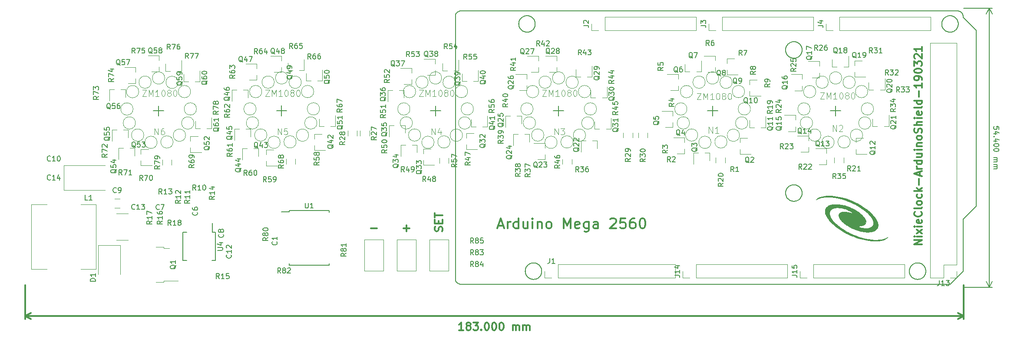
<source format=gbr>
G04 #@! TF.GenerationSoftware,KiCad,Pcbnew,(5.0.2)-1*
G04 #@! TF.CreationDate,2019-03-22T14:40:18+01:00*
G04 #@! TF.ProjectId,NixieClock01A,4e697869-6543-46c6-9f63-6b3031412e6b,rev?*
G04 #@! TF.SameCoordinates,Original*
G04 #@! TF.FileFunction,Legend,Top*
G04 #@! TF.FilePolarity,Positive*
%FSLAX46Y46*%
G04 Gerber Fmt 4.6, Leading zero omitted, Abs format (unit mm)*
G04 Created by KiCad (PCBNEW (5.0.2)-1) date 03/22/19 14:40:18*
%MOMM*%
%LPD*%
G01*
G04 APERTURE LIST*
%ADD10C,0.300000*%
%ADD11C,0.200000*%
%ADD12C,0.150000*%
%ADD13C,0.120000*%
%ADD14C,0.010000*%
%ADD15C,0.101600*%
G04 APERTURE END LIST*
D10*
X125412571Y-146919142D02*
X126555428Y-146919142D01*
X131762571Y-146919142D02*
X132905428Y-146919142D01*
X132334000Y-147490571D02*
X132334000Y-146347714D01*
X139291142Y-147474571D02*
X139362571Y-147260285D01*
X139362571Y-146903142D01*
X139291142Y-146760285D01*
X139219714Y-146688857D01*
X139076857Y-146617428D01*
X138934000Y-146617428D01*
X138791142Y-146688857D01*
X138719714Y-146760285D01*
X138648285Y-146903142D01*
X138576857Y-147188857D01*
X138505428Y-147331714D01*
X138434000Y-147403142D01*
X138291142Y-147474571D01*
X138148285Y-147474571D01*
X138005428Y-147403142D01*
X137934000Y-147331714D01*
X137862571Y-147188857D01*
X137862571Y-146831714D01*
X137934000Y-146617428D01*
X138576857Y-145974571D02*
X138576857Y-145474571D01*
X139362571Y-145260285D02*
X139362571Y-145974571D01*
X137862571Y-145974571D01*
X137862571Y-145260285D01*
X137862571Y-144831714D02*
X137862571Y-143974571D01*
X139362571Y-144403142D02*
X137862571Y-144403142D01*
X150258666Y-146383333D02*
X151211047Y-146383333D01*
X150068190Y-146954761D02*
X150734857Y-144954761D01*
X151401523Y-146954761D01*
X152068190Y-146954761D02*
X152068190Y-145621428D01*
X152068190Y-146002380D02*
X152163428Y-145811904D01*
X152258666Y-145716666D01*
X152449142Y-145621428D01*
X152639619Y-145621428D01*
X154163428Y-146954761D02*
X154163428Y-144954761D01*
X154163428Y-146859523D02*
X153972952Y-146954761D01*
X153592000Y-146954761D01*
X153401523Y-146859523D01*
X153306285Y-146764285D01*
X153211047Y-146573809D01*
X153211047Y-146002380D01*
X153306285Y-145811904D01*
X153401523Y-145716666D01*
X153592000Y-145621428D01*
X153972952Y-145621428D01*
X154163428Y-145716666D01*
X155972952Y-145621428D02*
X155972952Y-146954761D01*
X155115809Y-145621428D02*
X155115809Y-146669047D01*
X155211047Y-146859523D01*
X155401523Y-146954761D01*
X155687238Y-146954761D01*
X155877714Y-146859523D01*
X155972952Y-146764285D01*
X156925333Y-146954761D02*
X156925333Y-145621428D01*
X156925333Y-144954761D02*
X156830095Y-145050000D01*
X156925333Y-145145238D01*
X157020571Y-145050000D01*
X156925333Y-144954761D01*
X156925333Y-145145238D01*
X157877714Y-145621428D02*
X157877714Y-146954761D01*
X157877714Y-145811904D02*
X157972952Y-145716666D01*
X158163428Y-145621428D01*
X158449142Y-145621428D01*
X158639619Y-145716666D01*
X158734857Y-145907142D01*
X158734857Y-146954761D01*
X159972952Y-146954761D02*
X159782476Y-146859523D01*
X159687238Y-146764285D01*
X159592000Y-146573809D01*
X159592000Y-146002380D01*
X159687238Y-145811904D01*
X159782476Y-145716666D01*
X159972952Y-145621428D01*
X160258666Y-145621428D01*
X160449142Y-145716666D01*
X160544380Y-145811904D01*
X160639619Y-146002380D01*
X160639619Y-146573809D01*
X160544380Y-146764285D01*
X160449142Y-146859523D01*
X160258666Y-146954761D01*
X159972952Y-146954761D01*
X163020571Y-146954761D02*
X163020571Y-144954761D01*
X163687238Y-146383333D01*
X164353904Y-144954761D01*
X164353904Y-146954761D01*
X166068190Y-146859523D02*
X165877714Y-146954761D01*
X165496761Y-146954761D01*
X165306285Y-146859523D01*
X165211047Y-146669047D01*
X165211047Y-145907142D01*
X165306285Y-145716666D01*
X165496761Y-145621428D01*
X165877714Y-145621428D01*
X166068190Y-145716666D01*
X166163428Y-145907142D01*
X166163428Y-146097619D01*
X165211047Y-146288095D01*
X167877714Y-145621428D02*
X167877714Y-147240476D01*
X167782476Y-147430952D01*
X167687238Y-147526190D01*
X167496761Y-147621428D01*
X167211047Y-147621428D01*
X167020571Y-147526190D01*
X167877714Y-146859523D02*
X167687238Y-146954761D01*
X167306285Y-146954761D01*
X167115809Y-146859523D01*
X167020571Y-146764285D01*
X166925333Y-146573809D01*
X166925333Y-146002380D01*
X167020571Y-145811904D01*
X167115809Y-145716666D01*
X167306285Y-145621428D01*
X167687238Y-145621428D01*
X167877714Y-145716666D01*
X169687238Y-146954761D02*
X169687238Y-145907142D01*
X169592000Y-145716666D01*
X169401523Y-145621428D01*
X169020571Y-145621428D01*
X168830095Y-145716666D01*
X169687238Y-146859523D02*
X169496761Y-146954761D01*
X169020571Y-146954761D01*
X168830095Y-146859523D01*
X168734857Y-146669047D01*
X168734857Y-146478571D01*
X168830095Y-146288095D01*
X169020571Y-146192857D01*
X169496761Y-146192857D01*
X169687238Y-146097619D01*
X172068190Y-145145238D02*
X172163428Y-145050000D01*
X172353904Y-144954761D01*
X172830095Y-144954761D01*
X173020571Y-145050000D01*
X173115809Y-145145238D01*
X173211047Y-145335714D01*
X173211047Y-145526190D01*
X173115809Y-145811904D01*
X171972952Y-146954761D01*
X173211047Y-146954761D01*
X175020571Y-144954761D02*
X174068190Y-144954761D01*
X173972952Y-145907142D01*
X174068190Y-145811904D01*
X174258666Y-145716666D01*
X174734857Y-145716666D01*
X174925333Y-145811904D01*
X175020571Y-145907142D01*
X175115809Y-146097619D01*
X175115809Y-146573809D01*
X175020571Y-146764285D01*
X174925333Y-146859523D01*
X174734857Y-146954761D01*
X174258666Y-146954761D01*
X174068190Y-146859523D01*
X173972952Y-146764285D01*
X176830095Y-144954761D02*
X176449142Y-144954761D01*
X176258666Y-145050000D01*
X176163428Y-145145238D01*
X175972952Y-145430952D01*
X175877714Y-145811904D01*
X175877714Y-146573809D01*
X175972952Y-146764285D01*
X176068190Y-146859523D01*
X176258666Y-146954761D01*
X176639619Y-146954761D01*
X176830095Y-146859523D01*
X176925333Y-146764285D01*
X177020571Y-146573809D01*
X177020571Y-146097619D01*
X176925333Y-145907142D01*
X176830095Y-145811904D01*
X176639619Y-145716666D01*
X176258666Y-145716666D01*
X176068190Y-145811904D01*
X175972952Y-145907142D01*
X175877714Y-146097619D01*
X178258666Y-144954761D02*
X178449142Y-144954761D01*
X178639619Y-145050000D01*
X178734857Y-145145238D01*
X178830095Y-145335714D01*
X178925333Y-145716666D01*
X178925333Y-146192857D01*
X178830095Y-146573809D01*
X178734857Y-146764285D01*
X178639619Y-146859523D01*
X178449142Y-146954761D01*
X178258666Y-146954761D01*
X178068190Y-146859523D01*
X177972952Y-146764285D01*
X177877714Y-146573809D01*
X177782476Y-146192857D01*
X177782476Y-145716666D01*
X177877714Y-145335714D01*
X177972952Y-145145238D01*
X178068190Y-145050000D01*
X178258666Y-144954761D01*
D11*
X239915709Y-107203148D02*
X239908969Y-107258456D01*
X233500812Y-154708080D02*
X233519086Y-154761152D01*
X233106772Y-154101312D02*
X233146462Y-154141003D01*
X233023359Y-154026207D02*
X233065721Y-154063032D01*
X232888931Y-153924908D02*
X232934910Y-153957103D01*
X239738861Y-107786137D02*
X239712031Y-107834969D01*
X233256892Y-154268037D02*
X233290672Y-154312865D01*
X232934910Y-153957103D02*
X232979738Y-153990883D01*
X239846827Y-107529683D02*
X239828816Y-107582409D01*
X239877319Y-107422518D02*
X239863001Y-107476364D01*
X233573361Y-154978838D02*
X233582142Y-155034278D01*
X233480696Y-154655677D02*
X233500812Y-154708080D01*
X233458764Y-154604009D02*
X233480696Y-154655677D01*
X233184743Y-154182054D02*
X233221568Y-154224416D01*
X233519086Y-154761152D02*
X233535497Y-154814830D01*
X239889762Y-107368207D02*
X239877319Y-107422518D01*
X233290672Y-154312865D02*
X233322867Y-154358844D01*
X233382347Y-154454032D02*
X233409560Y-154503125D01*
X233065721Y-154063032D02*
X233106772Y-154101312D01*
X239908969Y-107258456D02*
X239900316Y-107313498D01*
X233435043Y-154553138D02*
X233458764Y-154604009D01*
X239920530Y-107147639D02*
X239915709Y-107203148D01*
X232841856Y-153894337D02*
X232888931Y-153924908D01*
X239517124Y-108105858D02*
X239479350Y-108146817D01*
X239621623Y-107975483D02*
X239588303Y-108020140D01*
X239712031Y-107834969D02*
X239683524Y-107882842D01*
X239924390Y-107036287D02*
X239923424Y-107091997D01*
X233146462Y-154141003D02*
X233184743Y-154182054D01*
X233562651Y-154923739D02*
X233573361Y-154978838D01*
X233596812Y-155201960D02*
X233597792Y-155258082D01*
X233593874Y-155145906D02*
X233596812Y-155201960D01*
X233535497Y-154814830D02*
X233550024Y-154869047D01*
X233588982Y-155089990D02*
X233593874Y-155145906D01*
X233221568Y-154224416D02*
X233256892Y-154268037D01*
X233582142Y-155034278D02*
X233588982Y-155089990D01*
X232979738Y-153990883D02*
X233023359Y-154026207D01*
X233353438Y-154405919D02*
X233382347Y-154454032D01*
X239787370Y-107685832D02*
X239763985Y-107736405D01*
X239900316Y-107313498D02*
X239889762Y-107368207D01*
X239828816Y-107582409D02*
X239808989Y-107634480D01*
X239863001Y-107476364D02*
X239846827Y-107529683D01*
X233409560Y-154503125D02*
X233435043Y-154553138D01*
X233550024Y-154869047D02*
X233562651Y-154923739D01*
X239553456Y-108063616D02*
X239517124Y-108105858D01*
X239588303Y-108020140D02*
X239553456Y-108063616D01*
X239653376Y-107929699D02*
X239621623Y-107975483D01*
X239683524Y-107882842D02*
X239653376Y-107929699D01*
X239763985Y-107736405D02*
X239738861Y-107786137D01*
X239923424Y-107091997D02*
X239920530Y-107147639D01*
X239808989Y-107634480D02*
X239787370Y-107685832D01*
X233322867Y-154358844D02*
X233353438Y-154405919D01*
X231549616Y-153711371D02*
X231603463Y-153697054D01*
X231767524Y-153665404D02*
X231822833Y-153658664D01*
X230962365Y-154020917D02*
X231005840Y-153986070D01*
X231496298Y-153727545D02*
X231549616Y-153711371D01*
X230526215Y-154591590D02*
X230550182Y-154541291D01*
X230663016Y-154349287D02*
X230695296Y-154303872D01*
X231657774Y-153684611D02*
X231712482Y-153674057D01*
X231050497Y-153952750D02*
X231096282Y-153920997D01*
X230433231Y-154853848D02*
X230448169Y-154800170D01*
X231340148Y-153787003D02*
X231391501Y-153765384D01*
X232378728Y-153697751D02*
X232432945Y-153712278D01*
X230448169Y-154800170D02*
X230464957Y-154747042D01*
X232694637Y-153812732D02*
X232744650Y-153838215D01*
X232213497Y-153665633D02*
X232268937Y-153674414D01*
X230879164Y-154095023D02*
X230920122Y-154057249D01*
X230383310Y-155183814D02*
X230386848Y-155128209D01*
X231391501Y-153765384D02*
X231443571Y-153745557D01*
X232592098Y-153767079D02*
X232643766Y-153789011D01*
X230399688Y-155017533D02*
X230408976Y-154962594D01*
X231239844Y-153835511D02*
X231289576Y-153810388D01*
X230392309Y-155072760D02*
X230399688Y-155017533D01*
X231603463Y-153697054D02*
X231657774Y-153684611D01*
X231443571Y-153745557D02*
X231496298Y-153727545D01*
X231191012Y-153862342D02*
X231239844Y-153835511D01*
X230550182Y-154541291D02*
X230575878Y-154491852D01*
X230801294Y-154174713D02*
X230839539Y-154134193D01*
X230504004Y-154642689D02*
X230526215Y-154591590D01*
X230695296Y-154303872D02*
X230729129Y-154259603D01*
X230764476Y-154216533D02*
X230801294Y-154174713D01*
X230632329Y-154395792D02*
X230663016Y-154349287D01*
X232486623Y-153728689D02*
X232539695Y-153746963D01*
X232268937Y-153674414D02*
X232324036Y-153685124D01*
X231933984Y-153650949D02*
X231989693Y-153649983D01*
X231096282Y-153920997D02*
X231143138Y-153890849D01*
X231989693Y-153649983D02*
X232045815Y-153650963D01*
X231712482Y-153674057D02*
X231767524Y-153665404D01*
X231143138Y-153890849D02*
X231191012Y-153862342D01*
X230575878Y-154491852D02*
X230603271Y-154443333D01*
X230381702Y-155239509D02*
X230383310Y-155183814D01*
X230386848Y-155128209D02*
X230392309Y-155072760D01*
X230420161Y-154908011D02*
X230433231Y-154853848D01*
X230408976Y-154962594D02*
X230420161Y-154908011D01*
X230384275Y-155350898D02*
X230382024Y-155295225D01*
X230388454Y-155406458D02*
X230384275Y-155350898D01*
X230382024Y-155295225D02*
X230381702Y-155239509D01*
X232744650Y-153838215D02*
X232793742Y-153865428D01*
X232539695Y-153746963D02*
X232592098Y-153767079D01*
X232432945Y-153712278D02*
X232486623Y-153728689D01*
X231822833Y-153658664D02*
X231878341Y-153653843D01*
X230729129Y-154259603D02*
X230764476Y-154216533D01*
X231005840Y-153986070D02*
X231050497Y-153952750D01*
X230920122Y-154057249D02*
X230962365Y-154020917D01*
X232324036Y-153685124D02*
X232378728Y-153697751D01*
X232101869Y-153653901D02*
X232157785Y-153658793D01*
X230839539Y-154134193D02*
X230879164Y-154095023D01*
X230464957Y-154747042D02*
X230483577Y-154694527D01*
X231289576Y-153810388D02*
X231340148Y-153787003D01*
X232643766Y-153789011D02*
X232694637Y-153812732D01*
X230483577Y-154694527D02*
X230504004Y-154642689D01*
X231878341Y-153653843D02*
X231933984Y-153650949D01*
X232793742Y-153865428D02*
X232841856Y-153894337D01*
X230603271Y-154443333D02*
X230632329Y-154395792D01*
X232157785Y-153658793D02*
X232213497Y-153665633D01*
X232045815Y-153650963D02*
X232101869Y-153653901D01*
X230534010Y-155941432D02*
X230511211Y-155890593D01*
X231020597Y-156541372D02*
X230976722Y-156507030D01*
X232898488Y-156584759D02*
X232851983Y-156615446D01*
X231461077Y-156776814D02*
X231408781Y-156757589D01*
X230934063Y-156471187D02*
X230892671Y-156433889D01*
X230584822Y-156040590D02*
X230558557Y-155991451D01*
X230612774Y-156088789D02*
X230584822Y-156040590D01*
X230642379Y-156135991D02*
X230612774Y-156088789D01*
X231785934Y-156853219D02*
X231730796Y-156845203D01*
X233031242Y-156483299D02*
X232988172Y-156518646D01*
X231158986Y-156635001D02*
X231111784Y-156605396D01*
X231207185Y-156662953D02*
X231158986Y-156635001D01*
X231730796Y-156845203D02*
X231675969Y-156835281D01*
X232755923Y-156671897D02*
X232706484Y-156697593D01*
X231256324Y-156689218D02*
X231207185Y-156662953D01*
X232706484Y-156697593D02*
X232656185Y-156721560D01*
X231306343Y-156713765D02*
X231256324Y-156689218D01*
X232230242Y-156848087D02*
X232175015Y-156855466D01*
X231567510Y-156809772D02*
X231514008Y-156794215D01*
X232656185Y-156721560D02*
X232605086Y-156743771D01*
X232553248Y-156764198D02*
X232500733Y-156782818D01*
X231357182Y-156736564D02*
X231306343Y-156713765D01*
X231408781Y-156757589D02*
X231357182Y-156736564D01*
X230776588Y-156313712D02*
X230740745Y-156271053D01*
X230852596Y-156395179D02*
X230813886Y-156355104D01*
X232804442Y-156644504D02*
X232755923Y-156671897D01*
X230892671Y-156433889D02*
X230852596Y-156395179D01*
X232119566Y-156860927D02*
X232063961Y-156864464D01*
X232063961Y-156864464D02*
X232008266Y-156866073D01*
X232393927Y-156814544D02*
X232339764Y-156827614D01*
X232988172Y-156518646D02*
X232943903Y-156552479D01*
X230813886Y-156355104D02*
X230776588Y-156313712D01*
X231111784Y-156605396D02*
X231065636Y-156574174D01*
X232943903Y-156552479D02*
X232898488Y-156584759D01*
X230394556Y-155461841D02*
X230388454Y-155406458D01*
X230438003Y-155680265D02*
X230424309Y-155626257D01*
X230402572Y-155516979D02*
X230394556Y-155461841D01*
X230412494Y-155571806D02*
X230402572Y-155516979D01*
X230424309Y-155626257D02*
X230412494Y-155571806D01*
X231514008Y-156794215D02*
X231461077Y-156776814D01*
X230453560Y-155733767D02*
X230438003Y-155680265D01*
X230470961Y-155786698D02*
X230453560Y-155733767D01*
X230511211Y-155890593D02*
X230490186Y-155838994D01*
X232008266Y-156866073D02*
X231952550Y-156865751D01*
X230558557Y-155991451D02*
X230534010Y-155941432D01*
X230976722Y-156507030D02*
X230934063Y-156471187D01*
X230706403Y-156227178D02*
X230673601Y-156182139D01*
X230673601Y-156182139D02*
X230642379Y-156135991D01*
X232339764Y-156827614D02*
X232285181Y-156838799D01*
X230740745Y-156271053D02*
X230706403Y-156227178D01*
X232605086Y-156743771D02*
X232553248Y-156764198D01*
X231621518Y-156823466D02*
X231567510Y-156809772D01*
X232175015Y-156855466D02*
X232119566Y-156860927D01*
X231675969Y-156835281D02*
X231621518Y-156823466D01*
X231952550Y-156865751D02*
X231896877Y-156863500D01*
X231896877Y-156863500D02*
X231841317Y-156859321D01*
X231841317Y-156859321D02*
X231785934Y-156853219D01*
X232500733Y-156782818D02*
X232447605Y-156799606D01*
X232285181Y-156838799D02*
X232230242Y-156848087D01*
X232447605Y-156799606D02*
X232393927Y-156814544D01*
X232851983Y-156615446D02*
X232804442Y-156644504D01*
X233073062Y-156446481D02*
X233031242Y-156483299D01*
X230490186Y-155838994D02*
X230470961Y-155786698D01*
X231065636Y-156574174D02*
X231020597Y-156541372D01*
X209475335Y-139967343D02*
X209476315Y-140023465D01*
X208623173Y-138603598D02*
X208672266Y-138630811D01*
X208311469Y-138477661D02*
X208365146Y-138494072D01*
X233437387Y-155958199D02*
X233412264Y-156007931D01*
X233573718Y-155535293D02*
X233563164Y-155590001D01*
X209428548Y-139634431D02*
X209441174Y-139689122D01*
X208813433Y-138722486D02*
X208858261Y-138756266D01*
X208365146Y-138494072D02*
X208418219Y-138512347D01*
X209063267Y-138947437D02*
X209100091Y-138989799D01*
X208672266Y-138630811D02*
X208720379Y-138659720D01*
X233460772Y-155907627D02*
X233437387Y-155958199D01*
X233502218Y-155804203D02*
X233482391Y-155856274D01*
X233536404Y-155698159D02*
X233520230Y-155751477D01*
X233563164Y-155590001D02*
X233550721Y-155644312D01*
X233582371Y-155480251D02*
X233573718Y-155535293D01*
X209441174Y-139689122D02*
X209451884Y-139744221D01*
X233593932Y-155369434D02*
X233589111Y-155424942D01*
X233596826Y-155313791D02*
X233593932Y-155369434D01*
X233597792Y-155258082D02*
X233596826Y-155313791D01*
X208573160Y-138578115D02*
X208623173Y-138603598D01*
X209472398Y-139911290D02*
X209475335Y-139967343D01*
X209467506Y-139855373D02*
X209472398Y-139911290D01*
X209397609Y-139526535D02*
X209414020Y-139580213D01*
X209337288Y-139369392D02*
X209359219Y-139421061D01*
X209451884Y-139744221D02*
X209460665Y-139799661D01*
X209288083Y-139268508D02*
X209313566Y-139318521D01*
X209201391Y-139124228D02*
X209231961Y-139171302D01*
X208944244Y-138828415D02*
X208985296Y-138866696D01*
X208522289Y-138554394D02*
X208573160Y-138578115D01*
X209024986Y-138906386D02*
X209063267Y-138947437D01*
X208767454Y-138690291D02*
X208813433Y-138722486D01*
X208202559Y-138450507D02*
X208257251Y-138463134D01*
X208147460Y-138439797D02*
X208202559Y-138450507D01*
X208858261Y-138756266D02*
X208901882Y-138791590D01*
X208418219Y-138512347D02*
X208470621Y-138532462D01*
X209100091Y-138989799D02*
X209135415Y-139033421D01*
X209313566Y-139318521D02*
X209337288Y-139369392D01*
X233550721Y-155644312D02*
X233536404Y-155698159D01*
X209231961Y-139171302D02*
X209260871Y-139219416D01*
X208985296Y-138866696D02*
X209024986Y-138906386D01*
X233520230Y-155751477D02*
X233502218Y-155804203D01*
X209260871Y-139219416D02*
X209288083Y-139268508D01*
X209359219Y-139421061D02*
X209379335Y-139473463D01*
X208720379Y-138659720D02*
X208767454Y-138690291D01*
X233261705Y-156241935D02*
X233226858Y-156285410D01*
X233589111Y-155424942D02*
X233582371Y-155480251D01*
X209135415Y-139033421D02*
X209169195Y-139078248D01*
X209169195Y-139078248D02*
X209201391Y-139124228D01*
X209414020Y-139580213D02*
X209428548Y-139634431D01*
X208470621Y-138532462D02*
X208522289Y-138554394D01*
X233113582Y-156408236D02*
X233073062Y-156446481D01*
X233482391Y-155856274D02*
X233460772Y-155907627D01*
X233152752Y-156368611D02*
X233113582Y-156408236D01*
X208257251Y-138463134D02*
X208311469Y-138477661D01*
X233190526Y-156327653D02*
X233152752Y-156368611D01*
X209460665Y-139799661D02*
X209467506Y-139855373D01*
X233226858Y-156285410D02*
X233190526Y-156327653D01*
X233295025Y-156197278D02*
X233261705Y-156241935D01*
X233326778Y-156151493D02*
X233295025Y-156197278D01*
X233356926Y-156104637D02*
X233326778Y-156151493D01*
X233385433Y-156056763D02*
X233356926Y-156104637D01*
X208901882Y-138791590D02*
X208944244Y-138828415D01*
X233412264Y-156007931D02*
X233385433Y-156056763D01*
X209379335Y-139473463D02*
X209397609Y-139526535D01*
X157107319Y-153649983D02*
X157163441Y-153650963D01*
X157331123Y-153665633D02*
X157386563Y-153674414D01*
X156667242Y-153711371D02*
X156721089Y-153697054D01*
X157219495Y-153653901D02*
X157275411Y-153658793D01*
X156260764Y-153890849D02*
X156308638Y-153862342D01*
X155957165Y-154134193D02*
X155996790Y-154095023D01*
X156509127Y-153765384D02*
X156561198Y-153745557D01*
X156037748Y-154057249D02*
X156079991Y-154020917D01*
X156407202Y-153810388D02*
X156457775Y-153787003D01*
X155996790Y-154095023D02*
X156037748Y-154057249D01*
X156079991Y-154020917D02*
X156123466Y-153986070D01*
X158052536Y-153957103D02*
X158097364Y-153990883D01*
X156885150Y-153665404D02*
X156940459Y-153658664D01*
X156830109Y-153674057D02*
X156885150Y-153665404D01*
X156168123Y-153952750D02*
X156213908Y-153920997D01*
X155846755Y-154259603D02*
X155882102Y-154216533D01*
X158576390Y-154604009D02*
X158598322Y-154655677D01*
X158499973Y-154454032D02*
X158527186Y-154503125D01*
X156940459Y-153658664D02*
X156995968Y-153653843D01*
X155780642Y-154349287D02*
X155812922Y-154303872D01*
X157051610Y-153650949D02*
X157107319Y-153649983D01*
X158339194Y-154224416D02*
X158374518Y-154268037D01*
X156123466Y-153986070D02*
X156168123Y-153952750D01*
X158264089Y-154141003D02*
X158302369Y-154182054D01*
X157163441Y-153650963D02*
X157219495Y-153653901D01*
X156775400Y-153684611D02*
X156830109Y-153674057D01*
X158183347Y-154063032D02*
X158224398Y-154101312D01*
X157862276Y-153838215D02*
X157911369Y-153865428D01*
X155918920Y-154174713D02*
X155957165Y-154134193D01*
X158097364Y-153990883D02*
X158140985Y-154026207D01*
X156561198Y-153745557D02*
X156613924Y-153727545D01*
X157550571Y-153712278D02*
X157604249Y-153728689D01*
X157496354Y-153697751D02*
X157550571Y-153712278D01*
X156613924Y-153727545D02*
X156667242Y-153711371D01*
X157761392Y-153789011D02*
X157812263Y-153812732D01*
X158408298Y-154312865D02*
X158440493Y-154358844D01*
X156308638Y-153862342D02*
X156357470Y-153835511D01*
X158527186Y-154503125D02*
X158552669Y-154553138D01*
X158302369Y-154182054D02*
X158339194Y-154224416D01*
X158006557Y-153924908D02*
X158052536Y-153957103D01*
X158552669Y-154553138D02*
X158576390Y-154604009D01*
X155812922Y-154303872D02*
X155846755Y-154259603D01*
X158618438Y-154708080D02*
X158636712Y-154761152D01*
X158598322Y-154655677D02*
X158618438Y-154708080D01*
X157275411Y-153658793D02*
X157331123Y-153665633D01*
X158471064Y-154405919D02*
X158499973Y-154454032D01*
X158440493Y-154358844D02*
X158471064Y-154405919D01*
X157386563Y-153674414D02*
X157441662Y-153685124D01*
X156213908Y-153920997D02*
X156260764Y-153890849D01*
X157812263Y-153812732D02*
X157862276Y-153838215D01*
X156995968Y-153653843D02*
X157051610Y-153650949D01*
X155882102Y-154216533D02*
X155918920Y-154174713D01*
X158374518Y-154268037D02*
X158408298Y-154312865D01*
X157604249Y-153728689D02*
X157657321Y-153746963D01*
X158224398Y-154101312D02*
X158264089Y-154141003D01*
X158140985Y-154026207D02*
X158183347Y-154063032D01*
X157959482Y-153894337D02*
X158006557Y-153924908D01*
X157911369Y-153865428D02*
X157959482Y-153894337D01*
X157709724Y-153767079D02*
X157761392Y-153789011D01*
X157441662Y-153685124D02*
X157496354Y-153697751D01*
X156721089Y-153697054D02*
X156775400Y-153684611D01*
X156457775Y-153787003D02*
X156509127Y-153765384D01*
X157657321Y-153746963D02*
X157709724Y-153767079D01*
X156357470Y-153835511D02*
X156407202Y-153810388D01*
X155530120Y-155571806D02*
X155520198Y-155516979D01*
X155651636Y-155941432D02*
X155628837Y-155890593D01*
X155506081Y-155406458D02*
X155501901Y-155350898D01*
X156423969Y-156713765D02*
X156373950Y-156689218D01*
X157125892Y-156866073D02*
X157070176Y-156865751D01*
X155512182Y-155461841D02*
X155506081Y-155406458D01*
X155702448Y-156040590D02*
X155676183Y-155991451D01*
X155541935Y-155626257D02*
X155530120Y-155571806D01*
X156903560Y-156853219D02*
X156848422Y-156845203D01*
X155571186Y-155733767D02*
X155555629Y-155680265D01*
X155628837Y-155890593D02*
X155607812Y-155838994D01*
X155676183Y-155991451D02*
X155651636Y-155941432D01*
X155730400Y-156088789D02*
X155702448Y-156040590D01*
X156051689Y-156471187D02*
X156010297Y-156433889D01*
X156183262Y-156574174D02*
X156138223Y-156541372D01*
X156474808Y-156736564D02*
X156423969Y-156713765D01*
X156276612Y-156635001D02*
X156229410Y-156605396D01*
X157014503Y-156863500D02*
X156958943Y-156859321D01*
X156526407Y-156757589D02*
X156474808Y-156736564D01*
X156373950Y-156689218D02*
X156324811Y-156662953D01*
X156848422Y-156845203D02*
X156793595Y-156835281D01*
X156685136Y-156809772D02*
X156631634Y-156794215D01*
X157181587Y-156864464D02*
X157125892Y-156866073D01*
X155500937Y-155183814D02*
X155504474Y-155128209D01*
X155760005Y-156135991D02*
X155730400Y-156088789D01*
X156094348Y-156507030D02*
X156051689Y-156471187D01*
X156578703Y-156776814D02*
X156526407Y-156757589D01*
X155601203Y-154694527D02*
X155621630Y-154642689D01*
X155749955Y-154395792D02*
X155780642Y-154349287D01*
X155824029Y-156227178D02*
X155791227Y-156182139D01*
X155720897Y-154443333D02*
X155749955Y-154395792D01*
X155537787Y-154908011D02*
X155550857Y-154853848D01*
X155520198Y-155516979D02*
X155512182Y-155461841D01*
X155607812Y-155838994D02*
X155588587Y-155786698D01*
X157070176Y-156865751D02*
X157014503Y-156863500D01*
X155582583Y-154747042D02*
X155601203Y-154694527D01*
X155693504Y-154491852D02*
X155720897Y-154443333D01*
X155667808Y-154541291D02*
X155693504Y-154491852D01*
X155643841Y-154591590D02*
X155667808Y-154541291D01*
X155621630Y-154642689D02*
X155643841Y-154591590D01*
X156324811Y-156662953D02*
X156276612Y-156635001D01*
X155565795Y-154800170D02*
X155582583Y-154747042D01*
X156958943Y-156859321D02*
X156903560Y-156853219D01*
X155588587Y-155786698D02*
X155571186Y-155733767D01*
X156229410Y-156605396D02*
X156183262Y-156574174D01*
X155550857Y-154853848D02*
X155565795Y-154800170D01*
X155931512Y-156355104D02*
X155894214Y-156313712D01*
X156739144Y-156823466D02*
X156685136Y-156809772D01*
X155791227Y-156182139D02*
X155760005Y-156135991D01*
X155526602Y-154962594D02*
X155537787Y-154908011D01*
X155517314Y-155017533D02*
X155526602Y-154962594D01*
X155894214Y-156313712D02*
X155858372Y-156271053D01*
X156631634Y-156794215D02*
X156578703Y-156776814D01*
X155499328Y-155239509D02*
X155500937Y-155183814D01*
X155509935Y-155072760D02*
X155517314Y-155017533D01*
X155858372Y-156271053D02*
X155824029Y-156227178D01*
X155504474Y-155128209D02*
X155509935Y-155072760D01*
X155970222Y-156395179D02*
X155931512Y-156355104D01*
X156010297Y-156433889D02*
X155970222Y-156395179D01*
X155499650Y-155295225D02*
X155499328Y-155239509D01*
X155555629Y-155680265D02*
X155541935Y-155626257D01*
X156138223Y-156541372D02*
X156094348Y-156507030D01*
X155501901Y-155350898D02*
X155499650Y-155295225D01*
X156793595Y-156835281D02*
X156739144Y-156823466D01*
X158105798Y-156518646D02*
X158061529Y-156552479D01*
X158270378Y-156368611D02*
X158231208Y-156408236D01*
X157347868Y-156848087D02*
X157292642Y-156855466D01*
X157410726Y-106701945D02*
X157421436Y-106757044D01*
X157402807Y-156838799D02*
X157347868Y-156848087D01*
X158190688Y-156446481D02*
X158148868Y-156483299D01*
X158474552Y-156104637D02*
X158444404Y-156151493D01*
X158711558Y-155369434D02*
X158706737Y-155424942D01*
X157283117Y-106331343D02*
X157306839Y-106382215D01*
X157457390Y-156827614D02*
X157402807Y-156838799D01*
X157922068Y-156644504D02*
X157873549Y-156671897D01*
X157398099Y-106647253D02*
X157410726Y-106701945D01*
X157437057Y-106868195D02*
X157441949Y-106924112D01*
X157511553Y-156814544D02*
X157457390Y-156827614D01*
X157565231Y-156799606D02*
X157511553Y-156814544D01*
X158444404Y-156151493D02*
X158412651Y-156197278D01*
X158061529Y-156552479D02*
X158016114Y-156584759D01*
X157618359Y-156782818D02*
X157565231Y-156799606D01*
X157328771Y-106433883D02*
X157348886Y-106486285D01*
X157257635Y-106281331D02*
X157283117Y-106331343D01*
X157722712Y-156743771D02*
X157670874Y-156764198D01*
X158529890Y-156007931D02*
X158503059Y-156056763D01*
X158600017Y-155856274D02*
X158578398Y-155907627D01*
X157367160Y-106539358D02*
X157383571Y-106593035D01*
X158344484Y-156285410D02*
X158308152Y-156327653D01*
X158637856Y-155751477D02*
X158619844Y-155804203D01*
X157773811Y-156721560D02*
X157722712Y-156743771D01*
X157824110Y-156697593D02*
X157773811Y-156721560D01*
X158308152Y-156327653D02*
X158270378Y-156368611D01*
X158714453Y-155313791D02*
X158711558Y-155369434D01*
X158412651Y-156197278D02*
X158379331Y-156241935D01*
X158680790Y-155590001D02*
X158668347Y-155644312D01*
X157430216Y-106812483D02*
X157437057Y-106868195D01*
X157230422Y-106232238D02*
X157257635Y-106281331D01*
X158706737Y-155424942D02*
X158699997Y-155480251D01*
X157444887Y-106980166D02*
X157445866Y-107036287D01*
X158619844Y-155804203D02*
X158600017Y-155856274D01*
X158231208Y-156408236D02*
X158190688Y-156446481D01*
X158668347Y-155644312D02*
X158654030Y-155698159D01*
X158715418Y-155258082D02*
X158714453Y-155313791D01*
X158016114Y-156584759D02*
X157969609Y-156615446D01*
X158654030Y-155698159D02*
X158637856Y-155751477D01*
X158578398Y-155907627D02*
X158555013Y-155958199D01*
X157069643Y-106002622D02*
X157104967Y-106046243D01*
X157873549Y-156671897D02*
X157824110Y-156697593D01*
X158503059Y-156056763D02*
X158474552Y-156104637D01*
X158699997Y-155480251D02*
X158691344Y-155535293D01*
X158691344Y-155535293D02*
X158680790Y-155590001D01*
X157441949Y-106924112D02*
X157444887Y-106980166D01*
X158148868Y-156483299D02*
X158105798Y-156518646D01*
X157104967Y-106046243D02*
X157138747Y-106091071D01*
X157348886Y-106486285D02*
X157367160Y-106539358D01*
X157201513Y-106184125D02*
X157230422Y-106232238D01*
X157170942Y-106137050D02*
X157201513Y-106184125D01*
X158379331Y-156241935D02*
X158344484Y-156285410D01*
X157138747Y-106091071D02*
X157170942Y-106137050D01*
X157969609Y-156615446D02*
X157922068Y-156644504D01*
X157237192Y-156860927D02*
X157181587Y-156864464D01*
X157292642Y-156855466D02*
X157237192Y-156860927D01*
X157670874Y-156764198D02*
X157618359Y-156782818D01*
X157383571Y-106593035D02*
X157398099Y-106647253D01*
X157421436Y-106757044D02*
X157430216Y-106812483D01*
X157306839Y-106382215D02*
X157328771Y-106433883D01*
X158555013Y-155958199D02*
X158529890Y-156007931D01*
X156954847Y-105879518D02*
X156994537Y-105919208D01*
X154543370Y-106082078D02*
X154577204Y-106037809D01*
X156913796Y-105841237D02*
X156954847Y-105879518D01*
X155291646Y-105523762D02*
X155344372Y-105505751D01*
X156871434Y-105804412D02*
X156913796Y-105841237D01*
X156827812Y-105769088D02*
X156871434Y-105804412D01*
X154480404Y-106173998D02*
X154511091Y-106127492D01*
X156005860Y-105436998D02*
X156061572Y-105443839D01*
X154944356Y-105699202D02*
X154991213Y-105669054D01*
X155451538Y-105475260D02*
X155505848Y-105462817D01*
X155239576Y-105543590D02*
X155291646Y-105523762D01*
X154511091Y-106127492D02*
X154543370Y-106082078D01*
X154451346Y-106221539D02*
X154480404Y-106173998D01*
X156782984Y-105735308D02*
X156827812Y-105769088D01*
X156226802Y-105475956D02*
X156281020Y-105490484D01*
X156387770Y-105525169D02*
X156440172Y-105545284D01*
X154268236Y-106686217D02*
X154281305Y-106632054D01*
X155782059Y-105429154D02*
X155837768Y-105428189D01*
X155039086Y-105640548D02*
X155087918Y-105613717D01*
X154898572Y-105730955D02*
X154944356Y-105699202D01*
X155837768Y-105428189D02*
X155893890Y-105429169D01*
X154577204Y-106037809D02*
X154612551Y-105994738D01*
X156117011Y-105452620D02*
X156172110Y-105463330D01*
X155137650Y-105588594D02*
X155188223Y-105565209D01*
X155670907Y-105436869D02*
X155726416Y-105432049D01*
X156334698Y-105506895D02*
X156387770Y-105525169D01*
X154423953Y-106270057D02*
X154451346Y-106221539D01*
X155615599Y-105443610D02*
X155670907Y-105436869D01*
X156689930Y-105672543D02*
X156737005Y-105703113D01*
X154374289Y-106369795D02*
X154398257Y-106319496D01*
X157032818Y-105960259D02*
X157069643Y-106002622D01*
X156737005Y-105703113D02*
X156782984Y-105735308D01*
X155397691Y-105489577D02*
X155451538Y-105475260D01*
X154853915Y-105764275D02*
X154898572Y-105730955D01*
X154612551Y-105994738D02*
X154649369Y-105952918D01*
X155560557Y-105452262D02*
X155615599Y-105443610D01*
X156641817Y-105643633D02*
X156689930Y-105672543D01*
X155949943Y-105432106D02*
X156005860Y-105436998D01*
X156592724Y-105616421D02*
X156641817Y-105643633D01*
X156542712Y-105590938D02*
X156592724Y-105616421D01*
X156491840Y-105567216D02*
X156542712Y-105590938D01*
X156440172Y-105545284D02*
X156491840Y-105567216D01*
X156172110Y-105463330D02*
X156226802Y-105475956D01*
X154649369Y-105952918D02*
X154687613Y-105912399D01*
X155893890Y-105429169D02*
X155949943Y-105432106D01*
X155726416Y-105432049D02*
X155782059Y-105429154D01*
X154313032Y-106525247D02*
X154331651Y-106472733D01*
X155505848Y-105462817D02*
X155560557Y-105452262D01*
X154398257Y-106319496D02*
X154423953Y-106270057D01*
X155087918Y-105613717D02*
X155137650Y-105588594D01*
X154687613Y-105912399D02*
X154727238Y-105873229D01*
X154810439Y-105799123D02*
X154853915Y-105764275D01*
X154331651Y-106472733D02*
X154352078Y-106420895D01*
X154768197Y-105835455D02*
X154810439Y-105799123D01*
X154727238Y-105873229D02*
X154768197Y-105835455D01*
X154352078Y-106420895D02*
X154374289Y-106369795D01*
X156281020Y-105490484D02*
X156334698Y-105506895D01*
X154296243Y-106578376D02*
X154313032Y-106525247D01*
X154281305Y-106632054D02*
X154296243Y-106578376D01*
X156061572Y-105443839D02*
X156117011Y-105452620D01*
X155188223Y-105565209D02*
X155239576Y-105543590D01*
X155344372Y-105505751D02*
X155397691Y-105489577D01*
X154991213Y-105669054D02*
X155039086Y-105640548D01*
X156994537Y-105919208D02*
X157032818Y-105960259D01*
X154242630Y-107240047D02*
X154236529Y-107184664D01*
X154319036Y-107564904D02*
X154301635Y-107511973D01*
X154740745Y-108212095D02*
X154700670Y-108173385D01*
X155154418Y-108491971D02*
X155104398Y-108467424D01*
X154661960Y-108133310D02*
X154624662Y-108091918D01*
X154359285Y-107668798D02*
X154338261Y-107617200D01*
X154382085Y-107719638D02*
X154359285Y-107668798D01*
X154406632Y-107769657D02*
X154382085Y-107719638D01*
X155469593Y-108601672D02*
X155415584Y-108587977D01*
X154868672Y-108319578D02*
X154824797Y-108285235D01*
X154913711Y-108352380D02*
X154868672Y-108319578D01*
X154959859Y-108383602D02*
X154913711Y-108352380D01*
X155415584Y-108587977D02*
X155362082Y-108572420D01*
X156295680Y-108577812D02*
X156242002Y-108592750D01*
X155007061Y-108413207D02*
X154959859Y-108383602D01*
X155912035Y-108642670D02*
X155856341Y-108644279D01*
X156401322Y-108542404D02*
X156348808Y-108561023D01*
X156453161Y-108521977D02*
X156401322Y-108542404D01*
X155256856Y-108535795D02*
X155205257Y-108514770D01*
X156348808Y-108561023D02*
X156295680Y-108577812D01*
X155055260Y-108441158D02*
X155007061Y-108413207D01*
X155104398Y-108467424D02*
X155055260Y-108441158D01*
X156504260Y-108499766D02*
X156453161Y-108521977D01*
X154521675Y-107960345D02*
X154490453Y-107914197D01*
X154588820Y-108049259D02*
X154554477Y-108005383D01*
X154286078Y-107458471D02*
X154272383Y-107404462D01*
X154624662Y-108091918D02*
X154588820Y-108049259D01*
X155800624Y-108643957D02*
X155744952Y-108641705D01*
X154554477Y-108005383D02*
X154521675Y-107960345D01*
X155744952Y-108641705D02*
X155689391Y-108637526D01*
X156078317Y-108626293D02*
X156023090Y-108633672D01*
X154824797Y-108285235D02*
X154782137Y-108249393D01*
X156242002Y-108592750D02*
X156187839Y-108605820D01*
X154257050Y-106740800D02*
X154268236Y-106686217D01*
X154247762Y-106795738D02*
X154257050Y-106740800D01*
X154250647Y-107295185D02*
X154242630Y-107240047D01*
X154240383Y-106850965D02*
X154247762Y-106795738D01*
X154232350Y-107129103D02*
X154230098Y-107073431D01*
X154234922Y-106906415D02*
X154240383Y-106850965D01*
X155205257Y-108514770D02*
X155154418Y-108491971D01*
X154231385Y-106962020D02*
X154234922Y-106906415D01*
X154229777Y-107017714D02*
X154231385Y-106962020D01*
X154236529Y-107184664D02*
X154232350Y-107129103D01*
X155689391Y-108637526D02*
X155634009Y-108631425D01*
X154301635Y-107511973D02*
X154286078Y-107458471D01*
X154700670Y-108173385D02*
X154661960Y-108133310D01*
X154460849Y-107866995D02*
X154432897Y-107818795D01*
X154260568Y-107350012D02*
X154250647Y-107295185D01*
X156023090Y-108633672D02*
X155967641Y-108639133D01*
X154272383Y-107404462D02*
X154260568Y-107350012D01*
X154338261Y-107617200D02*
X154319036Y-107564904D01*
X154432897Y-107818795D02*
X154406632Y-107769657D01*
X155856341Y-108644279D02*
X155800624Y-108643957D01*
X155309152Y-108555019D02*
X155256856Y-108535795D01*
X155634009Y-108631425D02*
X155578871Y-108623408D01*
X155578871Y-108623408D02*
X155524043Y-108613487D01*
X154490453Y-107914197D02*
X154460849Y-107866995D01*
X155362082Y-108572420D02*
X155309152Y-108555019D01*
X155967641Y-108639133D02*
X155912035Y-108642670D01*
X155524043Y-108613487D02*
X155469593Y-108601672D01*
X156133255Y-108617005D02*
X156078317Y-108626293D01*
X154230098Y-107073431D02*
X154229777Y-107017714D01*
X154782137Y-108249393D02*
X154740745Y-108212095D01*
X156187839Y-108605820D02*
X156133255Y-108617005D01*
X157174853Y-107929699D02*
X157143100Y-107975483D01*
X157430445Y-107258456D02*
X157421793Y-107313498D01*
X239736158Y-106281331D02*
X239761640Y-106331343D01*
X157444901Y-107091997D02*
X157442006Y-107147639D01*
X239473060Y-105919208D02*
X239511341Y-105960259D01*
X239168453Y-105672543D02*
X239215528Y-105703113D01*
X239649465Y-106137050D02*
X239680036Y-106184125D01*
X239261508Y-105735308D02*
X239306335Y-105769088D01*
X239583490Y-106046243D02*
X239617270Y-106091071D01*
X239215528Y-105703113D02*
X239261508Y-105735308D01*
X239306335Y-105769088D02*
X239349957Y-105804412D01*
X157384478Y-107476364D02*
X157368304Y-107529683D01*
X157398795Y-107422518D02*
X157384478Y-107476364D01*
X239807294Y-106433883D02*
X239827409Y-106486285D01*
X239392319Y-105841237D02*
X239433370Y-105879518D01*
X239827409Y-106486285D02*
X239845684Y-106539358D01*
X157330466Y-107634480D02*
X157308847Y-107685832D01*
X239923410Y-106980166D02*
X239924390Y-107036287D01*
X157368304Y-107529683D02*
X157350293Y-107582409D01*
X239845684Y-106539358D02*
X239862095Y-106593035D01*
X239876622Y-106647253D02*
X239889249Y-106701945D01*
X157074933Y-108063616D02*
X157038600Y-108105858D01*
X239349957Y-105804412D02*
X239392319Y-105841237D01*
X157109780Y-108020140D02*
X157074933Y-108063616D01*
X157411239Y-107368207D02*
X157398795Y-107422518D01*
X239785362Y-106382215D02*
X239807294Y-106433883D01*
X157260338Y-107786137D02*
X157233507Y-107834969D01*
X157442006Y-107147639D02*
X157437186Y-107203148D01*
X239120340Y-105643633D02*
X239168453Y-105672543D01*
X239908740Y-106812483D02*
X239915580Y-106868195D01*
X239680036Y-106184125D02*
X239708945Y-106232238D01*
X156554559Y-108475798D02*
X156504260Y-108499766D01*
X157437186Y-107203148D02*
X157430445Y-107258456D01*
X239708945Y-106232238D02*
X239736158Y-106281331D01*
X156603998Y-108450102D02*
X156554559Y-108475798D01*
X156652517Y-108422709D02*
X156603998Y-108450102D01*
X239511341Y-105960259D02*
X239548166Y-106002622D01*
X156700057Y-108393652D02*
X156652517Y-108422709D01*
X156746563Y-108362965D02*
X156700057Y-108393652D01*
X156791977Y-108330685D02*
X156746563Y-108362965D01*
X156836246Y-108296851D02*
X156791977Y-108330685D01*
X156921137Y-108224687D02*
X156879317Y-108261504D01*
X156961656Y-108186442D02*
X156921137Y-108224687D01*
X157038600Y-108105858D02*
X157000826Y-108146817D01*
X157000826Y-108146817D02*
X156961656Y-108186442D01*
X157143100Y-107975483D02*
X157109780Y-108020140D01*
X157233507Y-107834969D02*
X157205001Y-107882842D01*
X239915580Y-106868195D02*
X239920472Y-106924112D01*
X239433370Y-105879518D02*
X239473060Y-105919208D01*
X157350293Y-107582409D02*
X157330466Y-107634480D01*
X239862095Y-106593035D02*
X239876622Y-106647253D01*
X239071248Y-105616421D02*
X239120340Y-105643633D01*
X157205001Y-107882842D02*
X157174853Y-107929699D01*
X157285461Y-107736405D02*
X157260338Y-107786137D01*
X157308847Y-107685832D02*
X157285461Y-107736405D01*
X157421793Y-107313498D02*
X157411239Y-107368207D01*
X157445866Y-107036287D02*
X157444901Y-107091997D01*
X239889249Y-106701945D02*
X239899959Y-106757044D01*
X239920472Y-106924112D02*
X239923410Y-106980166D01*
X239899959Y-106757044D02*
X239908740Y-106812483D01*
X239761640Y-106331343D02*
X239785362Y-106382215D01*
X239617270Y-106091071D02*
X239649465Y-106137050D01*
X156879317Y-108261504D02*
X156836246Y-108296851D01*
X239548166Y-106002622D02*
X239583490Y-106046243D01*
X238595534Y-105452620D02*
X238650634Y-105463330D01*
X238372413Y-105429169D02*
X238428466Y-105432106D01*
X236791555Y-106525247D02*
X236810174Y-106472733D01*
X236708300Y-107017714D02*
X236709908Y-106962020D01*
X236830602Y-106420895D02*
X236852813Y-106369795D01*
X237984371Y-105462817D02*
X238039080Y-105452262D01*
X237930061Y-105475260D02*
X237984371Y-105462817D01*
X237055727Y-106037809D02*
X237091074Y-105994738D01*
X237822896Y-105505751D02*
X237876214Y-105489577D01*
X237616174Y-105588594D02*
X237666746Y-105565209D01*
X237205762Y-105873229D02*
X237246720Y-105835455D01*
X237091074Y-105994738D02*
X237127892Y-105952918D01*
X236746759Y-106686217D02*
X236759828Y-106632054D01*
X236729170Y-107295185D02*
X236721154Y-107240047D01*
X237718099Y-105543590D02*
X237770169Y-105523762D01*
X237127892Y-105952918D02*
X237166136Y-105912399D01*
X236726286Y-106795738D02*
X236735573Y-106740800D01*
X236718907Y-106850965D02*
X236726286Y-106795738D01*
X236735573Y-106740800D02*
X236746759Y-106686217D01*
X236710873Y-107129103D02*
X236708621Y-107073431D01*
X237469736Y-105669054D02*
X237517609Y-105640548D01*
X236713445Y-106906415D02*
X236718907Y-106850965D01*
X236709908Y-106962020D02*
X236713445Y-106906415D01*
X236929869Y-106221539D02*
X236958927Y-106173998D01*
X236876780Y-106319496D02*
X236902476Y-106270057D01*
X237288962Y-105799123D02*
X237332438Y-105764275D01*
X238540095Y-105443839D02*
X238595534Y-105452620D01*
X236852813Y-106369795D02*
X236876780Y-106319496D01*
X239021235Y-105590938D02*
X239071248Y-105616421D01*
X238970364Y-105567216D02*
X239021235Y-105590938D01*
X238918695Y-105545284D02*
X238970364Y-105567216D01*
X236902476Y-106270057D02*
X236929869Y-106221539D01*
X236759828Y-106632054D02*
X236774767Y-106578376D01*
X238316291Y-105428189D02*
X238372413Y-105429169D01*
X238484383Y-105436998D02*
X238540095Y-105443839D01*
X237422879Y-105699202D02*
X237469736Y-105669054D01*
X238866293Y-105525169D02*
X238918695Y-105545284D01*
X237566441Y-105613717D02*
X237616174Y-105588594D01*
X238813221Y-105506895D02*
X238866293Y-105525169D01*
X236708621Y-107073431D02*
X236708300Y-107017714D01*
X238759543Y-105490484D02*
X238813221Y-105506895D01*
X238650634Y-105463330D02*
X238705325Y-105475956D01*
X238149431Y-105436869D02*
X238204939Y-105432049D01*
X237770169Y-105523762D02*
X237822896Y-105505751D01*
X237246720Y-105835455D02*
X237288962Y-105799123D01*
X236810174Y-106472733D02*
X236830602Y-106420895D01*
X236989614Y-106127492D02*
X237021894Y-106082078D01*
X238428466Y-105432106D02*
X238484383Y-105436998D01*
X238260582Y-105429154D02*
X238316291Y-105428189D01*
X238204939Y-105432049D02*
X238260582Y-105429154D01*
X238094122Y-105443610D02*
X238149431Y-105436869D01*
X237517609Y-105640548D02*
X237566441Y-105613717D01*
X237332438Y-105764275D02*
X237377095Y-105730955D01*
X236715052Y-107184664D02*
X236710873Y-107129103D01*
X238039080Y-105452262D02*
X238094122Y-105443610D01*
X237876214Y-105489577D02*
X237930061Y-105475260D01*
X237377095Y-105730955D02*
X237422879Y-105699202D01*
X237166136Y-105912399D02*
X237205762Y-105873229D01*
X237021894Y-106082078D02*
X237055727Y-106037809D01*
X236958927Y-106173998D02*
X236989614Y-106127492D01*
X236721154Y-107240047D02*
X236715052Y-107184664D01*
X237666746Y-105565209D02*
X237718099Y-105543590D01*
X238705325Y-105475956D02*
X238759543Y-105490484D01*
X236774767Y-106578376D02*
X236791555Y-106525247D01*
X239440179Y-108186442D02*
X239399660Y-108224687D01*
X238666362Y-108605820D02*
X238611778Y-108617005D01*
X238982783Y-108499766D02*
X238931684Y-108521977D01*
X239479350Y-108146817D02*
X239440179Y-108186442D01*
X238112532Y-108631425D02*
X238057394Y-108623408D01*
X238446164Y-108639133D02*
X238390559Y-108642670D01*
X238931684Y-108521977D02*
X238879846Y-108542404D01*
X239270501Y-108330685D02*
X239225086Y-108362965D01*
X239357840Y-108261504D02*
X239314770Y-108296851D01*
X238611778Y-108617005D02*
X238556840Y-108626293D01*
X236739092Y-107350012D02*
X236729170Y-107295185D01*
X236750907Y-107404462D02*
X236739092Y-107350012D01*
X236816784Y-107617200D02*
X236797559Y-107564904D01*
X237219269Y-108212095D02*
X237179194Y-108173385D01*
X236837808Y-107668798D02*
X236816784Y-107617200D01*
X237179194Y-108173385D02*
X237140484Y-108133310D01*
X236885155Y-107769657D02*
X236860608Y-107719638D01*
X236968976Y-107914197D02*
X236939372Y-107866995D01*
X237140484Y-108133310D02*
X237103185Y-108091918D01*
X238720525Y-108592750D02*
X238666362Y-108605820D01*
X237067343Y-108049259D02*
X237033001Y-108005383D01*
X237260661Y-108249393D02*
X237219269Y-108212095D01*
X237485584Y-108413207D02*
X237438382Y-108383602D01*
X237632941Y-108491971D02*
X237582922Y-108467424D01*
X239399660Y-108224687D02*
X239357840Y-108261504D01*
X237735379Y-108535795D02*
X237683780Y-108514770D01*
X237894107Y-108587977D02*
X237840606Y-108572420D01*
X238279147Y-108643957D02*
X238223475Y-108641705D01*
X238774203Y-108577812D02*
X238720525Y-108592750D01*
X238167914Y-108637526D02*
X238112532Y-108631425D01*
X238501613Y-108633672D02*
X238446164Y-108639133D01*
X239082521Y-108450102D02*
X239033082Y-108475798D01*
X239131040Y-108422709D02*
X239082521Y-108450102D01*
X238390559Y-108642670D02*
X238334864Y-108644279D01*
X238879846Y-108542404D02*
X238827331Y-108561023D01*
X238057394Y-108623408D02*
X238002567Y-108613487D01*
X237683780Y-108514770D02*
X237632941Y-108491971D01*
X236797559Y-107564904D02*
X236780158Y-107511973D01*
X237840606Y-108572420D02*
X237787675Y-108555019D01*
X238223475Y-108641705D02*
X238167914Y-108637526D01*
X236939372Y-107866995D02*
X236911420Y-107818795D01*
X237787675Y-108555019D02*
X237735379Y-108535795D01*
X237582922Y-108467424D02*
X237533783Y-108441158D01*
X238556840Y-108626293D02*
X238501613Y-108633672D01*
X239314770Y-108296851D02*
X239270501Y-108330685D01*
X237438382Y-108383602D02*
X237392234Y-108352380D01*
X238002567Y-108613487D02*
X237948116Y-108601672D01*
X237948116Y-108601672D02*
X237894107Y-108587977D01*
X239225086Y-108362965D02*
X239178581Y-108393652D01*
X238827331Y-108561023D02*
X238774203Y-108577812D01*
X237103185Y-108091918D02*
X237067343Y-108049259D01*
X236764601Y-107458471D02*
X236750907Y-107404462D01*
X236860608Y-107719638D02*
X236837808Y-107668798D01*
X239033082Y-108475798D02*
X238982783Y-108499766D01*
X236780158Y-107511973D02*
X236764601Y-107458471D01*
X236911420Y-107818795D02*
X236885155Y-107769657D01*
X237000199Y-107960345D02*
X236968976Y-107914197D01*
X237033001Y-108005383D02*
X237000199Y-107960345D01*
X237303320Y-108285235D02*
X237260661Y-108249393D01*
X239178581Y-108393652D02*
X239131040Y-108422709D01*
X237347195Y-108319578D02*
X237303320Y-108285235D01*
X238334864Y-108644279D02*
X238279147Y-108643957D01*
X237392234Y-108352380D02*
X237347195Y-108319578D01*
X237533783Y-108441158D02*
X237485584Y-108413207D01*
X206491297Y-140854172D02*
X206463345Y-140805973D01*
X206812586Y-141236571D02*
X206771194Y-141199272D01*
X206552124Y-140947522D02*
X206520902Y-140901374D01*
X207235705Y-141501948D02*
X207184866Y-141479148D01*
X206655111Y-141079095D02*
X206619269Y-141036436D01*
X206584926Y-140992561D02*
X206552124Y-140947522D01*
X206731119Y-141160562D02*
X206692409Y-141120487D01*
X206944159Y-141339557D02*
X206899121Y-141306755D01*
X207134847Y-141454601D02*
X207085708Y-141428336D01*
X206520902Y-140901374D02*
X206491297Y-140854172D01*
X206619269Y-141036436D02*
X206584926Y-140992561D01*
X206855245Y-141272413D02*
X206812586Y-141236571D01*
X206990307Y-141370779D02*
X206944159Y-141339557D01*
X206692409Y-141120487D02*
X206655111Y-141079095D01*
X206771194Y-141199272D02*
X206731119Y-141160562D01*
X207184866Y-141479148D02*
X207134847Y-141454601D01*
X206899121Y-141306755D02*
X206855245Y-141272413D01*
X207085708Y-141428336D02*
X207037509Y-141400384D01*
X207287304Y-141522972D02*
X207235705Y-141501948D01*
X207037509Y-141400384D02*
X206990307Y-141370779D01*
X206463345Y-140805973D02*
X206437080Y-140756834D01*
X209360914Y-140621657D02*
X209339295Y-140673010D01*
X207446033Y-141575155D02*
X207392531Y-141559598D01*
X207998089Y-141626310D02*
X207942484Y-141629848D01*
X208431771Y-141529581D02*
X208379256Y-141548201D01*
X209069049Y-141093036D02*
X209031275Y-141133994D01*
X209263956Y-140822146D02*
X209235449Y-140870020D01*
X209441687Y-140355385D02*
X209429244Y-140409695D01*
X209339295Y-140673010D02*
X209315910Y-140723582D01*
X207392531Y-141559598D02*
X207339600Y-141542197D01*
X207664457Y-141618602D02*
X207609319Y-141610586D01*
X207719840Y-141624704D02*
X207664457Y-141618602D01*
X209452241Y-140300676D02*
X209441687Y-140355385D01*
X208379256Y-141548201D02*
X208326128Y-141564989D01*
X207831073Y-141631134D02*
X207775401Y-141628883D01*
X209380741Y-140569587D02*
X209360914Y-140621657D01*
X209467635Y-140190325D02*
X209460894Y-140245634D01*
X208053539Y-141620849D02*
X207998089Y-141626310D01*
X208218287Y-141592997D02*
X208163704Y-141604183D01*
X208534708Y-141486943D02*
X208483609Y-141509154D01*
X208682965Y-141409887D02*
X208634446Y-141437280D01*
X208777011Y-141350142D02*
X208730506Y-141380829D01*
X208163704Y-141604183D02*
X208108766Y-141613470D01*
X209173548Y-140962661D02*
X209140228Y-141007318D01*
X209398753Y-140516860D02*
X209380741Y-140569587D01*
X209105381Y-141050793D02*
X209069049Y-141093036D01*
X208326128Y-141564989D02*
X208272450Y-141579928D01*
X208909765Y-141248682D02*
X208866695Y-141284029D01*
X209290787Y-140773314D02*
X209263956Y-140822146D01*
X209235449Y-140870020D02*
X209205302Y-140916877D01*
X209429244Y-140409695D02*
X209414927Y-140463542D01*
X209031275Y-141133994D02*
X208992105Y-141173620D01*
X208730506Y-141380829D02*
X208682965Y-141409887D01*
X208866695Y-141284029D02*
X208822426Y-141317862D01*
X209140228Y-141007318D02*
X209105381Y-141050793D01*
X209472455Y-140134817D02*
X209467635Y-140190325D01*
X207775401Y-141628883D02*
X207719840Y-141624704D01*
X208822426Y-141317862D02*
X208777011Y-141350142D01*
X208634446Y-141437280D02*
X208585008Y-141462976D01*
X209315910Y-140723582D02*
X209290787Y-140773314D01*
X207554492Y-141600664D02*
X207500041Y-141588849D01*
X208483609Y-141509154D02*
X208431771Y-141529581D01*
X208992105Y-141173620D02*
X208951585Y-141211864D01*
X208951585Y-141211864D02*
X208909765Y-141248682D01*
X209476315Y-140023465D02*
X209475350Y-140079174D01*
X209414927Y-140463542D02*
X209398753Y-140516860D01*
X207339600Y-141542197D02*
X207287304Y-141522972D01*
X207500041Y-141588849D02*
X207446033Y-141575155D01*
X207942484Y-141629848D02*
X207886790Y-141631456D01*
X209460894Y-140245634D02*
X209452241Y-140300676D01*
X208272450Y-141579928D02*
X208218287Y-141592997D01*
X207609319Y-141610586D02*
X207554492Y-141600664D01*
X207886790Y-141631456D02*
X207831073Y-141631134D01*
X209475350Y-140079174D02*
X209472455Y-140134817D01*
X209205302Y-140916877D02*
X209173548Y-140962661D01*
X208108766Y-141613470D02*
X208053539Y-141620849D01*
X208585008Y-141462976D02*
X208534708Y-141486943D01*
X207646047Y-138430787D02*
X207701356Y-138424047D01*
X206291017Y-140337189D02*
X206281095Y-140282362D01*
X207536297Y-138449994D02*
X207591006Y-138439440D01*
X206382527Y-139408072D02*
X206404738Y-139356973D01*
X207374821Y-138492928D02*
X207428139Y-138476754D01*
X207021662Y-138656232D02*
X207069535Y-138627725D01*
X207118367Y-138600894D02*
X207168099Y-138575771D01*
X206679817Y-138940096D02*
X206718062Y-138899576D01*
X206278211Y-139782916D02*
X206287499Y-139727978D01*
X207069535Y-138627725D02*
X207118367Y-138600894D01*
X207168099Y-138575771D02*
X207218672Y-138552386D01*
X206362100Y-139459910D02*
X206382527Y-139408072D01*
X206454401Y-139257235D02*
X206481795Y-139208716D01*
X207756865Y-138419226D02*
X207812507Y-138416332D01*
X207270024Y-138530767D02*
X207322095Y-138510940D01*
X206884364Y-138751453D02*
X206929020Y-138718133D01*
X206798645Y-138822632D02*
X206840888Y-138786300D01*
X206642999Y-138981916D02*
X206679817Y-138940096D01*
X206298684Y-139673394D02*
X206311754Y-139619231D01*
X206270832Y-139838143D02*
X206278211Y-139782916D01*
X206718062Y-138899576D02*
X206757687Y-138860406D01*
X206281095Y-140282362D02*
X206273079Y-140227224D01*
X207218672Y-138552386D02*
X207270024Y-138530767D01*
X206326692Y-139565553D02*
X206343481Y-139512425D01*
X206573819Y-139069255D02*
X206607653Y-139024986D01*
X207701356Y-138424047D02*
X207756865Y-138419226D01*
X206974805Y-138686380D02*
X207021662Y-138656232D01*
X206541539Y-139114670D02*
X206573819Y-139069255D01*
X206332083Y-140499150D02*
X206316526Y-140445649D01*
X206389734Y-140655976D02*
X206368709Y-140604377D01*
X207428139Y-138476754D02*
X207481986Y-138462437D01*
X206428706Y-139306674D02*
X206454401Y-139257235D01*
X206265371Y-139893592D02*
X206270832Y-139838143D01*
X206316526Y-140445649D02*
X206302832Y-140391640D01*
X206273079Y-140227224D02*
X206266978Y-140171841D01*
X206510852Y-139161175D02*
X206541539Y-139114670D01*
X206757687Y-138860406D02*
X206798645Y-138822632D01*
X206302832Y-140391640D02*
X206291017Y-140337189D01*
X208092021Y-138431016D02*
X208147460Y-138439797D01*
X208036309Y-138424176D02*
X208092021Y-138431016D01*
X207980392Y-138419284D02*
X208036309Y-138424176D01*
X206840888Y-138786300D02*
X206884364Y-138751453D01*
X207322095Y-138510940D02*
X207374821Y-138492928D01*
X206266978Y-140171841D02*
X206262799Y-140116281D01*
X206929020Y-138718133D02*
X206974805Y-138686380D01*
X206607653Y-139024986D02*
X206642999Y-138981916D01*
X206481795Y-139208716D02*
X206510852Y-139161175D01*
X206311754Y-139619231D02*
X206326692Y-139565553D01*
X206368709Y-140604377D02*
X206349485Y-140552081D01*
X206261834Y-139949197D02*
X206265371Y-139893592D01*
X206262799Y-140116281D02*
X206260547Y-140060609D01*
X206349485Y-140552081D02*
X206332083Y-140499150D01*
X206437080Y-140756834D02*
X206412533Y-140706815D01*
X206260225Y-140004892D02*
X206261834Y-139949197D01*
X206260547Y-140060609D02*
X206260225Y-140004892D01*
X206412533Y-140706815D02*
X206389734Y-140655976D01*
X207924338Y-138416346D02*
X207980392Y-138419284D01*
X207868217Y-138415366D02*
X207924338Y-138416346D01*
X207812507Y-138416332D02*
X207868217Y-138415366D01*
X207591006Y-138439440D02*
X207646047Y-138430787D01*
X206343481Y-139512425D02*
X206362100Y-139459910D01*
X206404738Y-139356973D02*
X206428706Y-139306674D01*
X206287499Y-139727978D02*
X206298684Y-139673394D01*
X207481986Y-138462437D02*
X207536297Y-138449994D01*
X208901882Y-110882618D02*
X208944244Y-110919443D01*
X209260871Y-111310444D02*
X209288083Y-111359536D01*
X209379335Y-111564491D02*
X209397609Y-111617563D01*
X209451884Y-111835250D02*
X209460665Y-111890689D01*
X209288083Y-111359536D02*
X209313566Y-111409549D01*
X209063267Y-111038465D02*
X209100091Y-111080827D01*
X208985296Y-110957724D02*
X209024986Y-110997414D01*
X209428548Y-111725459D02*
X209441174Y-111780151D01*
X208944244Y-110919443D02*
X208985296Y-110957724D01*
X209472398Y-112002318D02*
X209475335Y-112058371D01*
X209359219Y-111512089D02*
X209379335Y-111564491D01*
X209441174Y-111780151D02*
X209451884Y-111835250D01*
X209201391Y-111215256D02*
X209231961Y-111262331D01*
X209169195Y-111169276D02*
X209201391Y-111215256D01*
X209460665Y-111890689D02*
X209467506Y-111946401D01*
X209313566Y-111409549D02*
X209337288Y-111460420D01*
X209475335Y-112058371D02*
X209476315Y-112114493D01*
X209414020Y-111671241D02*
X209428548Y-111725459D01*
X209024986Y-110997414D02*
X209063267Y-111038465D01*
X209100091Y-111080827D02*
X209135415Y-111124449D01*
X209337288Y-111460420D02*
X209359219Y-111512089D01*
X209231961Y-111262331D02*
X209260871Y-111310444D01*
X209135415Y-111124449D02*
X209169195Y-111169276D01*
X209397609Y-111617563D02*
X209414020Y-111671241D01*
X209467506Y-111946401D02*
X209472398Y-112002318D01*
X207069535Y-110718754D02*
X207118367Y-110691923D01*
X206541539Y-111205698D02*
X206573819Y-111160283D01*
X208311469Y-110568690D02*
X208365146Y-110585100D01*
X208418219Y-110603375D02*
X208470621Y-110623490D01*
X207868217Y-110506395D02*
X207924338Y-110507374D01*
X206607653Y-111116014D02*
X206642999Y-111072944D01*
X206974805Y-110777408D02*
X207021662Y-110747260D01*
X207591006Y-110530468D02*
X207646047Y-110521815D01*
X206382527Y-111499100D02*
X206404738Y-111448001D01*
X207374821Y-110583957D02*
X207428139Y-110567783D01*
X208623173Y-110694626D02*
X208672266Y-110721839D01*
X207021662Y-110747260D02*
X207069535Y-110718754D01*
X206929020Y-110809161D02*
X206974805Y-110777408D01*
X208573160Y-110669144D02*
X208623173Y-110694626D01*
X208202559Y-110541535D02*
X208257251Y-110554162D01*
X206404738Y-111448001D02*
X206428706Y-111397702D01*
X208092021Y-110522044D02*
X208147460Y-110530825D01*
X207701356Y-110515075D02*
X207756865Y-110510254D01*
X207536297Y-110541022D02*
X207591006Y-110530468D01*
X207270024Y-110621795D02*
X207322095Y-110601968D01*
X206311754Y-111710259D02*
X206326692Y-111656581D01*
X207118367Y-110691923D02*
X207168099Y-110666800D01*
X207812507Y-110507360D02*
X207868217Y-110506395D01*
X206481795Y-111299744D02*
X206510852Y-111252204D01*
X206326692Y-111656581D02*
X206343481Y-111603453D01*
X206278211Y-111873944D02*
X206287499Y-111819006D01*
X206884364Y-110842481D02*
X206929020Y-110809161D01*
X208036309Y-110515204D02*
X208092021Y-110522044D01*
X206798645Y-110913661D02*
X206840888Y-110877328D01*
X206510852Y-111252204D02*
X206541539Y-111205698D01*
X206428706Y-111397702D02*
X206454401Y-111348263D01*
X208470621Y-110623490D02*
X208522289Y-110645422D01*
X206298684Y-111764422D02*
X206311754Y-111710259D01*
X207481986Y-110553465D02*
X207536297Y-110541022D01*
X207168099Y-110666800D02*
X207218672Y-110643414D01*
X206261834Y-112040225D02*
X206265371Y-111984620D01*
X206287499Y-111819006D02*
X206298684Y-111764422D01*
X206573819Y-111160283D02*
X206607653Y-111116014D01*
X206265371Y-111984620D02*
X206270832Y-111929171D01*
X208858261Y-110847294D02*
X208901882Y-110882618D01*
X208522289Y-110645422D02*
X208573160Y-110669144D01*
X206270832Y-111929171D02*
X206278211Y-111873944D01*
X208365146Y-110585100D02*
X208418219Y-110603375D01*
X207218672Y-110643414D02*
X207270024Y-110621795D01*
X208257251Y-110554162D02*
X208311469Y-110568690D01*
X208147460Y-110530825D02*
X208202559Y-110541535D01*
X206679817Y-111031124D02*
X206718062Y-110990605D01*
X206840888Y-110877328D02*
X206884364Y-110842481D01*
X206362100Y-111550938D02*
X206382527Y-111499100D01*
X207980392Y-110510312D02*
X208036309Y-110515204D01*
X207756865Y-110510254D02*
X207812507Y-110507360D01*
X206757687Y-110951434D02*
X206798645Y-110913661D01*
X206718062Y-110990605D02*
X206757687Y-110951434D01*
X206642999Y-111072944D02*
X206679817Y-111031124D01*
X206454401Y-111348263D02*
X206481795Y-111299744D01*
X206343481Y-111603453D02*
X206362100Y-111550938D01*
X208672266Y-110721839D02*
X208720379Y-110750748D01*
X208813433Y-110813514D02*
X208858261Y-110847294D01*
X208767454Y-110781319D02*
X208813433Y-110813514D01*
X207924338Y-110507374D02*
X207980392Y-110510312D01*
X207322095Y-110601968D02*
X207374821Y-110583957D01*
X208720379Y-110750748D02*
X208767454Y-110781319D01*
X207646047Y-110521815D02*
X207701356Y-110515075D01*
X207428139Y-110567783D02*
X207481986Y-110553465D01*
X206990307Y-113461808D02*
X206944159Y-113430586D01*
X206812586Y-113327599D02*
X206771194Y-113290300D01*
X207609319Y-113701614D02*
X207554492Y-113691692D01*
X207037509Y-113491412D02*
X206990307Y-113461808D01*
X208326128Y-113656018D02*
X208272450Y-113670956D01*
X208053539Y-113711877D02*
X207998089Y-113717339D01*
X206899121Y-113397783D02*
X206855245Y-113363441D01*
X207500041Y-113679877D02*
X207446033Y-113666183D01*
X208585008Y-113554004D02*
X208534708Y-113577972D01*
X207184866Y-113570176D02*
X207134847Y-113545629D01*
X206273079Y-112318252D02*
X206266978Y-112262870D01*
X208534708Y-113577972D02*
X208483609Y-113600182D01*
X206368709Y-112695405D02*
X206349485Y-112643109D01*
X206291017Y-112428218D02*
X206281095Y-112373390D01*
X207719840Y-113715732D02*
X207664457Y-113709630D01*
X206316526Y-112536677D02*
X206302832Y-112482668D01*
X207134847Y-113545629D02*
X207085708Y-113519364D01*
X206463345Y-112897001D02*
X206437080Y-112847862D01*
X208730506Y-113471857D02*
X208682965Y-113500915D01*
X207287304Y-113614000D02*
X207235705Y-113592976D01*
X208777011Y-113441170D02*
X208730506Y-113471857D01*
X206944159Y-113430586D02*
X206899121Y-113397783D01*
X207085708Y-113519364D02*
X207037509Y-113491412D01*
X207339600Y-113633225D02*
X207287304Y-113614000D01*
X208272450Y-113670956D02*
X208218287Y-113684025D01*
X207831073Y-113722163D02*
X207775401Y-113719911D01*
X208379256Y-113639229D02*
X208326128Y-113656018D01*
X207998089Y-113717339D02*
X207942484Y-113720876D01*
X207886790Y-113722484D02*
X207831073Y-113722163D01*
X208108766Y-113704498D02*
X208053539Y-113711877D01*
X206349485Y-112643109D02*
X206332083Y-112590178D01*
X206655111Y-113170124D02*
X206619269Y-113127464D01*
X206692409Y-113211515D02*
X206655111Y-113170124D01*
X207446033Y-113666183D02*
X207392531Y-113650626D01*
X206520902Y-112992402D02*
X206491297Y-112945200D01*
X206262799Y-112207309D02*
X206260547Y-112151637D01*
X206260225Y-112095920D02*
X206261834Y-112040225D01*
X206281095Y-112373390D02*
X206273079Y-112318252D01*
X206389734Y-112747004D02*
X206368709Y-112695405D01*
X208218287Y-113684025D02*
X208163704Y-113695211D01*
X206260547Y-112151637D02*
X206260225Y-112095920D01*
X206855245Y-113363441D02*
X206812586Y-113327599D01*
X208682965Y-113500915D02*
X208634446Y-113528308D01*
X207392531Y-113650626D02*
X207339600Y-113633225D01*
X208634446Y-113528308D02*
X208585008Y-113554004D01*
X206266978Y-112262870D02*
X206262799Y-112207309D01*
X206302832Y-112482668D02*
X206291017Y-112428218D01*
X206491297Y-112945200D02*
X206463345Y-112897001D01*
X206771194Y-113290300D02*
X206731119Y-113251590D01*
X207942484Y-113720876D02*
X207886790Y-113722484D01*
X207554492Y-113691692D02*
X207500041Y-113679877D01*
X207664457Y-113709630D02*
X207609319Y-113701614D01*
X206332083Y-112590178D02*
X206316526Y-112536677D01*
X206619269Y-113127464D02*
X206584926Y-113083589D01*
X207775401Y-113719911D02*
X207719840Y-113715732D01*
X208483609Y-113600182D02*
X208431771Y-113620610D01*
X207235705Y-113592976D02*
X207184866Y-113570176D01*
X206412533Y-112797843D02*
X206389734Y-112747004D01*
X208431771Y-113620610D02*
X208379256Y-113639229D01*
X206731119Y-113251590D02*
X206692409Y-113211515D01*
X206437080Y-112847862D02*
X206412533Y-112797843D01*
X208163704Y-113695211D02*
X208108766Y-113704498D01*
X206552124Y-113038550D02*
X206520902Y-112992402D01*
X206584926Y-113083589D02*
X206552124Y-113038550D01*
X240855394Y-105491666D02*
X240834235Y-105237756D01*
X141872702Y-105491666D02*
X141872702Y-156781543D01*
X240580324Y-104793413D02*
X240368733Y-104624140D01*
X240728439Y-105005005D02*
X240580324Y-104793413D01*
X239860912Y-104497185D02*
X142867184Y-104497185D01*
X209475350Y-112170202D02*
X209472455Y-112225845D01*
X142168931Y-157500956D02*
X142380523Y-157649070D01*
X240368733Y-104624140D02*
X240114822Y-104539503D01*
X158680277Y-154923739D02*
X158690987Y-154978838D01*
X209360914Y-112712685D02*
X209339295Y-112764038D01*
X142168931Y-104793413D02*
X141999658Y-105005005D01*
X142867184Y-104497185D02*
X142613274Y-104539503D01*
X142380523Y-104624140D02*
X142168931Y-104793413D01*
X142613274Y-104539503D02*
X142380523Y-104624140D01*
X209452241Y-112391704D02*
X209441687Y-112446413D01*
X158690987Y-154978838D02*
X158699768Y-155034278D01*
X240834235Y-105237756D02*
X240728439Y-105005005D01*
X243394497Y-108305839D02*
X240855394Y-105766736D01*
X209414927Y-112554570D02*
X209398753Y-112607889D01*
X142867184Y-157797185D02*
X238316291Y-157797185D01*
X240114822Y-104539503D02*
X239860912Y-104497185D01*
X209472455Y-112225845D02*
X209467635Y-112281354D01*
X141915021Y-105237756D02*
X141872702Y-105491666D01*
X240855394Y-155258082D02*
X240855394Y-145101670D01*
X158636712Y-154761152D02*
X158653123Y-154814830D01*
X158711501Y-155145906D02*
X158714438Y-155201960D01*
X209315910Y-112814610D02*
X209290787Y-112864343D01*
X208909765Y-113339710D02*
X208866695Y-113375057D01*
X243394497Y-142562568D02*
X243394497Y-108305839D01*
X158714438Y-155201960D02*
X158715418Y-155258082D01*
X158699768Y-155034278D02*
X158706608Y-155089990D01*
X208951585Y-113302892D02*
X208909765Y-113339710D01*
X209460894Y-112336662D02*
X209452241Y-112391704D01*
X240855394Y-105766736D02*
X240855394Y-105491666D01*
X141872702Y-156781543D02*
X141915021Y-157056613D01*
X141999658Y-105005005D02*
X141915021Y-105237756D01*
X209105381Y-113141822D02*
X209069049Y-113184064D01*
X142613274Y-157754866D02*
X142867184Y-157797185D01*
X141999658Y-157289364D02*
X142168931Y-157500956D01*
X240855394Y-145101670D02*
X243394497Y-142562568D01*
X209173548Y-113053689D02*
X209140228Y-113098346D01*
X208992105Y-113264648D02*
X208951585Y-113302892D01*
X209441687Y-112446413D02*
X209429244Y-112500723D01*
X209031275Y-113225023D02*
X208992105Y-113264648D01*
X209476315Y-112114493D02*
X209475350Y-112170202D01*
X208822426Y-113408891D02*
X208777011Y-113441170D01*
X208866695Y-113375057D02*
X208822426Y-113408891D01*
X209380741Y-112660615D02*
X209360914Y-112712685D01*
X158667650Y-154869047D02*
X158680277Y-154923739D01*
X209069049Y-113184064D02*
X209031275Y-113225023D01*
X209140228Y-113098346D02*
X209105381Y-113141822D01*
X209205302Y-113007905D02*
X209173548Y-113053689D01*
X209339295Y-112764038D02*
X209315910Y-112814610D01*
X141915021Y-157056613D02*
X141999658Y-157289364D01*
X158706608Y-155089990D02*
X158711501Y-155145906D01*
X158653123Y-154814830D02*
X158667650Y-154869047D01*
X209235449Y-112961048D02*
X209205302Y-113007905D01*
X209263956Y-112913175D02*
X209235449Y-112961048D01*
X238316291Y-157797185D02*
X240855394Y-155258082D01*
X209290787Y-112864343D02*
X209263956Y-112913175D01*
X209398753Y-112607889D02*
X209380741Y-112660615D01*
X209429244Y-112500723D02*
X209414927Y-112554570D01*
X209467635Y-112281354D02*
X209460894Y-112336662D01*
X142380523Y-157649070D02*
X142613274Y-157754866D01*
D10*
X232834571Y-150060000D02*
X231334571Y-150060000D01*
X232834571Y-149202857D01*
X231334571Y-149202857D01*
X232834571Y-148488571D02*
X231834571Y-148488571D01*
X231334571Y-148488571D02*
X231406000Y-148560000D01*
X231477428Y-148488571D01*
X231406000Y-148417142D01*
X231334571Y-148488571D01*
X231477428Y-148488571D01*
X232834571Y-147917142D02*
X231834571Y-147131428D01*
X231834571Y-147917142D02*
X232834571Y-147131428D01*
X232834571Y-146560000D02*
X231834571Y-146560000D01*
X231334571Y-146560000D02*
X231406000Y-146631428D01*
X231477428Y-146560000D01*
X231406000Y-146488571D01*
X231334571Y-146560000D01*
X231477428Y-146560000D01*
X232763142Y-145274285D02*
X232834571Y-145417142D01*
X232834571Y-145702857D01*
X232763142Y-145845714D01*
X232620285Y-145917142D01*
X232048857Y-145917142D01*
X231906000Y-145845714D01*
X231834571Y-145702857D01*
X231834571Y-145417142D01*
X231906000Y-145274285D01*
X232048857Y-145202857D01*
X232191714Y-145202857D01*
X232334571Y-145917142D01*
X232691714Y-143702857D02*
X232763142Y-143774285D01*
X232834571Y-143988571D01*
X232834571Y-144131428D01*
X232763142Y-144345714D01*
X232620285Y-144488571D01*
X232477428Y-144560000D01*
X232191714Y-144631428D01*
X231977428Y-144631428D01*
X231691714Y-144560000D01*
X231548857Y-144488571D01*
X231406000Y-144345714D01*
X231334571Y-144131428D01*
X231334571Y-143988571D01*
X231406000Y-143774285D01*
X231477428Y-143702857D01*
X232834571Y-142845714D02*
X232763142Y-142988571D01*
X232620285Y-143060000D01*
X231334571Y-143060000D01*
X232834571Y-142060000D02*
X232763142Y-142202857D01*
X232691714Y-142274285D01*
X232548857Y-142345714D01*
X232120285Y-142345714D01*
X231977428Y-142274285D01*
X231906000Y-142202857D01*
X231834571Y-142060000D01*
X231834571Y-141845714D01*
X231906000Y-141702857D01*
X231977428Y-141631428D01*
X232120285Y-141560000D01*
X232548857Y-141560000D01*
X232691714Y-141631428D01*
X232763142Y-141702857D01*
X232834571Y-141845714D01*
X232834571Y-142060000D01*
X232763142Y-140274285D02*
X232834571Y-140417142D01*
X232834571Y-140702857D01*
X232763142Y-140845714D01*
X232691714Y-140917142D01*
X232548857Y-140988571D01*
X232120285Y-140988571D01*
X231977428Y-140917142D01*
X231906000Y-140845714D01*
X231834571Y-140702857D01*
X231834571Y-140417142D01*
X231906000Y-140274285D01*
X232834571Y-139631428D02*
X231334571Y-139631428D01*
X232263142Y-139488571D02*
X232834571Y-139060000D01*
X231834571Y-139060000D02*
X232406000Y-139631428D01*
X232263142Y-138417142D02*
X232263142Y-137274285D01*
X232406000Y-136631428D02*
X232406000Y-135917142D01*
X232834571Y-136774285D02*
X231334571Y-136274285D01*
X232834571Y-135774285D01*
X232834571Y-135274285D02*
X231834571Y-135274285D01*
X232120285Y-135274285D02*
X231977428Y-135202857D01*
X231906000Y-135131428D01*
X231834571Y-134988571D01*
X231834571Y-134845714D01*
X232834571Y-133702857D02*
X231334571Y-133702857D01*
X232763142Y-133702857D02*
X232834571Y-133845714D01*
X232834571Y-134131428D01*
X232763142Y-134274285D01*
X232691714Y-134345714D01*
X232548857Y-134417142D01*
X232120285Y-134417142D01*
X231977428Y-134345714D01*
X231906000Y-134274285D01*
X231834571Y-134131428D01*
X231834571Y-133845714D01*
X231906000Y-133702857D01*
X231834571Y-132345714D02*
X232834571Y-132345714D01*
X231834571Y-132988571D02*
X232620285Y-132988571D01*
X232763142Y-132917142D01*
X232834571Y-132774285D01*
X232834571Y-132560000D01*
X232763142Y-132417142D01*
X232691714Y-132345714D01*
X232834571Y-131631428D02*
X231834571Y-131631428D01*
X231334571Y-131631428D02*
X231406000Y-131702857D01*
X231477428Y-131631428D01*
X231406000Y-131560000D01*
X231334571Y-131631428D01*
X231477428Y-131631428D01*
X231834571Y-130917142D02*
X232834571Y-130917142D01*
X231977428Y-130917142D02*
X231906000Y-130845714D01*
X231834571Y-130702857D01*
X231834571Y-130488571D01*
X231906000Y-130345714D01*
X232048857Y-130274285D01*
X232834571Y-130274285D01*
X232834571Y-129345714D02*
X232763142Y-129488571D01*
X232691714Y-129560000D01*
X232548857Y-129631428D01*
X232120285Y-129631428D01*
X231977428Y-129560000D01*
X231906000Y-129488571D01*
X231834571Y-129345714D01*
X231834571Y-129131428D01*
X231906000Y-128988571D01*
X231977428Y-128917142D01*
X232120285Y-128845714D01*
X232548857Y-128845714D01*
X232691714Y-128917142D01*
X232763142Y-128988571D01*
X232834571Y-129131428D01*
X232834571Y-129345714D01*
X232763142Y-128274285D02*
X232834571Y-128060000D01*
X232834571Y-127702857D01*
X232763142Y-127560000D01*
X232691714Y-127488571D01*
X232548857Y-127417142D01*
X232406000Y-127417142D01*
X232263142Y-127488571D01*
X232191714Y-127560000D01*
X232120285Y-127702857D01*
X232048857Y-127988571D01*
X231977428Y-128131428D01*
X231906000Y-128202857D01*
X231763142Y-128274285D01*
X231620285Y-128274285D01*
X231477428Y-128202857D01*
X231406000Y-128131428D01*
X231334571Y-127988571D01*
X231334571Y-127631428D01*
X231406000Y-127417142D01*
X232834571Y-126774285D02*
X231334571Y-126774285D01*
X232834571Y-126131428D02*
X232048857Y-126131428D01*
X231906000Y-126202857D01*
X231834571Y-126345714D01*
X231834571Y-126560000D01*
X231906000Y-126702857D01*
X231977428Y-126774285D01*
X232834571Y-125417142D02*
X231834571Y-125417142D01*
X231334571Y-125417142D02*
X231406000Y-125488571D01*
X231477428Y-125417142D01*
X231406000Y-125345714D01*
X231334571Y-125417142D01*
X231477428Y-125417142D01*
X232763142Y-124131428D02*
X232834571Y-124274285D01*
X232834571Y-124560000D01*
X232763142Y-124702857D01*
X232620285Y-124774285D01*
X232048857Y-124774285D01*
X231906000Y-124702857D01*
X231834571Y-124560000D01*
X231834571Y-124274285D01*
X231906000Y-124131428D01*
X232048857Y-124060000D01*
X232191714Y-124060000D01*
X232334571Y-124774285D01*
X232834571Y-123202857D02*
X232763142Y-123345714D01*
X232620285Y-123417142D01*
X231334571Y-123417142D01*
X232834571Y-121988571D02*
X231334571Y-121988571D01*
X232763142Y-121988571D02*
X232834571Y-122131428D01*
X232834571Y-122417142D01*
X232763142Y-122560000D01*
X232691714Y-122631428D01*
X232548857Y-122702857D01*
X232120285Y-122702857D01*
X231977428Y-122631428D01*
X231906000Y-122560000D01*
X231834571Y-122417142D01*
X231834571Y-122131428D01*
X231906000Y-121988571D01*
X232263142Y-121274285D02*
X232263142Y-120131428D01*
X232834571Y-118631428D02*
X232834571Y-119488571D01*
X232834571Y-119060000D02*
X231334571Y-119060000D01*
X231548857Y-119202857D01*
X231691714Y-119345714D01*
X231763142Y-119488571D01*
X232834571Y-117917142D02*
X232834571Y-117631428D01*
X232763142Y-117488571D01*
X232691714Y-117417142D01*
X232477428Y-117274285D01*
X232191714Y-117202857D01*
X231620285Y-117202857D01*
X231477428Y-117274285D01*
X231406000Y-117345714D01*
X231334571Y-117488571D01*
X231334571Y-117774285D01*
X231406000Y-117917142D01*
X231477428Y-117988571D01*
X231620285Y-118060000D01*
X231977428Y-118060000D01*
X232120285Y-117988571D01*
X232191714Y-117917142D01*
X232263142Y-117774285D01*
X232263142Y-117488571D01*
X232191714Y-117345714D01*
X232120285Y-117274285D01*
X231977428Y-117202857D01*
X231334571Y-116274285D02*
X231334571Y-116131428D01*
X231406000Y-115988571D01*
X231477428Y-115917142D01*
X231620285Y-115845714D01*
X231906000Y-115774285D01*
X232263142Y-115774285D01*
X232548857Y-115845714D01*
X232691714Y-115917142D01*
X232763142Y-115988571D01*
X232834571Y-116131428D01*
X232834571Y-116274285D01*
X232763142Y-116417142D01*
X232691714Y-116488571D01*
X232548857Y-116560000D01*
X232263142Y-116631428D01*
X231906000Y-116631428D01*
X231620285Y-116560000D01*
X231477428Y-116488571D01*
X231406000Y-116417142D01*
X231334571Y-116274285D01*
X231334571Y-115274285D02*
X231334571Y-114345714D01*
X231906000Y-114845714D01*
X231906000Y-114631428D01*
X231977428Y-114488571D01*
X232048857Y-114417142D01*
X232191714Y-114345714D01*
X232548857Y-114345714D01*
X232691714Y-114417142D01*
X232763142Y-114488571D01*
X232834571Y-114631428D01*
X232834571Y-115060000D01*
X232763142Y-115202857D01*
X232691714Y-115274285D01*
X231477428Y-113774285D02*
X231406000Y-113702857D01*
X231334571Y-113560000D01*
X231334571Y-113202857D01*
X231406000Y-113060000D01*
X231477428Y-112988571D01*
X231620285Y-112917142D01*
X231763142Y-112917142D01*
X231977428Y-112988571D01*
X232834571Y-113845714D01*
X232834571Y-112917142D01*
X232834571Y-111488571D02*
X232834571Y-112345714D01*
X232834571Y-111917142D02*
X231334571Y-111917142D01*
X231548857Y-112060000D01*
X231691714Y-112202857D01*
X231763142Y-112345714D01*
X143428571Y-166778571D02*
X142571428Y-166778571D01*
X143000000Y-166778571D02*
X143000000Y-165278571D01*
X142857142Y-165492857D01*
X142714285Y-165635714D01*
X142571428Y-165707142D01*
X144285714Y-165921428D02*
X144142857Y-165850000D01*
X144071428Y-165778571D01*
X144000000Y-165635714D01*
X144000000Y-165564285D01*
X144071428Y-165421428D01*
X144142857Y-165350000D01*
X144285714Y-165278571D01*
X144571428Y-165278571D01*
X144714285Y-165350000D01*
X144785714Y-165421428D01*
X144857142Y-165564285D01*
X144857142Y-165635714D01*
X144785714Y-165778571D01*
X144714285Y-165850000D01*
X144571428Y-165921428D01*
X144285714Y-165921428D01*
X144142857Y-165992857D01*
X144071428Y-166064285D01*
X144000000Y-166207142D01*
X144000000Y-166492857D01*
X144071428Y-166635714D01*
X144142857Y-166707142D01*
X144285714Y-166778571D01*
X144571428Y-166778571D01*
X144714285Y-166707142D01*
X144785714Y-166635714D01*
X144857142Y-166492857D01*
X144857142Y-166207142D01*
X144785714Y-166064285D01*
X144714285Y-165992857D01*
X144571428Y-165921428D01*
X145357142Y-165278571D02*
X146285714Y-165278571D01*
X145785714Y-165850000D01*
X146000000Y-165850000D01*
X146142857Y-165921428D01*
X146214285Y-165992857D01*
X146285714Y-166135714D01*
X146285714Y-166492857D01*
X146214285Y-166635714D01*
X146142857Y-166707142D01*
X146000000Y-166778571D01*
X145571428Y-166778571D01*
X145428571Y-166707142D01*
X145357142Y-166635714D01*
X146928571Y-166635714D02*
X147000000Y-166707142D01*
X146928571Y-166778571D01*
X146857142Y-166707142D01*
X146928571Y-166635714D01*
X146928571Y-166778571D01*
X147928571Y-165278571D02*
X148071428Y-165278571D01*
X148214285Y-165350000D01*
X148285714Y-165421428D01*
X148357142Y-165564285D01*
X148428571Y-165850000D01*
X148428571Y-166207142D01*
X148357142Y-166492857D01*
X148285714Y-166635714D01*
X148214285Y-166707142D01*
X148071428Y-166778571D01*
X147928571Y-166778571D01*
X147785714Y-166707142D01*
X147714285Y-166635714D01*
X147642857Y-166492857D01*
X147571428Y-166207142D01*
X147571428Y-165850000D01*
X147642857Y-165564285D01*
X147714285Y-165421428D01*
X147785714Y-165350000D01*
X147928571Y-165278571D01*
X149357142Y-165278571D02*
X149500000Y-165278571D01*
X149642857Y-165350000D01*
X149714285Y-165421428D01*
X149785714Y-165564285D01*
X149857142Y-165850000D01*
X149857142Y-166207142D01*
X149785714Y-166492857D01*
X149714285Y-166635714D01*
X149642857Y-166707142D01*
X149500000Y-166778571D01*
X149357142Y-166778571D01*
X149214285Y-166707142D01*
X149142857Y-166635714D01*
X149071428Y-166492857D01*
X149000000Y-166207142D01*
X149000000Y-165850000D01*
X149071428Y-165564285D01*
X149142857Y-165421428D01*
X149214285Y-165350000D01*
X149357142Y-165278571D01*
X150785714Y-165278571D02*
X150928571Y-165278571D01*
X151071428Y-165350000D01*
X151142857Y-165421428D01*
X151214285Y-165564285D01*
X151285714Y-165850000D01*
X151285714Y-166207142D01*
X151214285Y-166492857D01*
X151142857Y-166635714D01*
X151071428Y-166707142D01*
X150928571Y-166778571D01*
X150785714Y-166778571D01*
X150642857Y-166707142D01*
X150571428Y-166635714D01*
X150500000Y-166492857D01*
X150428571Y-166207142D01*
X150428571Y-165850000D01*
X150500000Y-165564285D01*
X150571428Y-165421428D01*
X150642857Y-165350000D01*
X150785714Y-165278571D01*
X153071428Y-166778571D02*
X153071428Y-165778571D01*
X153071428Y-165921428D02*
X153142857Y-165850000D01*
X153285714Y-165778571D01*
X153500000Y-165778571D01*
X153642857Y-165850000D01*
X153714285Y-165992857D01*
X153714285Y-166778571D01*
X153714285Y-165992857D02*
X153785714Y-165850000D01*
X153928571Y-165778571D01*
X154142857Y-165778571D01*
X154285714Y-165850000D01*
X154357142Y-165992857D01*
X154357142Y-166778571D01*
X155071428Y-166778571D02*
X155071428Y-165778571D01*
X155071428Y-165921428D02*
X155142857Y-165850000D01*
X155285714Y-165778571D01*
X155500000Y-165778571D01*
X155642857Y-165850000D01*
X155714285Y-165992857D01*
X155714285Y-166778571D01*
X155714285Y-165992857D02*
X155785714Y-165850000D01*
X155928571Y-165778571D01*
X156142857Y-165778571D01*
X156285714Y-165850000D01*
X156357142Y-165992857D01*
X156357142Y-166778571D01*
X241000000Y-164000000D02*
X58000000Y-164000000D01*
X241000000Y-158000000D02*
X241000000Y-164586421D01*
X58000000Y-158000000D02*
X58000000Y-164586421D01*
X58000000Y-164000000D02*
X59126504Y-163413579D01*
X58000000Y-164000000D02*
X59126504Y-164586421D01*
X241000000Y-164000000D02*
X239873496Y-163413579D01*
X241000000Y-164000000D02*
X239873496Y-164586421D01*
D12*
X247847619Y-127580952D02*
X247847619Y-127104761D01*
X247371428Y-127057142D01*
X247419047Y-127104761D01*
X247466666Y-127200000D01*
X247466666Y-127438095D01*
X247419047Y-127533333D01*
X247371428Y-127580952D01*
X247276190Y-127628571D01*
X247038095Y-127628571D01*
X246942857Y-127580952D01*
X246895238Y-127533333D01*
X246847619Y-127438095D01*
X246847619Y-127200000D01*
X246895238Y-127104761D01*
X246942857Y-127057142D01*
X247514285Y-128485714D02*
X246847619Y-128485714D01*
X247895238Y-128247619D02*
X247180952Y-128009523D01*
X247180952Y-128628571D01*
X246942857Y-129009523D02*
X246895238Y-129057142D01*
X246847619Y-129009523D01*
X246895238Y-128961904D01*
X246942857Y-129009523D01*
X246847619Y-129009523D01*
X247514285Y-129914285D02*
X246847619Y-129914285D01*
X247895238Y-129676190D02*
X247180952Y-129438095D01*
X247180952Y-130057142D01*
X247847619Y-130628571D02*
X247847619Y-130723809D01*
X247800000Y-130819047D01*
X247752380Y-130866666D01*
X247657142Y-130914285D01*
X247466666Y-130961904D01*
X247228571Y-130961904D01*
X247038095Y-130914285D01*
X246942857Y-130866666D01*
X246895238Y-130819047D01*
X246847619Y-130723809D01*
X246847619Y-130628571D01*
X246895238Y-130533333D01*
X246942857Y-130485714D01*
X247038095Y-130438095D01*
X247228571Y-130390476D01*
X247466666Y-130390476D01*
X247657142Y-130438095D01*
X247752380Y-130485714D01*
X247800000Y-130533333D01*
X247847619Y-130628571D01*
X247847619Y-131580952D02*
X247847619Y-131676190D01*
X247800000Y-131771428D01*
X247752380Y-131819047D01*
X247657142Y-131866666D01*
X247466666Y-131914285D01*
X247228571Y-131914285D01*
X247038095Y-131866666D01*
X246942857Y-131819047D01*
X246895238Y-131771428D01*
X246847619Y-131676190D01*
X246847619Y-131580952D01*
X246895238Y-131485714D01*
X246942857Y-131438095D01*
X247038095Y-131390476D01*
X247228571Y-131342857D01*
X247466666Y-131342857D01*
X247657142Y-131390476D01*
X247752380Y-131438095D01*
X247800000Y-131485714D01*
X247847619Y-131580952D01*
X246847619Y-133104761D02*
X247514285Y-133104761D01*
X247419047Y-133104761D02*
X247466666Y-133152380D01*
X247514285Y-133247619D01*
X247514285Y-133390476D01*
X247466666Y-133485714D01*
X247371428Y-133533333D01*
X246847619Y-133533333D01*
X247371428Y-133533333D02*
X247466666Y-133580952D01*
X247514285Y-133676190D01*
X247514285Y-133819047D01*
X247466666Y-133914285D01*
X247371428Y-133961904D01*
X246847619Y-133961904D01*
X246847619Y-134438095D02*
X247514285Y-134438095D01*
X247419047Y-134438095D02*
X247466666Y-134485714D01*
X247514285Y-134580952D01*
X247514285Y-134723809D01*
X247466666Y-134819047D01*
X247371428Y-134866666D01*
X246847619Y-134866666D01*
X247371428Y-134866666D02*
X247466666Y-134914285D01*
X247514285Y-135009523D01*
X247514285Y-135152380D01*
X247466666Y-135247619D01*
X247371428Y-135295238D01*
X246847619Y-135295238D01*
X246000000Y-104000000D02*
X246000000Y-158400000D01*
X241000000Y-104000000D02*
X246586421Y-104000000D01*
X241000000Y-158400000D02*
X246586421Y-158400000D01*
X246000000Y-158400000D02*
X245413579Y-157273496D01*
X246000000Y-158400000D02*
X246586421Y-157273496D01*
X246000000Y-104000000D02*
X245413579Y-105126504D01*
X246000000Y-104000000D02*
X246586421Y-105126504D01*
D13*
G04 #@! TO.C,L1*
X68832000Y-142290000D02*
X71832000Y-142290000D01*
X71832000Y-142290000D02*
X71832000Y-154890000D01*
X71832000Y-154890000D02*
X68832000Y-154890000D01*
X62232000Y-154890000D02*
X59232000Y-154890000D01*
X59232000Y-154890000D02*
X59232000Y-142290000D01*
X59232000Y-142290000D02*
X62232000Y-142290000D01*
G04 #@! TO.C,Q1*
X83497297Y-157445621D02*
X84997297Y-157445621D01*
X84997297Y-157445621D02*
X84997297Y-157175621D01*
X84997297Y-157175621D02*
X87827297Y-157175621D01*
X83497297Y-150545621D02*
X84997297Y-150545621D01*
X84997297Y-150545621D02*
X84997297Y-150815621D01*
X84997297Y-150815621D02*
X86097297Y-150815621D01*
D12*
G04 #@! TO.C,U4*
X95130297Y-147689621D02*
X94475297Y-147689621D01*
X95130297Y-153189621D02*
X94380297Y-153189621D01*
X88720297Y-153189621D02*
X89470297Y-153189621D01*
X88720297Y-147689621D02*
X89470297Y-147689621D01*
X95130297Y-147689621D02*
X95130297Y-153189621D01*
X88720297Y-147689621D02*
X88720297Y-153189621D01*
X94475297Y-147689621D02*
X94475297Y-145939621D01*
D13*
G04 #@! TO.C,C13*
X75809297Y-144019621D02*
X78069297Y-144019621D01*
X75809297Y-149239621D02*
X78069297Y-149239621D01*
G04 #@! TO.C,C14*
X73570379Y-134617297D02*
X65500379Y-134617297D01*
X65500379Y-134617297D02*
X65500379Y-139437297D01*
X65500379Y-139437297D02*
X73570379Y-139437297D01*
G04 #@! TO.C,C9*
X75423297Y-141147621D02*
X76423297Y-141147621D01*
X75423297Y-142967621D02*
X76423297Y-142967621D01*
G04 #@! TO.C,D1*
X76549297Y-150191621D02*
X72249297Y-150191621D01*
X72249297Y-150191621D02*
X72249297Y-155891621D01*
X76549297Y-150191621D02*
X76549297Y-155891621D01*
G04 #@! TO.C,R27*
X125110000Y-127887078D02*
X125110000Y-128887078D01*
X123290000Y-127887078D02*
X123290000Y-128887078D01*
G04 #@! TO.C,R28*
X120881368Y-127887078D02*
X120881368Y-128887078D01*
X122701368Y-127887078D02*
X122701368Y-128887078D01*
G04 #@! TO.C,R29*
X176424000Y-128246973D02*
X176424000Y-129246973D01*
X174604000Y-128246973D02*
X174604000Y-129246973D01*
G04 #@! TO.C,R30*
X177536000Y-128246973D02*
X177536000Y-129246973D01*
X179356000Y-128246973D02*
X179356000Y-129246973D01*
G04 #@! TO.C,Q2*
X197360000Y-129262000D02*
X197360000Y-130192000D01*
X197360000Y-132422000D02*
X197360000Y-131492000D01*
X197360000Y-132422000D02*
X199520000Y-132422000D01*
X197360000Y-129262000D02*
X198820000Y-129262000D01*
G04 #@! TO.C,Q3*
X191438000Y-132220000D02*
X190508000Y-132220000D01*
X188278000Y-132220000D02*
X189208000Y-132220000D01*
X188278000Y-132220000D02*
X188278000Y-134380000D01*
X191438000Y-132220000D02*
X191438000Y-133680000D01*
G04 #@! TO.C,Q4*
X186538000Y-132340000D02*
X185078000Y-132340000D01*
X186538000Y-129180000D02*
X184378000Y-129180000D01*
X186538000Y-129180000D02*
X186538000Y-130110000D01*
X186538000Y-132340000D02*
X186538000Y-131410000D01*
G04 #@! TO.C,Q5*
X184268000Y-127194000D02*
X182808000Y-127194000D01*
X184268000Y-124034000D02*
X182108000Y-124034000D01*
X184268000Y-124034000D02*
X184268000Y-124964000D01*
X184268000Y-127194000D02*
X184268000Y-126264000D01*
G04 #@! TO.C,Q6*
X185304000Y-120032000D02*
X185304000Y-119102000D01*
X185304000Y-116872000D02*
X185304000Y-117802000D01*
X185304000Y-116872000D02*
X183144000Y-116872000D01*
X185304000Y-120032000D02*
X183844000Y-120032000D01*
G04 #@! TO.C,Q7*
X186634000Y-116362000D02*
X186634000Y-114902000D01*
X189794000Y-116362000D02*
X189794000Y-114202000D01*
X189794000Y-116362000D02*
X188864000Y-116362000D01*
X186634000Y-116362000D02*
X187564000Y-116362000D01*
G04 #@! TO.C,Q8*
X192530000Y-116420000D02*
X191070000Y-116420000D01*
X192530000Y-113260000D02*
X190370000Y-113260000D01*
X192530000Y-113260000D02*
X192530000Y-114190000D01*
X192530000Y-116420000D02*
X192530000Y-115490000D01*
G04 #@! TO.C,Q9*
X194822701Y-113788270D02*
X196282701Y-113788270D01*
X194822701Y-116948270D02*
X196982701Y-116948270D01*
X194822701Y-116948270D02*
X194822701Y-116018270D01*
X194822701Y-113788270D02*
X194822701Y-114718270D01*
G04 #@! TO.C,Q10*
X199235976Y-117950146D02*
X200695976Y-117950146D01*
X199235976Y-121110146D02*
X201395976Y-121110146D01*
X199235976Y-121110146D02*
X199235976Y-120180146D01*
X199235976Y-117950146D02*
X199235976Y-118880146D01*
G04 #@! TO.C,Q11*
X199200000Y-127252000D02*
X200130000Y-127252000D01*
X202360000Y-127252000D02*
X201430000Y-127252000D01*
X202360000Y-127252000D02*
X202360000Y-125092000D01*
X199200000Y-127252000D02*
X199200000Y-125792000D01*
G04 #@! TO.C,J13*
X239638200Y-110760200D02*
X234438200Y-110760200D01*
X239638200Y-154000200D02*
X239638200Y-110760200D01*
X234438200Y-156600200D02*
X234438200Y-110760200D01*
X239638200Y-154000200D02*
X237038200Y-154000200D01*
X237038200Y-154000200D02*
X237038200Y-156600200D01*
X237038200Y-156600200D02*
X234438200Y-156600200D01*
X239638200Y-155270200D02*
X239638200Y-156600200D01*
X239638200Y-156600200D02*
X238308200Y-156600200D01*
G04 #@! TO.C,R20*
X192638000Y-134136000D02*
X192638000Y-133136000D01*
X194458000Y-134136000D02*
X194458000Y-133136000D01*
G04 #@! TO.C,Q12*
X219966000Y-129262000D02*
X221426000Y-129262000D01*
X219966000Y-132422000D02*
X222126000Y-132422000D01*
X219966000Y-132422000D02*
X219966000Y-131492000D01*
X219966000Y-129262000D02*
X219966000Y-130192000D01*
G04 #@! TO.C,Q13*
X214225000Y-134486000D02*
X214225000Y-133556000D01*
X214225000Y-131326000D02*
X214225000Y-132256000D01*
X214225000Y-131326000D02*
X212065000Y-131326000D01*
X214225000Y-134486000D02*
X212765000Y-134486000D01*
G04 #@! TO.C,Q14*
X210719800Y-132022200D02*
X209259800Y-132022200D01*
X210719800Y-128862200D02*
X208559800Y-128862200D01*
X210719800Y-128862200D02*
X210719800Y-129792200D01*
X210719800Y-132022200D02*
X210719800Y-131092200D01*
G04 #@! TO.C,Q15*
X208205200Y-128009000D02*
X208205200Y-127079000D01*
X208205200Y-124849000D02*
X208205200Y-125779000D01*
X208205200Y-124849000D02*
X206045200Y-124849000D01*
X208205200Y-128009000D02*
X206745200Y-128009000D01*
G04 #@! TO.C,Q16*
X209500600Y-120058800D02*
X208040600Y-120058800D01*
X209500600Y-116898800D02*
X207340600Y-116898800D01*
X209500600Y-116898800D02*
X209500600Y-117828800D01*
X209500600Y-120058800D02*
X209500600Y-119128800D01*
G04 #@! TO.C,Q17*
X212850000Y-117493400D02*
X212850000Y-116563400D01*
X212850000Y-114333400D02*
X212850000Y-115263400D01*
X212850000Y-114333400D02*
X210690000Y-114333400D01*
X212850000Y-117493400D02*
X211390000Y-117493400D01*
G04 #@! TO.C,Q18*
X215336000Y-115454200D02*
X216266000Y-115454200D01*
X218496000Y-115454200D02*
X217566000Y-115454200D01*
X218496000Y-115454200D02*
X218496000Y-113294200D01*
X215336000Y-115454200D02*
X215336000Y-113994200D01*
G04 #@! TO.C,Q19*
X219712000Y-114244000D02*
X221172000Y-114244000D01*
X219712000Y-117404000D02*
X221872000Y-117404000D01*
X219712000Y-117404000D02*
X219712000Y-116474000D01*
X219712000Y-114244000D02*
X219712000Y-115174000D01*
G04 #@! TO.C,Q20*
X222448000Y-119886000D02*
X223378000Y-119886000D01*
X225608000Y-119886000D02*
X224678000Y-119886000D01*
X225608000Y-119886000D02*
X225608000Y-117726000D01*
X222448000Y-119886000D02*
X222448000Y-118426000D01*
G04 #@! TO.C,Q21*
X223210000Y-126998000D02*
X223210000Y-125538000D01*
X226370000Y-126998000D02*
X226370000Y-124838000D01*
X226370000Y-126998000D02*
X225440000Y-126998000D01*
X223210000Y-126998000D02*
X224140000Y-126998000D01*
G04 #@! TO.C,R35*
X215752000Y-134136000D02*
X215752000Y-133136000D01*
X217572000Y-134136000D02*
X217572000Y-133136000D01*
G04 #@! TO.C,Q22*
X169552000Y-129852000D02*
X169552000Y-131312000D01*
X166392000Y-129852000D02*
X166392000Y-132012000D01*
X166392000Y-129852000D02*
X167322000Y-129852000D01*
X169552000Y-129852000D02*
X168622000Y-129852000D01*
G04 #@! TO.C,Q23*
X159334000Y-133462000D02*
X159334000Y-132532000D01*
X159334000Y-130302000D02*
X159334000Y-131232000D01*
X159334000Y-130302000D02*
X157174000Y-130302000D01*
X159334000Y-133462000D02*
X157874000Y-133462000D01*
G04 #@! TO.C,Q24*
X156344000Y-128582000D02*
X156344000Y-130042000D01*
X153184000Y-128582000D02*
X153184000Y-130742000D01*
X153184000Y-128582000D02*
X154114000Y-128582000D01*
X156344000Y-128582000D02*
X155414000Y-128582000D01*
G04 #@! TO.C,Q25*
X154820000Y-125026000D02*
X153890000Y-125026000D01*
X151660000Y-125026000D02*
X152590000Y-125026000D01*
X151660000Y-125026000D02*
X151660000Y-127186000D01*
X154820000Y-125026000D02*
X154820000Y-126486000D01*
G04 #@! TO.C,Q26*
X155778000Y-120000000D02*
X155778000Y-119070000D01*
X155778000Y-116840000D02*
X155778000Y-117770000D01*
X155778000Y-116840000D02*
X153618000Y-116840000D01*
X155778000Y-120000000D02*
X154318000Y-120000000D01*
G04 #@! TO.C,Q27*
X158064000Y-116444000D02*
X156604000Y-116444000D01*
X158064000Y-113284000D02*
X155904000Y-113284000D01*
X158064000Y-113284000D02*
X158064000Y-114214000D01*
X158064000Y-116444000D02*
X158064000Y-115514000D01*
G04 #@! TO.C,Q28*
X161620000Y-116444000D02*
X161620000Y-115514000D01*
X161620000Y-113284000D02*
X161620000Y-114214000D01*
X161620000Y-113284000D02*
X159460000Y-113284000D01*
X161620000Y-116444000D02*
X160160000Y-116444000D01*
G04 #@! TO.C,Q29*
X165376000Y-117402000D02*
X165376000Y-115942000D01*
X168536000Y-117402000D02*
X168536000Y-115242000D01*
X168536000Y-117402000D02*
X167606000Y-117402000D01*
X165376000Y-117402000D02*
X166306000Y-117402000D01*
G04 #@! TO.C,Q30*
X168282000Y-121442000D02*
X169212000Y-121442000D01*
X171442000Y-121442000D02*
X170512000Y-121442000D01*
X171442000Y-121442000D02*
X171442000Y-119282000D01*
X168282000Y-121442000D02*
X168282000Y-119982000D01*
G04 #@! TO.C,Q31*
X169044000Y-127538000D02*
X169044000Y-126078000D01*
X172204000Y-127538000D02*
X172204000Y-125378000D01*
X172204000Y-127538000D02*
X171274000Y-127538000D01*
X169044000Y-127538000D02*
X169974000Y-127538000D01*
G04 #@! TO.C,R46*
X162744000Y-134414000D02*
X162744000Y-133414000D01*
X164564000Y-134414000D02*
X164564000Y-133414000D01*
D12*
G04 #@! TO.C,N3*
X162000000Y-123000000D02*
X162000000Y-125000000D01*
X161000000Y-124000000D02*
X163000000Y-124000000D01*
D14*
X161720200Y-130138000D02*
G75*
G03X161720200Y-130138000I-1200000J0D01*
G01*
X164840000Y-130060000D02*
G75*
G03X164840000Y-130060000I-1200000J0D01*
G01*
X167270000Y-128750000D02*
G75*
G03X167270000Y-128750000I-1200000J0D01*
G01*
X168890000Y-126370000D02*
G75*
G03X168890000Y-126370000I-1200000J0D01*
G01*
X169400000Y-123620000D02*
G75*
G03X169400000Y-123620000I-1200000J0D01*
G01*
X168260000Y-120240000D02*
G75*
G03X168260000Y-120240000I-1200000J0D01*
G01*
X165840000Y-118430000D02*
G75*
G03X165840000Y-118430000I-1200000J0D01*
G01*
X163200000Y-117580000D02*
G75*
G03X163200000Y-117580000I-1200000J0D01*
G01*
X160570000Y-118410000D02*
G75*
G03X160570000Y-118410000I-1200000J0D01*
G01*
X158140000Y-120250000D02*
G75*
G03X158140000Y-120250000I-1200000J0D01*
G01*
X157030000Y-123630000D02*
G75*
G03X157030000Y-123630000I-1200000J0D01*
G01*
X157510000Y-126350000D02*
G75*
G03X157510000Y-126350000I-1200000J0D01*
G01*
X159130000Y-128720000D02*
G75*
G03X159130000Y-128720000I-1200000J0D01*
G01*
G04 #@! TO.C,N1*
X189140734Y-128721499D02*
G75*
G03X189140734Y-128721499I-1200000J0D01*
G01*
X187520734Y-126351499D02*
G75*
G03X187520734Y-126351499I-1200000J0D01*
G01*
X187040734Y-123631499D02*
G75*
G03X187040734Y-123631499I-1200000J0D01*
G01*
X188150734Y-120251499D02*
G75*
G03X188150734Y-120251499I-1200000J0D01*
G01*
X190580734Y-118411499D02*
G75*
G03X190580734Y-118411499I-1200000J0D01*
G01*
X193210734Y-117581499D02*
G75*
G03X193210734Y-117581499I-1200000J0D01*
G01*
X195850734Y-118431499D02*
G75*
G03X195850734Y-118431499I-1200000J0D01*
G01*
X198270734Y-120241499D02*
G75*
G03X198270734Y-120241499I-1200000J0D01*
G01*
X199410734Y-123621499D02*
G75*
G03X199410734Y-123621499I-1200000J0D01*
G01*
X198900734Y-126371499D02*
G75*
G03X198900734Y-126371499I-1200000J0D01*
G01*
X197280734Y-128751499D02*
G75*
G03X197280734Y-128751499I-1200000J0D01*
G01*
X194850734Y-130061499D02*
G75*
G03X194850734Y-130061499I-1200000J0D01*
G01*
X191730934Y-130139499D02*
G75*
G03X191730934Y-130139499I-1200000J0D01*
G01*
D12*
X191010734Y-124001499D02*
X193010734Y-124001499D01*
X192010734Y-123001499D02*
X192010734Y-125001499D01*
G04 #@! TO.C,N2*
X216010334Y-123000899D02*
X216010334Y-125000899D01*
X215010334Y-124000899D02*
X217010334Y-124000899D01*
D14*
X215730534Y-130138899D02*
G75*
G03X215730534Y-130138899I-1200000J0D01*
G01*
X218850334Y-130060899D02*
G75*
G03X218850334Y-130060899I-1200000J0D01*
G01*
X221280334Y-128750899D02*
G75*
G03X221280334Y-128750899I-1200000J0D01*
G01*
X222900334Y-126370899D02*
G75*
G03X222900334Y-126370899I-1200000J0D01*
G01*
X223410334Y-123620899D02*
G75*
G03X223410334Y-123620899I-1200000J0D01*
G01*
X222270334Y-120240899D02*
G75*
G03X222270334Y-120240899I-1200000J0D01*
G01*
X219850334Y-118430899D02*
G75*
G03X219850334Y-118430899I-1200000J0D01*
G01*
X217210334Y-117580899D02*
G75*
G03X217210334Y-117580899I-1200000J0D01*
G01*
X214580334Y-118410899D02*
G75*
G03X214580334Y-118410899I-1200000J0D01*
G01*
X212150334Y-120250899D02*
G75*
G03X212150334Y-120250899I-1200000J0D01*
G01*
X211040334Y-123630899D02*
G75*
G03X211040334Y-123630899I-1200000J0D01*
G01*
X211520334Y-126350899D02*
G75*
G03X211520334Y-126350899I-1200000J0D01*
G01*
X213140334Y-128720899D02*
G75*
G03X213140334Y-128720899I-1200000J0D01*
G01*
D13*
G04 #@! TO.C,J1*
X184774200Y-156600200D02*
X184774200Y-153940200D01*
X161854200Y-156600200D02*
X184774200Y-156600200D01*
X161854200Y-153940200D02*
X184774200Y-153940200D01*
X161854200Y-156600200D02*
X161854200Y-153940200D01*
X160584200Y-156600200D02*
X159254200Y-156600200D01*
X159254200Y-156600200D02*
X159254200Y-155270200D01*
G04 #@! TO.C,J2*
X188838200Y-108340200D02*
X188838200Y-105680200D01*
X170998200Y-108340200D02*
X188838200Y-108340200D01*
X170998200Y-105680200D02*
X188838200Y-105680200D01*
X170998200Y-108340200D02*
X170998200Y-105680200D01*
X169728200Y-108340200D02*
X168398200Y-108340200D01*
X168398200Y-108340200D02*
X168398200Y-107010200D01*
G04 #@! TO.C,J3*
X191258200Y-108340200D02*
X191258200Y-107010200D01*
X192588200Y-108340200D02*
X191258200Y-108340200D01*
X193858200Y-108340200D02*
X193858200Y-105680200D01*
X193858200Y-105680200D02*
X211698200Y-105680200D01*
X193858200Y-108340200D02*
X211698200Y-108340200D01*
X211698200Y-108340200D02*
X211698200Y-105680200D01*
G04 #@! TO.C,J4*
X234558200Y-108340200D02*
X234558200Y-105680200D01*
X216718200Y-108340200D02*
X234558200Y-108340200D01*
X216718200Y-105680200D02*
X234558200Y-105680200D01*
X216718200Y-108340200D02*
X216718200Y-105680200D01*
X215448200Y-108340200D02*
X214118200Y-108340200D01*
X214118200Y-108340200D02*
X214118200Y-107010200D01*
G04 #@! TO.C,J14*
X206618200Y-156600200D02*
X206618200Y-153940200D01*
X188778200Y-156600200D02*
X206618200Y-156600200D01*
X188778200Y-153940200D02*
X206618200Y-153940200D01*
X188778200Y-156600200D02*
X188778200Y-153940200D01*
X187508200Y-156600200D02*
X186178200Y-156600200D01*
X186178200Y-156600200D02*
X186178200Y-155270200D01*
G04 #@! TO.C,J15*
X209038200Y-156600200D02*
X209038200Y-155270200D01*
X210368200Y-156600200D02*
X209038200Y-156600200D01*
X211638200Y-156600200D02*
X211638200Y-153940200D01*
X211638200Y-153940200D02*
X229478200Y-153940200D01*
X211638200Y-156600200D02*
X229478200Y-156600200D01*
X229478200Y-156600200D02*
X229478200Y-153940200D01*
D12*
G04 #@! TO.C,N4*
X138000000Y-123000000D02*
X138000000Y-125000000D01*
X137000000Y-124000000D02*
X139000000Y-124000000D01*
D14*
X137720200Y-130138000D02*
G75*
G03X137720200Y-130138000I-1200000J0D01*
G01*
X140840000Y-130060000D02*
G75*
G03X140840000Y-130060000I-1200000J0D01*
G01*
X143270000Y-128750000D02*
G75*
G03X143270000Y-128750000I-1200000J0D01*
G01*
X144890000Y-126370000D02*
G75*
G03X144890000Y-126370000I-1200000J0D01*
G01*
X145400000Y-123620000D02*
G75*
G03X145400000Y-123620000I-1200000J0D01*
G01*
X144260000Y-120240000D02*
G75*
G03X144260000Y-120240000I-1200000J0D01*
G01*
X141840000Y-118430000D02*
G75*
G03X141840000Y-118430000I-1200000J0D01*
G01*
X139200000Y-117580000D02*
G75*
G03X139200000Y-117580000I-1200000J0D01*
G01*
X136570000Y-118410000D02*
G75*
G03X136570000Y-118410000I-1200000J0D01*
G01*
X134140000Y-120250000D02*
G75*
G03X134140000Y-120250000I-1200000J0D01*
G01*
X133030000Y-123630000D02*
G75*
G03X133030000Y-123630000I-1200000J0D01*
G01*
X133510000Y-126350000D02*
G75*
G03X133510000Y-126350000I-1200000J0D01*
G01*
X135130000Y-128720000D02*
G75*
G03X135130000Y-128720000I-1200000J0D01*
G01*
D13*
G04 #@! TO.C,Q32*
X144002000Y-128332000D02*
X145462000Y-128332000D01*
X144002000Y-131492000D02*
X146162000Y-131492000D01*
X144002000Y-131492000D02*
X144002000Y-130562000D01*
X144002000Y-128332000D02*
X144002000Y-129262000D01*
G04 #@! TO.C,Q33*
X135620000Y-131380000D02*
X135620000Y-132310000D01*
X135620000Y-134540000D02*
X135620000Y-133610000D01*
X135620000Y-134540000D02*
X137780000Y-134540000D01*
X135620000Y-131380000D02*
X137080000Y-131380000D01*
G04 #@! TO.C,Q34*
X134404000Y-130676000D02*
X134404000Y-132136000D01*
X131244000Y-130676000D02*
X131244000Y-132836000D01*
X131244000Y-130676000D02*
X132174000Y-130676000D01*
X134404000Y-130676000D02*
X133474000Y-130676000D01*
G04 #@! TO.C,Q35*
X132118000Y-126866000D02*
X131188000Y-126866000D01*
X128958000Y-126866000D02*
X129888000Y-126866000D01*
X128958000Y-126866000D02*
X128958000Y-129026000D01*
X132118000Y-126866000D02*
X132118000Y-128326000D01*
G04 #@! TO.C,Q36*
X131864000Y-120008000D02*
X131864000Y-121468000D01*
X128704000Y-120008000D02*
X128704000Y-122168000D01*
X128704000Y-120008000D02*
X129634000Y-120008000D01*
X131864000Y-120008000D02*
X130934000Y-120008000D01*
G04 #@! TO.C,Q37*
X133330000Y-118792000D02*
X133330000Y-117862000D01*
X133330000Y-115632000D02*
X133330000Y-116562000D01*
X133330000Y-115632000D02*
X131170000Y-115632000D01*
X133330000Y-118792000D02*
X131870000Y-118792000D01*
G04 #@! TO.C,Q38*
X137902000Y-117014000D02*
X136442000Y-117014000D01*
X137902000Y-113854000D02*
X135742000Y-113854000D01*
X137902000Y-113854000D02*
X137902000Y-114784000D01*
X137902000Y-117014000D02*
X137902000Y-116084000D01*
G04 #@! TO.C,Q39*
X139372000Y-116194000D02*
X140302000Y-116194000D01*
X142532000Y-116194000D02*
X141602000Y-116194000D01*
X142532000Y-116194000D02*
X142532000Y-114034000D01*
X139372000Y-116194000D02*
X139372000Y-114734000D01*
G04 #@! TO.C,Q40*
X143182000Y-118226000D02*
X143182000Y-116766000D01*
X146342000Y-118226000D02*
X146342000Y-116066000D01*
X146342000Y-118226000D02*
X145412000Y-118226000D01*
X143182000Y-118226000D02*
X144112000Y-118226000D01*
G04 #@! TO.C,Q41*
X144960000Y-127116000D02*
X145890000Y-127116000D01*
X148120000Y-127116000D02*
X147190000Y-127116000D01*
X148120000Y-127116000D02*
X148120000Y-124956000D01*
X144960000Y-127116000D02*
X144960000Y-125656000D01*
G04 #@! TO.C,R57*
X138772000Y-134222000D02*
X138772000Y-133222000D01*
X140592000Y-134222000D02*
X140592000Y-133222000D01*
D12*
G04 #@! TO.C,N5*
X108002000Y-122994000D02*
X108002000Y-124994000D01*
X107002000Y-123994000D02*
X109002000Y-123994000D01*
D14*
X107722200Y-130132000D02*
G75*
G03X107722200Y-130132000I-1200000J0D01*
G01*
X110842000Y-130054000D02*
G75*
G03X110842000Y-130054000I-1200000J0D01*
G01*
X113272000Y-128744000D02*
G75*
G03X113272000Y-128744000I-1200000J0D01*
G01*
X114892000Y-126364000D02*
G75*
G03X114892000Y-126364000I-1200000J0D01*
G01*
X115402000Y-123614000D02*
G75*
G03X115402000Y-123614000I-1200000J0D01*
G01*
X114262000Y-120234000D02*
G75*
G03X114262000Y-120234000I-1200000J0D01*
G01*
X111842000Y-118424000D02*
G75*
G03X111842000Y-118424000I-1200000J0D01*
G01*
X109202000Y-117574000D02*
G75*
G03X109202000Y-117574000I-1200000J0D01*
G01*
X106572000Y-118404000D02*
G75*
G03X106572000Y-118404000I-1200000J0D01*
G01*
X104142000Y-120244000D02*
G75*
G03X104142000Y-120244000I-1200000J0D01*
G01*
X103032000Y-123624000D02*
G75*
G03X103032000Y-123624000I-1200000J0D01*
G01*
X103512000Y-126344000D02*
G75*
G03X103512000Y-126344000I-1200000J0D01*
G01*
X105132000Y-128714000D02*
G75*
G03X105132000Y-128714000I-1200000J0D01*
G01*
D13*
G04 #@! TO.C,Q42*
X114354000Y-128510000D02*
X114354000Y-129440000D01*
X114354000Y-131670000D02*
X114354000Y-130740000D01*
X114354000Y-131670000D02*
X116514000Y-131670000D01*
X114354000Y-128510000D02*
X115814000Y-128510000D01*
G04 #@! TO.C,Q43*
X104956000Y-131558000D02*
X106416000Y-131558000D01*
X104956000Y-134718000D02*
X107116000Y-134718000D01*
X104956000Y-134718000D02*
X104956000Y-133788000D01*
X104956000Y-131558000D02*
X104956000Y-132488000D01*
G04 #@! TO.C,Q44*
X103486000Y-131362000D02*
X102556000Y-131362000D01*
X100326000Y-131362000D02*
X101256000Y-131362000D01*
X100326000Y-131362000D02*
X100326000Y-133522000D01*
X103486000Y-131362000D02*
X103486000Y-132822000D01*
G04 #@! TO.C,Q45*
X101962000Y-127552000D02*
X101962000Y-129012000D01*
X98802000Y-127552000D02*
X98802000Y-129712000D01*
X98802000Y-127552000D02*
X99732000Y-127552000D01*
X101962000Y-127552000D02*
X101032000Y-127552000D01*
G04 #@! TO.C,Q46*
X101454000Y-119932000D02*
X100524000Y-119932000D01*
X98294000Y-119932000D02*
X99224000Y-119932000D01*
X98294000Y-119932000D02*
X98294000Y-122092000D01*
X101454000Y-119932000D02*
X101454000Y-121392000D01*
G04 #@! TO.C,Q47*
X103174000Y-117954000D02*
X101714000Y-117954000D01*
X103174000Y-114794000D02*
X101014000Y-114794000D01*
X103174000Y-114794000D02*
X103174000Y-115724000D01*
X103174000Y-117954000D02*
X103174000Y-117024000D01*
G04 #@! TO.C,Q48*
X108000000Y-116430000D02*
X108000000Y-115500000D01*
X108000000Y-113270000D02*
X108000000Y-114200000D01*
X108000000Y-113270000D02*
X105840000Y-113270000D01*
X108000000Y-116430000D02*
X106540000Y-116430000D01*
G04 #@! TO.C,Q49*
X109216000Y-116118000D02*
X109216000Y-114658000D01*
X112376000Y-116118000D02*
X112376000Y-113958000D01*
X112376000Y-116118000D02*
X111446000Y-116118000D01*
X109216000Y-116118000D02*
X110146000Y-116118000D01*
G04 #@! TO.C,Q50*
X112772000Y-118150000D02*
X113702000Y-118150000D01*
X115932000Y-118150000D02*
X115002000Y-118150000D01*
X115932000Y-118150000D02*
X115932000Y-115990000D01*
X112772000Y-118150000D02*
X112772000Y-116690000D01*
G04 #@! TO.C,Q51*
X115312000Y-127040000D02*
X115312000Y-125580000D01*
X118472000Y-127040000D02*
X118472000Y-124880000D01*
X118472000Y-127040000D02*
X117542000Y-127040000D01*
X115312000Y-127040000D02*
X116242000Y-127040000D01*
G04 #@! TO.C,R68*
X108870000Y-134400000D02*
X108870000Y-133400000D01*
X110690000Y-134400000D02*
X110690000Y-133400000D01*
D12*
G04 #@! TO.C,N6*
X84006000Y-123006001D02*
X84006000Y-125006001D01*
X83006000Y-124006001D02*
X85006000Y-124006001D01*
D14*
X83726200Y-130144001D02*
G75*
G03X83726200Y-130144001I-1200000J0D01*
G01*
X86846000Y-130066001D02*
G75*
G03X86846000Y-130066001I-1200000J0D01*
G01*
X89276000Y-128756001D02*
G75*
G03X89276000Y-128756001I-1200000J0D01*
G01*
X90896000Y-126376001D02*
G75*
G03X90896000Y-126376001I-1200000J0D01*
G01*
X91406000Y-123626001D02*
G75*
G03X91406000Y-123626001I-1200000J0D01*
G01*
X90266000Y-120246001D02*
G75*
G03X90266000Y-120246001I-1200000J0D01*
G01*
X87846000Y-118436001D02*
G75*
G03X87846000Y-118436001I-1200000J0D01*
G01*
X85206000Y-117586001D02*
G75*
G03X85206000Y-117586001I-1200000J0D01*
G01*
X82576000Y-118416001D02*
G75*
G03X82576000Y-118416001I-1200000J0D01*
G01*
X80146000Y-120256001D02*
G75*
G03X80146000Y-120256001I-1200000J0D01*
G01*
X79036000Y-123636001D02*
G75*
G03X79036000Y-123636001I-1200000J0D01*
G01*
X79516000Y-126356001D02*
G75*
G03X79516000Y-126356001I-1200000J0D01*
G01*
X81136000Y-128726001D02*
G75*
G03X81136000Y-128726001I-1200000J0D01*
G01*
D13*
G04 #@! TO.C,Q52*
X90220000Y-128932000D02*
X91680000Y-128932000D01*
X90220000Y-132092000D02*
X92380000Y-132092000D01*
X90220000Y-132092000D02*
X90220000Y-131162000D01*
X90220000Y-128932000D02*
X90220000Y-129862000D01*
G04 #@! TO.C,Q53*
X80568000Y-131472000D02*
X80568000Y-132402000D01*
X80568000Y-134632000D02*
X80568000Y-133702000D01*
X80568000Y-134632000D02*
X82728000Y-134632000D01*
X80568000Y-131472000D02*
X82028000Y-131472000D01*
G04 #@! TO.C,Q54*
X79352000Y-131276000D02*
X79352000Y-132736000D01*
X76192000Y-131276000D02*
X76192000Y-133436000D01*
X76192000Y-131276000D02*
X77122000Y-131276000D01*
X79352000Y-131276000D02*
X78422000Y-131276000D01*
G04 #@! TO.C,Q55*
X78082000Y-127720000D02*
X77152000Y-127720000D01*
X74922000Y-127720000D02*
X75852000Y-127720000D01*
X74922000Y-127720000D02*
X74922000Y-129880000D01*
X78082000Y-127720000D02*
X78082000Y-129180000D01*
G04 #@! TO.C,Q56*
X77574000Y-119846000D02*
X77574000Y-121306000D01*
X74414000Y-119846000D02*
X74414000Y-122006000D01*
X74414000Y-119846000D02*
X75344000Y-119846000D01*
X77574000Y-119846000D02*
X76644000Y-119846000D01*
G04 #@! TO.C,Q57*
X79548000Y-118630000D02*
X79548000Y-117700000D01*
X79548000Y-115470000D02*
X79548000Y-116400000D01*
X79548000Y-115470000D02*
X77388000Y-115470000D01*
X79548000Y-118630000D02*
X78088000Y-118630000D01*
G04 #@! TO.C,Q58*
X84120000Y-116344000D02*
X82660000Y-116344000D01*
X84120000Y-113184000D02*
X81960000Y-113184000D01*
X84120000Y-113184000D02*
X84120000Y-114114000D01*
X84120000Y-116344000D02*
X84120000Y-115414000D01*
G04 #@! TO.C,Q59*
X85336000Y-116286000D02*
X86266000Y-116286000D01*
X88496000Y-116286000D02*
X87566000Y-116286000D01*
X88496000Y-116286000D02*
X88496000Y-114126000D01*
X85336000Y-116286000D02*
X85336000Y-114826000D01*
G04 #@! TO.C,Q60*
X88892000Y-118318000D02*
X88892000Y-116858000D01*
X92052000Y-118318000D02*
X92052000Y-116158000D01*
X92052000Y-118318000D02*
X91122000Y-118318000D01*
X88892000Y-118318000D02*
X89822000Y-118318000D01*
G04 #@! TO.C,Q61*
X91178000Y-127462000D02*
X92108000Y-127462000D01*
X94338000Y-127462000D02*
X93408000Y-127462000D01*
X94338000Y-127462000D02*
X94338000Y-125302000D01*
X91178000Y-127462000D02*
X91178000Y-126002000D01*
G04 #@! TO.C,R79*
X84736000Y-134568000D02*
X84736000Y-133568000D01*
X86556000Y-134568000D02*
X86556000Y-133568000D01*
D12*
G04 #@! TO.C,U1*
X109495893Y-143441572D02*
X109495893Y-143716572D01*
X117245893Y-143441572D02*
X117245893Y-143796572D01*
X117245893Y-154091572D02*
X117245893Y-153736572D01*
X109495893Y-154091572D02*
X109495893Y-153736572D01*
X109495893Y-143441572D02*
X117245893Y-143441572D01*
X109495893Y-154091572D02*
X117245893Y-154091572D01*
X109495893Y-143716572D02*
X107970893Y-143716572D01*
D14*
G04 #@! TO.C,G\002A\002A\002A*
G36*
X215113400Y-140581139D02*
X215620858Y-140625961D01*
X216153524Y-140700135D01*
X216709149Y-140803559D01*
X217285487Y-140936128D01*
X217880290Y-141097738D01*
X218172546Y-141185861D01*
X218406714Y-141260583D01*
X218613605Y-141331332D01*
X218808006Y-141403846D01*
X219004710Y-141483858D01*
X219218503Y-141577106D01*
X219430600Y-141673777D01*
X219579243Y-141743999D01*
X219747884Y-141826188D01*
X219928251Y-141916076D01*
X220112079Y-142009393D01*
X220291097Y-142101870D01*
X220457039Y-142189236D01*
X220601635Y-142267223D01*
X220716617Y-142331560D01*
X220791249Y-142376381D01*
X220867342Y-142424205D01*
X220955700Y-142478108D01*
X220982307Y-142494000D01*
X221039720Y-142529633D01*
X221129040Y-142586920D01*
X221240044Y-142659132D01*
X221362509Y-142739538D01*
X221486210Y-142821410D01*
X221600924Y-142898017D01*
X221696429Y-142962630D01*
X221742000Y-142994057D01*
X221858902Y-143078264D01*
X221997721Y-143182308D01*
X222148122Y-143298051D01*
X222299774Y-143417358D01*
X222442345Y-143532089D01*
X222565503Y-143634108D01*
X222658916Y-143715278D01*
X222666355Y-143722055D01*
X223003729Y-144044313D01*
X223299773Y-144354524D01*
X223553035Y-144650988D01*
X223762060Y-144931999D01*
X223925396Y-145195857D01*
X223927175Y-145199100D01*
X223972782Y-145282312D01*
X224010633Y-145351305D01*
X224031685Y-145389600D01*
X224059549Y-145446216D01*
X224096620Y-145529127D01*
X224135919Y-145621739D01*
X224170464Y-145707459D01*
X224193276Y-145769693D01*
X224197308Y-145783300D01*
X224211316Y-145838877D01*
X224231318Y-145917867D01*
X224239067Y-145948400D01*
X224251481Y-146027218D01*
X224259990Y-146140210D01*
X224264344Y-146270883D01*
X224264296Y-146402740D01*
X224259595Y-146519290D01*
X224249993Y-146604036D01*
X224249037Y-146608800D01*
X224189382Y-146782319D01*
X224087423Y-146955556D01*
X223950900Y-147119501D01*
X223787555Y-147265147D01*
X223605128Y-147383485D01*
X223566082Y-147403551D01*
X223304095Y-147509237D01*
X223009230Y-147584624D01*
X222679009Y-147630106D01*
X222310951Y-147646079D01*
X222072558Y-147641726D01*
X221931280Y-147635635D01*
X221803799Y-147628972D01*
X221700693Y-147622375D01*
X221632543Y-147616485D01*
X221615000Y-147614028D01*
X221557878Y-147603536D01*
X221469985Y-147588174D01*
X221373700Y-147571831D01*
X221127773Y-147525947D01*
X220870869Y-147469439D01*
X220612285Y-147404973D01*
X220361317Y-147335215D01*
X220127261Y-147262831D01*
X219919414Y-147190488D01*
X219747070Y-147120852D01*
X219665328Y-147081869D01*
X219601133Y-147053773D01*
X219551859Y-147040716D01*
X219548876Y-147040600D01*
X219512136Y-147029410D01*
X219438718Y-146998554D01*
X219336855Y-146952102D01*
X219214783Y-146894124D01*
X219080736Y-146828689D01*
X218942948Y-146759869D01*
X218809655Y-146691733D01*
X218689090Y-146628350D01*
X218589490Y-146573792D01*
X218519087Y-146532127D01*
X218515679Y-146529937D01*
X218457324Y-146492980D01*
X218378157Y-146443814D01*
X218332241Y-146415637D01*
X218250559Y-146363737D01*
X218148631Y-146296156D01*
X218047474Y-146226847D01*
X218040141Y-146221713D01*
X217953649Y-146161209D01*
X217878323Y-146108800D01*
X217827759Y-146073939D01*
X217820937Y-146069313D01*
X217769227Y-146031849D01*
X217744703Y-146011900D01*
X217710597Y-145983353D01*
X217650664Y-145934597D01*
X217589065Y-145885138D01*
X217512390Y-145820138D01*
X217416774Y-145733696D01*
X217318659Y-145640817D01*
X217282913Y-145605738D01*
X217053372Y-145359785D01*
X216868910Y-145123296D01*
X216730035Y-144897426D01*
X216637250Y-144683334D01*
X216591064Y-144482177D01*
X216591981Y-144295110D01*
X216637546Y-144130090D01*
X216679695Y-144047549D01*
X216734852Y-143975813D01*
X216815733Y-143899593D01*
X216859095Y-143863647D01*
X216897701Y-143841918D01*
X216968885Y-143809332D01*
X217057616Y-143772748D01*
X217062295Y-143770917D01*
X217132342Y-143745043D01*
X217195583Y-143726771D01*
X217263256Y-143714736D01*
X217346597Y-143707574D01*
X217456845Y-143703918D01*
X217605236Y-143702405D01*
X217627200Y-143702297D01*
X217772443Y-143702807D01*
X217907747Y-143705416D01*
X218021241Y-143709744D01*
X218101053Y-143715408D01*
X218122500Y-143718235D01*
X218311201Y-143754750D01*
X218532377Y-143803564D01*
X218770231Y-143861140D01*
X218838286Y-143878509D01*
X218955524Y-143905993D01*
X219063124Y-143926264D01*
X219146252Y-143936775D01*
X219179885Y-143937190D01*
X219262897Y-143929100D01*
X219175298Y-143829526D01*
X219073783Y-143735618D01*
X218930802Y-143633900D01*
X218754380Y-143528022D01*
X218552541Y-143421635D01*
X218333310Y-143318391D01*
X218104711Y-143221940D01*
X217874769Y-143135935D01*
X217651508Y-143064025D01*
X217442952Y-143009863D01*
X217322400Y-142986444D01*
X217244114Y-142971723D01*
X217195400Y-142961094D01*
X217056994Y-142935276D01*
X216887898Y-142914290D01*
X216700267Y-142898627D01*
X216506254Y-142888782D01*
X216318013Y-142885246D01*
X216147699Y-142888513D01*
X216007466Y-142899076D01*
X215938100Y-142910110D01*
X215746206Y-142954634D01*
X215592161Y-142999090D01*
X215463251Y-143048311D01*
X215346760Y-143107132D01*
X215233494Y-143178008D01*
X215080781Y-143309138D01*
X214952294Y-143481285D01*
X214907785Y-143560800D01*
X214879329Y-143624237D01*
X214860757Y-143691793D01*
X214849653Y-143777536D01*
X214843602Y-143895530D01*
X214842352Y-143941800D01*
X214841043Y-144072740D01*
X214846020Y-144171866D01*
X214859860Y-144258027D01*
X214885138Y-144350073D01*
X214907349Y-144417380D01*
X214994715Y-144640523D01*
X215100839Y-144858805D01*
X215216226Y-145053539D01*
X215268386Y-145128160D01*
X215318850Y-145198447D01*
X215354290Y-145252255D01*
X215366600Y-145276697D01*
X215383031Y-145303222D01*
X215428066Y-145359468D01*
X215495312Y-145438329D01*
X215578377Y-145532700D01*
X215670870Y-145635477D01*
X215766398Y-145739556D01*
X215858572Y-145837831D01*
X215940998Y-145923199D01*
X216005513Y-145986877D01*
X216227930Y-146188597D01*
X216479378Y-146400906D01*
X216743976Y-146610644D01*
X216897441Y-146726096D01*
X216982571Y-146789100D01*
X217053472Y-146842119D01*
X217099104Y-146876875D01*
X217108099Y-146884053D01*
X217150330Y-146912947D01*
X217195400Y-146939000D01*
X217251199Y-146971867D01*
X217282700Y-146994117D01*
X217342665Y-147038487D01*
X217439901Y-147102862D01*
X217567102Y-147182875D01*
X217716966Y-147274163D01*
X217882190Y-147372361D01*
X218055469Y-147473102D01*
X218229501Y-147572023D01*
X218396981Y-147664758D01*
X218478100Y-147708574D01*
X218594086Y-147769219D01*
X218727186Y-147836569D01*
X218869565Y-147906907D01*
X219013390Y-147976517D01*
X219150825Y-148041684D01*
X219274035Y-148098690D01*
X219375186Y-148143821D01*
X219446444Y-148173359D01*
X219479607Y-148183600D01*
X219512193Y-148193460D01*
X219577582Y-148219499D01*
X219662549Y-148256406D01*
X219675882Y-148262423D01*
X219786573Y-148310621D01*
X219902710Y-148358078D01*
X219989400Y-148390943D01*
X220176382Y-148456981D01*
X220352919Y-148518426D01*
X220512313Y-148573021D01*
X220647870Y-148618507D01*
X220752893Y-148652627D01*
X220820688Y-148673123D01*
X220840300Y-148677877D01*
X220890793Y-148690274D01*
X220970184Y-148713952D01*
X221043645Y-148737895D01*
X221171942Y-148777307D01*
X221339182Y-148822630D01*
X221534223Y-148871293D01*
X221745922Y-148920724D01*
X221963134Y-148968350D01*
X222174719Y-149011601D01*
X222369532Y-149047903D01*
X222435039Y-149059044D01*
X222980820Y-149133899D01*
X223502586Y-149175022D01*
X223997667Y-149182502D01*
X224463393Y-149156427D01*
X224897092Y-149096887D01*
X225296094Y-149003971D01*
X225441063Y-148958927D01*
X225578873Y-148910515D01*
X225711927Y-148859670D01*
X225830940Y-148810357D01*
X225926629Y-148766540D01*
X225989709Y-148732185D01*
X226009200Y-148716307D01*
X226041147Y-148690009D01*
X226091987Y-148662437D01*
X226144216Y-148641200D01*
X226180332Y-148633911D01*
X226187000Y-148638994D01*
X226168564Y-148665638D01*
X226119603Y-148714283D01*
X226049638Y-148775674D01*
X226028250Y-148793342D01*
X225809049Y-148944742D01*
X225546270Y-149078248D01*
X225244551Y-149191957D01*
X224908530Y-149283967D01*
X224751900Y-149316916D01*
X224656698Y-149329893D01*
X224520034Y-149341264D01*
X224351224Y-149350848D01*
X224159586Y-149358466D01*
X223954437Y-149363938D01*
X223745094Y-149367082D01*
X223540874Y-149367721D01*
X223351094Y-149365674D01*
X223185072Y-149360760D01*
X223052125Y-149352800D01*
X223024700Y-149350268D01*
X222477953Y-149280966D01*
X221910942Y-149183049D01*
X221332413Y-149059085D01*
X220751108Y-148911644D01*
X220175772Y-148743293D01*
X219615149Y-148556600D01*
X219077982Y-148354133D01*
X218573016Y-148138462D01*
X218108994Y-147912153D01*
X218084400Y-147899219D01*
X217519702Y-147584934D01*
X216983371Y-147254065D01*
X216478541Y-146909139D01*
X216008347Y-146552683D01*
X215575922Y-146187225D01*
X215184402Y-145815292D01*
X214836919Y-145439412D01*
X214536609Y-145062111D01*
X214495700Y-145005374D01*
X214439955Y-144924040D01*
X214398047Y-144857291D01*
X214377124Y-144816693D01*
X214376000Y-144811634D01*
X214358608Y-144774567D01*
X214344177Y-144759809D01*
X214316823Y-144723475D01*
X214274671Y-144651705D01*
X214223542Y-144555491D01*
X214169254Y-144445827D01*
X214117626Y-144333705D01*
X214112842Y-144322800D01*
X214054749Y-144169016D01*
X214003061Y-143994727D01*
X213970954Y-143852900D01*
X213959366Y-143755843D01*
X213954345Y-143635894D01*
X213955449Y-143508033D01*
X213962237Y-143387241D01*
X213974264Y-143288500D01*
X213989322Y-143230600D01*
X214016600Y-143154603D01*
X214030650Y-143101933D01*
X214057930Y-143033902D01*
X214095908Y-142977397D01*
X214132285Y-142929416D01*
X214147399Y-142897488D01*
X214166132Y-142863017D01*
X214215915Y-142807046D01*
X214287126Y-142738512D01*
X214370144Y-142666353D01*
X214455347Y-142599505D01*
X214507414Y-142563089D01*
X214759391Y-142425285D01*
X215038407Y-142322174D01*
X215330281Y-142258764D01*
X215391667Y-142250984D01*
X215471710Y-142240674D01*
X215529682Y-142230523D01*
X215548012Y-142225067D01*
X215576788Y-142222208D01*
X215646990Y-142219783D01*
X215749248Y-142217863D01*
X215874188Y-142216519D01*
X216012441Y-142215821D01*
X216154633Y-142215841D01*
X216291392Y-142216650D01*
X216413348Y-142218318D01*
X216420700Y-142218461D01*
X216464445Y-142222442D01*
X216546913Y-142232570D01*
X216656606Y-142247351D01*
X216782025Y-142265287D01*
X216792225Y-142266789D01*
X217038905Y-142307226D01*
X217288927Y-142355611D01*
X217531992Y-142409475D01*
X217757804Y-142466349D01*
X217956062Y-142523763D01*
X218116469Y-142579250D01*
X218147383Y-142591670D01*
X218213948Y-142616156D01*
X218260358Y-142627443D01*
X218268645Y-142627145D01*
X218301725Y-142633765D01*
X218361221Y-142658146D01*
X218388800Y-142671595D01*
X218458750Y-142703142D01*
X218514202Y-142721056D01*
X218526405Y-142722599D01*
X218559712Y-142733016D01*
X218630816Y-142761840D01*
X218731747Y-142805428D01*
X218854537Y-142860140D01*
X218991216Y-142922334D01*
X219133816Y-142988370D01*
X219274367Y-143054605D01*
X219404900Y-143117400D01*
X219517445Y-143173112D01*
X219560275Y-143194992D01*
X219747107Y-143292816D01*
X219890032Y-143370157D01*
X219991116Y-143428153D01*
X220038958Y-143458441D01*
X220087658Y-143491183D01*
X220166044Y-143543492D01*
X220261430Y-143606914D01*
X220322088Y-143647143D01*
X220617788Y-143856508D01*
X220894635Y-144079060D01*
X221147346Y-144309461D01*
X221370636Y-144542379D01*
X221559218Y-144772476D01*
X221707810Y-144994419D01*
X221768990Y-145107831D01*
X221847930Y-145290380D01*
X221893708Y-145452729D01*
X221909958Y-145609703D01*
X221908815Y-145678363D01*
X221877348Y-145857353D01*
X221801322Y-146013044D01*
X221680588Y-146145536D01*
X221514998Y-146254927D01*
X221304403Y-146341318D01*
X221048656Y-146404806D01*
X220764100Y-146443963D01*
X220606866Y-146460346D01*
X220498801Y-146475075D01*
X220438307Y-146488391D01*
X220424702Y-146495231D01*
X220425408Y-146524390D01*
X220467342Y-146564644D01*
X220543151Y-146612228D01*
X220645484Y-146663374D01*
X220766990Y-146714318D01*
X220900318Y-146761293D01*
X221003027Y-146791488D01*
X221142548Y-146827511D01*
X221259643Y-146853674D01*
X221368772Y-146871910D01*
X221484396Y-146884152D01*
X221620976Y-146892332D01*
X221792971Y-146898383D01*
X221805500Y-146898743D01*
X221999972Y-146901626D01*
X222160455Y-146896827D01*
X222303404Y-146882679D01*
X222445273Y-146857518D01*
X222602516Y-146819677D01*
X222612546Y-146817034D01*
X222751068Y-146763773D01*
X222897735Y-146679568D01*
X223039391Y-146574567D01*
X223162886Y-146458919D01*
X223255066Y-146342773D01*
X223277437Y-146304000D01*
X223328755Y-146158275D01*
X223353485Y-145981875D01*
X223351598Y-145787427D01*
X223323064Y-145587560D01*
X223279495Y-145427700D01*
X223174195Y-145176334D01*
X223025230Y-144910279D01*
X222836000Y-144633963D01*
X222609906Y-144351811D01*
X222350349Y-144068250D01*
X222060730Y-143787708D01*
X221930127Y-143671135D01*
X221812699Y-143572497D01*
X221670619Y-143458981D01*
X221512228Y-143336712D01*
X221345864Y-143211814D01*
X221179866Y-143090413D01*
X221022572Y-142978634D01*
X220882323Y-142882601D01*
X220767456Y-142808440D01*
X220708490Y-142773841D01*
X220626877Y-142726929D01*
X220533715Y-142670261D01*
X220497400Y-142647254D01*
X220275085Y-142511905D01*
X220013668Y-142366038D01*
X219722574Y-142214164D01*
X219411227Y-142060793D01*
X219089051Y-141910438D01*
X218765470Y-141767609D01*
X218449909Y-141636817D01*
X218151791Y-141522573D01*
X218135200Y-141516537D01*
X218031738Y-141478345D01*
X217935881Y-141441807D01*
X217866664Y-141414196D01*
X217861288Y-141411927D01*
X217794934Y-141387808D01*
X217744708Y-141376515D01*
X217741499Y-141376399D01*
X217694569Y-141366802D01*
X217628716Y-141343397D01*
X217621711Y-141340430D01*
X217541809Y-141310529D01*
X217426050Y-141272942D01*
X217288047Y-141231535D01*
X217141411Y-141190175D01*
X216999754Y-141152729D01*
X216876688Y-141123065D01*
X216803837Y-141108081D01*
X216742827Y-141093989D01*
X216707030Y-141080734D01*
X216667633Y-141067292D01*
X216604380Y-141054482D01*
X216603293Y-141054315D01*
X216539805Y-141042670D01*
X216445326Y-141023077D01*
X216338278Y-140999385D01*
X216317711Y-140994662D01*
X216201816Y-140969426D01*
X216086601Y-140946886D01*
X215995123Y-140931527D01*
X215987511Y-140930469D01*
X215902801Y-140918433D01*
X215832437Y-140907350D01*
X215811100Y-140903498D01*
X215752312Y-140894306D01*
X215654724Y-140881646D01*
X215530108Y-140866813D01*
X215390241Y-140851101D01*
X215246896Y-140835802D01*
X215111849Y-140822211D01*
X214996874Y-140811620D01*
X214922100Y-140805839D01*
X214812377Y-140800775D01*
X214675497Y-140797371D01*
X214525017Y-140795649D01*
X214374497Y-140795629D01*
X214237494Y-140797334D01*
X214127568Y-140800783D01*
X214071200Y-140804513D01*
X213997990Y-140811429D01*
X213898215Y-140820538D01*
X213812887Y-140828149D01*
X213678572Y-140844135D01*
X213518318Y-140869401D01*
X213355220Y-140899947D01*
X213212374Y-140931775D01*
X213207600Y-140932970D01*
X213137419Y-140950103D01*
X213056587Y-140969178D01*
X213055200Y-140969499D01*
X212951919Y-140997624D01*
X212842136Y-141034179D01*
X212743182Y-141072809D01*
X212672387Y-141107160D01*
X212662198Y-141113590D01*
X212603512Y-141141101D01*
X212566948Y-141147800D01*
X212528847Y-141159615D01*
X212521800Y-141173200D01*
X212501359Y-141196034D01*
X212485514Y-141198600D01*
X212437823Y-141215322D01*
X212414422Y-141233406D01*
X212368716Y-141269466D01*
X212311372Y-141303148D01*
X212257617Y-141327134D01*
X212222680Y-141334105D01*
X212216999Y-141328283D01*
X212237282Y-141291518D01*
X212292160Y-141235556D01*
X212372680Y-141167355D01*
X212469887Y-141093874D01*
X212574827Y-141022069D01*
X212678548Y-140958901D01*
X212723846Y-140934421D01*
X213032869Y-140800949D01*
X213380583Y-140697452D01*
X213764740Y-140623826D01*
X214183093Y-140579968D01*
X214633396Y-140565773D01*
X215113400Y-140581139D01*
X215113400Y-140581139D01*
G37*
X215113400Y-140581139D02*
X215620858Y-140625961D01*
X216153524Y-140700135D01*
X216709149Y-140803559D01*
X217285487Y-140936128D01*
X217880290Y-141097738D01*
X218172546Y-141185861D01*
X218406714Y-141260583D01*
X218613605Y-141331332D01*
X218808006Y-141403846D01*
X219004710Y-141483858D01*
X219218503Y-141577106D01*
X219430600Y-141673777D01*
X219579243Y-141743999D01*
X219747884Y-141826188D01*
X219928251Y-141916076D01*
X220112079Y-142009393D01*
X220291097Y-142101870D01*
X220457039Y-142189236D01*
X220601635Y-142267223D01*
X220716617Y-142331560D01*
X220791249Y-142376381D01*
X220867342Y-142424205D01*
X220955700Y-142478108D01*
X220982307Y-142494000D01*
X221039720Y-142529633D01*
X221129040Y-142586920D01*
X221240044Y-142659132D01*
X221362509Y-142739538D01*
X221486210Y-142821410D01*
X221600924Y-142898017D01*
X221696429Y-142962630D01*
X221742000Y-142994057D01*
X221858902Y-143078264D01*
X221997721Y-143182308D01*
X222148122Y-143298051D01*
X222299774Y-143417358D01*
X222442345Y-143532089D01*
X222565503Y-143634108D01*
X222658916Y-143715278D01*
X222666355Y-143722055D01*
X223003729Y-144044313D01*
X223299773Y-144354524D01*
X223553035Y-144650988D01*
X223762060Y-144931999D01*
X223925396Y-145195857D01*
X223927175Y-145199100D01*
X223972782Y-145282312D01*
X224010633Y-145351305D01*
X224031685Y-145389600D01*
X224059549Y-145446216D01*
X224096620Y-145529127D01*
X224135919Y-145621739D01*
X224170464Y-145707459D01*
X224193276Y-145769693D01*
X224197308Y-145783300D01*
X224211316Y-145838877D01*
X224231318Y-145917867D01*
X224239067Y-145948400D01*
X224251481Y-146027218D01*
X224259990Y-146140210D01*
X224264344Y-146270883D01*
X224264296Y-146402740D01*
X224259595Y-146519290D01*
X224249993Y-146604036D01*
X224249037Y-146608800D01*
X224189382Y-146782319D01*
X224087423Y-146955556D01*
X223950900Y-147119501D01*
X223787555Y-147265147D01*
X223605128Y-147383485D01*
X223566082Y-147403551D01*
X223304095Y-147509237D01*
X223009230Y-147584624D01*
X222679009Y-147630106D01*
X222310951Y-147646079D01*
X222072558Y-147641726D01*
X221931280Y-147635635D01*
X221803799Y-147628972D01*
X221700693Y-147622375D01*
X221632543Y-147616485D01*
X221615000Y-147614028D01*
X221557878Y-147603536D01*
X221469985Y-147588174D01*
X221373700Y-147571831D01*
X221127773Y-147525947D01*
X220870869Y-147469439D01*
X220612285Y-147404973D01*
X220361317Y-147335215D01*
X220127261Y-147262831D01*
X219919414Y-147190488D01*
X219747070Y-147120852D01*
X219665328Y-147081869D01*
X219601133Y-147053773D01*
X219551859Y-147040716D01*
X219548876Y-147040600D01*
X219512136Y-147029410D01*
X219438718Y-146998554D01*
X219336855Y-146952102D01*
X219214783Y-146894124D01*
X219080736Y-146828689D01*
X218942948Y-146759869D01*
X218809655Y-146691733D01*
X218689090Y-146628350D01*
X218589490Y-146573792D01*
X218519087Y-146532127D01*
X218515679Y-146529937D01*
X218457324Y-146492980D01*
X218378157Y-146443814D01*
X218332241Y-146415637D01*
X218250559Y-146363737D01*
X218148631Y-146296156D01*
X218047474Y-146226847D01*
X218040141Y-146221713D01*
X217953649Y-146161209D01*
X217878323Y-146108800D01*
X217827759Y-146073939D01*
X217820937Y-146069313D01*
X217769227Y-146031849D01*
X217744703Y-146011900D01*
X217710597Y-145983353D01*
X217650664Y-145934597D01*
X217589065Y-145885138D01*
X217512390Y-145820138D01*
X217416774Y-145733696D01*
X217318659Y-145640817D01*
X217282913Y-145605738D01*
X217053372Y-145359785D01*
X216868910Y-145123296D01*
X216730035Y-144897426D01*
X216637250Y-144683334D01*
X216591064Y-144482177D01*
X216591981Y-144295110D01*
X216637546Y-144130090D01*
X216679695Y-144047549D01*
X216734852Y-143975813D01*
X216815733Y-143899593D01*
X216859095Y-143863647D01*
X216897701Y-143841918D01*
X216968885Y-143809332D01*
X217057616Y-143772748D01*
X217062295Y-143770917D01*
X217132342Y-143745043D01*
X217195583Y-143726771D01*
X217263256Y-143714736D01*
X217346597Y-143707574D01*
X217456845Y-143703918D01*
X217605236Y-143702405D01*
X217627200Y-143702297D01*
X217772443Y-143702807D01*
X217907747Y-143705416D01*
X218021241Y-143709744D01*
X218101053Y-143715408D01*
X218122500Y-143718235D01*
X218311201Y-143754750D01*
X218532377Y-143803564D01*
X218770231Y-143861140D01*
X218838286Y-143878509D01*
X218955524Y-143905993D01*
X219063124Y-143926264D01*
X219146252Y-143936775D01*
X219179885Y-143937190D01*
X219262897Y-143929100D01*
X219175298Y-143829526D01*
X219073783Y-143735618D01*
X218930802Y-143633900D01*
X218754380Y-143528022D01*
X218552541Y-143421635D01*
X218333310Y-143318391D01*
X218104711Y-143221940D01*
X217874769Y-143135935D01*
X217651508Y-143064025D01*
X217442952Y-143009863D01*
X217322400Y-142986444D01*
X217244114Y-142971723D01*
X217195400Y-142961094D01*
X217056994Y-142935276D01*
X216887898Y-142914290D01*
X216700267Y-142898627D01*
X216506254Y-142888782D01*
X216318013Y-142885246D01*
X216147699Y-142888513D01*
X216007466Y-142899076D01*
X215938100Y-142910110D01*
X215746206Y-142954634D01*
X215592161Y-142999090D01*
X215463251Y-143048311D01*
X215346760Y-143107132D01*
X215233494Y-143178008D01*
X215080781Y-143309138D01*
X214952294Y-143481285D01*
X214907785Y-143560800D01*
X214879329Y-143624237D01*
X214860757Y-143691793D01*
X214849653Y-143777536D01*
X214843602Y-143895530D01*
X214842352Y-143941800D01*
X214841043Y-144072740D01*
X214846020Y-144171866D01*
X214859860Y-144258027D01*
X214885138Y-144350073D01*
X214907349Y-144417380D01*
X214994715Y-144640523D01*
X215100839Y-144858805D01*
X215216226Y-145053539D01*
X215268386Y-145128160D01*
X215318850Y-145198447D01*
X215354290Y-145252255D01*
X215366600Y-145276697D01*
X215383031Y-145303222D01*
X215428066Y-145359468D01*
X215495312Y-145438329D01*
X215578377Y-145532700D01*
X215670870Y-145635477D01*
X215766398Y-145739556D01*
X215858572Y-145837831D01*
X215940998Y-145923199D01*
X216005513Y-145986877D01*
X216227930Y-146188597D01*
X216479378Y-146400906D01*
X216743976Y-146610644D01*
X216897441Y-146726096D01*
X216982571Y-146789100D01*
X217053472Y-146842119D01*
X217099104Y-146876875D01*
X217108099Y-146884053D01*
X217150330Y-146912947D01*
X217195400Y-146939000D01*
X217251199Y-146971867D01*
X217282700Y-146994117D01*
X217342665Y-147038487D01*
X217439901Y-147102862D01*
X217567102Y-147182875D01*
X217716966Y-147274163D01*
X217882190Y-147372361D01*
X218055469Y-147473102D01*
X218229501Y-147572023D01*
X218396981Y-147664758D01*
X218478100Y-147708574D01*
X218594086Y-147769219D01*
X218727186Y-147836569D01*
X218869565Y-147906907D01*
X219013390Y-147976517D01*
X219150825Y-148041684D01*
X219274035Y-148098690D01*
X219375186Y-148143821D01*
X219446444Y-148173359D01*
X219479607Y-148183600D01*
X219512193Y-148193460D01*
X219577582Y-148219499D01*
X219662549Y-148256406D01*
X219675882Y-148262423D01*
X219786573Y-148310621D01*
X219902710Y-148358078D01*
X219989400Y-148390943D01*
X220176382Y-148456981D01*
X220352919Y-148518426D01*
X220512313Y-148573021D01*
X220647870Y-148618507D01*
X220752893Y-148652627D01*
X220820688Y-148673123D01*
X220840300Y-148677877D01*
X220890793Y-148690274D01*
X220970184Y-148713952D01*
X221043645Y-148737895D01*
X221171942Y-148777307D01*
X221339182Y-148822630D01*
X221534223Y-148871293D01*
X221745922Y-148920724D01*
X221963134Y-148968350D01*
X222174719Y-149011601D01*
X222369532Y-149047903D01*
X222435039Y-149059044D01*
X222980820Y-149133899D01*
X223502586Y-149175022D01*
X223997667Y-149182502D01*
X224463393Y-149156427D01*
X224897092Y-149096887D01*
X225296094Y-149003971D01*
X225441063Y-148958927D01*
X225578873Y-148910515D01*
X225711927Y-148859670D01*
X225830940Y-148810357D01*
X225926629Y-148766540D01*
X225989709Y-148732185D01*
X226009200Y-148716307D01*
X226041147Y-148690009D01*
X226091987Y-148662437D01*
X226144216Y-148641200D01*
X226180332Y-148633911D01*
X226187000Y-148638994D01*
X226168564Y-148665638D01*
X226119603Y-148714283D01*
X226049638Y-148775674D01*
X226028250Y-148793342D01*
X225809049Y-148944742D01*
X225546270Y-149078248D01*
X225244551Y-149191957D01*
X224908530Y-149283967D01*
X224751900Y-149316916D01*
X224656698Y-149329893D01*
X224520034Y-149341264D01*
X224351224Y-149350848D01*
X224159586Y-149358466D01*
X223954437Y-149363938D01*
X223745094Y-149367082D01*
X223540874Y-149367721D01*
X223351094Y-149365674D01*
X223185072Y-149360760D01*
X223052125Y-149352800D01*
X223024700Y-149350268D01*
X222477953Y-149280966D01*
X221910942Y-149183049D01*
X221332413Y-149059085D01*
X220751108Y-148911644D01*
X220175772Y-148743293D01*
X219615149Y-148556600D01*
X219077982Y-148354133D01*
X218573016Y-148138462D01*
X218108994Y-147912153D01*
X218084400Y-147899219D01*
X217519702Y-147584934D01*
X216983371Y-147254065D01*
X216478541Y-146909139D01*
X216008347Y-146552683D01*
X215575922Y-146187225D01*
X215184402Y-145815292D01*
X214836919Y-145439412D01*
X214536609Y-145062111D01*
X214495700Y-145005374D01*
X214439955Y-144924040D01*
X214398047Y-144857291D01*
X214377124Y-144816693D01*
X214376000Y-144811634D01*
X214358608Y-144774567D01*
X214344177Y-144759809D01*
X214316823Y-144723475D01*
X214274671Y-144651705D01*
X214223542Y-144555491D01*
X214169254Y-144445827D01*
X214117626Y-144333705D01*
X214112842Y-144322800D01*
X214054749Y-144169016D01*
X214003061Y-143994727D01*
X213970954Y-143852900D01*
X213959366Y-143755843D01*
X213954345Y-143635894D01*
X213955449Y-143508033D01*
X213962237Y-143387241D01*
X213974264Y-143288500D01*
X213989322Y-143230600D01*
X214016600Y-143154603D01*
X214030650Y-143101933D01*
X214057930Y-143033902D01*
X214095908Y-142977397D01*
X214132285Y-142929416D01*
X214147399Y-142897488D01*
X214166132Y-142863017D01*
X214215915Y-142807046D01*
X214287126Y-142738512D01*
X214370144Y-142666353D01*
X214455347Y-142599505D01*
X214507414Y-142563089D01*
X214759391Y-142425285D01*
X215038407Y-142322174D01*
X215330281Y-142258764D01*
X215391667Y-142250984D01*
X215471710Y-142240674D01*
X215529682Y-142230523D01*
X215548012Y-142225067D01*
X215576788Y-142222208D01*
X215646990Y-142219783D01*
X215749248Y-142217863D01*
X215874188Y-142216519D01*
X216012441Y-142215821D01*
X216154633Y-142215841D01*
X216291392Y-142216650D01*
X216413348Y-142218318D01*
X216420700Y-142218461D01*
X216464445Y-142222442D01*
X216546913Y-142232570D01*
X216656606Y-142247351D01*
X216782025Y-142265287D01*
X216792225Y-142266789D01*
X217038905Y-142307226D01*
X217288927Y-142355611D01*
X217531992Y-142409475D01*
X217757804Y-142466349D01*
X217956062Y-142523763D01*
X218116469Y-142579250D01*
X218147383Y-142591670D01*
X218213948Y-142616156D01*
X218260358Y-142627443D01*
X218268645Y-142627145D01*
X218301725Y-142633765D01*
X218361221Y-142658146D01*
X218388800Y-142671595D01*
X218458750Y-142703142D01*
X218514202Y-142721056D01*
X218526405Y-142722599D01*
X218559712Y-142733016D01*
X218630816Y-142761840D01*
X218731747Y-142805428D01*
X218854537Y-142860140D01*
X218991216Y-142922334D01*
X219133816Y-142988370D01*
X219274367Y-143054605D01*
X219404900Y-143117400D01*
X219517445Y-143173112D01*
X219560275Y-143194992D01*
X219747107Y-143292816D01*
X219890032Y-143370157D01*
X219991116Y-143428153D01*
X220038958Y-143458441D01*
X220087658Y-143491183D01*
X220166044Y-143543492D01*
X220261430Y-143606914D01*
X220322088Y-143647143D01*
X220617788Y-143856508D01*
X220894635Y-144079060D01*
X221147346Y-144309461D01*
X221370636Y-144542379D01*
X221559218Y-144772476D01*
X221707810Y-144994419D01*
X221768990Y-145107831D01*
X221847930Y-145290380D01*
X221893708Y-145452729D01*
X221909958Y-145609703D01*
X221908815Y-145678363D01*
X221877348Y-145857353D01*
X221801322Y-146013044D01*
X221680588Y-146145536D01*
X221514998Y-146254927D01*
X221304403Y-146341318D01*
X221048656Y-146404806D01*
X220764100Y-146443963D01*
X220606866Y-146460346D01*
X220498801Y-146475075D01*
X220438307Y-146488391D01*
X220424702Y-146495231D01*
X220425408Y-146524390D01*
X220467342Y-146564644D01*
X220543151Y-146612228D01*
X220645484Y-146663374D01*
X220766990Y-146714318D01*
X220900318Y-146761293D01*
X221003027Y-146791488D01*
X221142548Y-146827511D01*
X221259643Y-146853674D01*
X221368772Y-146871910D01*
X221484396Y-146884152D01*
X221620976Y-146892332D01*
X221792971Y-146898383D01*
X221805500Y-146898743D01*
X221999972Y-146901626D01*
X222160455Y-146896827D01*
X222303404Y-146882679D01*
X222445273Y-146857518D01*
X222602516Y-146819677D01*
X222612546Y-146817034D01*
X222751068Y-146763773D01*
X222897735Y-146679568D01*
X223039391Y-146574567D01*
X223162886Y-146458919D01*
X223255066Y-146342773D01*
X223277437Y-146304000D01*
X223328755Y-146158275D01*
X223353485Y-145981875D01*
X223351598Y-145787427D01*
X223323064Y-145587560D01*
X223279495Y-145427700D01*
X223174195Y-145176334D01*
X223025230Y-144910279D01*
X222836000Y-144633963D01*
X222609906Y-144351811D01*
X222350349Y-144068250D01*
X222060730Y-143787708D01*
X221930127Y-143671135D01*
X221812699Y-143572497D01*
X221670619Y-143458981D01*
X221512228Y-143336712D01*
X221345864Y-143211814D01*
X221179866Y-143090413D01*
X221022572Y-142978634D01*
X220882323Y-142882601D01*
X220767456Y-142808440D01*
X220708490Y-142773841D01*
X220626877Y-142726929D01*
X220533715Y-142670261D01*
X220497400Y-142647254D01*
X220275085Y-142511905D01*
X220013668Y-142366038D01*
X219722574Y-142214164D01*
X219411227Y-142060793D01*
X219089051Y-141910438D01*
X218765470Y-141767609D01*
X218449909Y-141636817D01*
X218151791Y-141522573D01*
X218135200Y-141516537D01*
X218031738Y-141478345D01*
X217935881Y-141441807D01*
X217866664Y-141414196D01*
X217861288Y-141411927D01*
X217794934Y-141387808D01*
X217744708Y-141376515D01*
X217741499Y-141376399D01*
X217694569Y-141366802D01*
X217628716Y-141343397D01*
X217621711Y-141340430D01*
X217541809Y-141310529D01*
X217426050Y-141272942D01*
X217288047Y-141231535D01*
X217141411Y-141190175D01*
X216999754Y-141152729D01*
X216876688Y-141123065D01*
X216803837Y-141108081D01*
X216742827Y-141093989D01*
X216707030Y-141080734D01*
X216667633Y-141067292D01*
X216604380Y-141054482D01*
X216603293Y-141054315D01*
X216539805Y-141042670D01*
X216445326Y-141023077D01*
X216338278Y-140999385D01*
X216317711Y-140994662D01*
X216201816Y-140969426D01*
X216086601Y-140946886D01*
X215995123Y-140931527D01*
X215987511Y-140930469D01*
X215902801Y-140918433D01*
X215832437Y-140907350D01*
X215811100Y-140903498D01*
X215752312Y-140894306D01*
X215654724Y-140881646D01*
X215530108Y-140866813D01*
X215390241Y-140851101D01*
X215246896Y-140835802D01*
X215111849Y-140822211D01*
X214996874Y-140811620D01*
X214922100Y-140805839D01*
X214812377Y-140800775D01*
X214675497Y-140797371D01*
X214525017Y-140795649D01*
X214374497Y-140795629D01*
X214237494Y-140797334D01*
X214127568Y-140800783D01*
X214071200Y-140804513D01*
X213997990Y-140811429D01*
X213898215Y-140820538D01*
X213812887Y-140828149D01*
X213678572Y-140844135D01*
X213518318Y-140869401D01*
X213355220Y-140899947D01*
X213212374Y-140931775D01*
X213207600Y-140932970D01*
X213137419Y-140950103D01*
X213056587Y-140969178D01*
X213055200Y-140969499D01*
X212951919Y-140997624D01*
X212842136Y-141034179D01*
X212743182Y-141072809D01*
X212672387Y-141107160D01*
X212662198Y-141113590D01*
X212603512Y-141141101D01*
X212566948Y-141147800D01*
X212528847Y-141159615D01*
X212521800Y-141173200D01*
X212501359Y-141196034D01*
X212485514Y-141198600D01*
X212437823Y-141215322D01*
X212414422Y-141233406D01*
X212368716Y-141269466D01*
X212311372Y-141303148D01*
X212257617Y-141327134D01*
X212222680Y-141334105D01*
X212216999Y-141328283D01*
X212237282Y-141291518D01*
X212292160Y-141235556D01*
X212372680Y-141167355D01*
X212469887Y-141093874D01*
X212574827Y-141022069D01*
X212678548Y-140958901D01*
X212723846Y-140934421D01*
X213032869Y-140800949D01*
X213380583Y-140697452D01*
X213764740Y-140623826D01*
X214183093Y-140579968D01*
X214633396Y-140565773D01*
X215113400Y-140581139D01*
D13*
G04 #@! TO.C,SW1*
X140534000Y-149086000D02*
X140534000Y-155206000D01*
X140534000Y-155206000D02*
X136834000Y-155206000D01*
X136834000Y-155206000D02*
X136834000Y-149086000D01*
X136834000Y-149086000D02*
X140534000Y-149086000D01*
G04 #@! TO.C,SW2*
X134184000Y-149086000D02*
X134184000Y-155206000D01*
X134184000Y-155206000D02*
X130484000Y-155206000D01*
X130484000Y-155206000D02*
X130484000Y-149086000D01*
X130484000Y-149086000D02*
X134184000Y-149086000D01*
G04 #@! TO.C,SW3*
X124134000Y-149086000D02*
X127834000Y-149086000D01*
X124134000Y-155206000D02*
X124134000Y-149086000D01*
X127834000Y-155206000D02*
X124134000Y-155206000D01*
X127834000Y-149086000D02*
X127834000Y-155206000D01*
G04 #@! TO.C,L1*
D12*
X70191333Y-141422380D02*
X69715142Y-141422380D01*
X69715142Y-140422380D01*
X71048476Y-141422380D02*
X70477047Y-141422380D01*
X70762761Y-141422380D02*
X70762761Y-140422380D01*
X70667523Y-140565238D01*
X70572285Y-140660476D01*
X70477047Y-140708095D01*
G04 #@! TO.C,R25*
X208300580Y-115704857D02*
X207824390Y-116038190D01*
X208300580Y-116276285D02*
X207300580Y-116276285D01*
X207300580Y-115895333D01*
X207348200Y-115800095D01*
X207395819Y-115752476D01*
X207491057Y-115704857D01*
X207633914Y-115704857D01*
X207729152Y-115752476D01*
X207776771Y-115800095D01*
X207824390Y-115895333D01*
X207824390Y-116276285D01*
X207395819Y-115323904D02*
X207348200Y-115276285D01*
X207300580Y-115181047D01*
X207300580Y-114942952D01*
X207348200Y-114847714D01*
X207395819Y-114800095D01*
X207491057Y-114752476D01*
X207586295Y-114752476D01*
X207729152Y-114800095D01*
X208300580Y-115371523D01*
X208300580Y-114752476D01*
X207300580Y-113847714D02*
X207300580Y-114323904D01*
X207776771Y-114371523D01*
X207729152Y-114323904D01*
X207681533Y-114228666D01*
X207681533Y-113990571D01*
X207729152Y-113895333D01*
X207776771Y-113847714D01*
X207872009Y-113800095D01*
X208110104Y-113800095D01*
X208205342Y-113847714D01*
X208252961Y-113895333D01*
X208300580Y-113990571D01*
X208300580Y-114228666D01*
X208252961Y-114323904D01*
X208205342Y-114371523D01*
G04 #@! TO.C,R19*
X203677780Y-123909057D02*
X203201590Y-124242390D01*
X203677780Y-124480485D02*
X202677780Y-124480485D01*
X202677780Y-124099533D01*
X202725400Y-124004295D01*
X202773019Y-123956676D01*
X202868257Y-123909057D01*
X203011114Y-123909057D01*
X203106352Y-123956676D01*
X203153971Y-124004295D01*
X203201590Y-124099533D01*
X203201590Y-124480485D01*
X203677780Y-122956676D02*
X203677780Y-123528104D01*
X203677780Y-123242390D02*
X202677780Y-123242390D01*
X202820638Y-123337628D01*
X202915876Y-123432866D01*
X202963495Y-123528104D01*
X203677780Y-122480485D02*
X203677780Y-122290009D01*
X203630161Y-122194771D01*
X203582542Y-122147152D01*
X203439685Y-122051914D01*
X203249209Y-122004295D01*
X202868257Y-122004295D01*
X202773019Y-122051914D01*
X202725400Y-122099533D01*
X202677780Y-122194771D01*
X202677780Y-122385247D01*
X202725400Y-122480485D01*
X202773019Y-122528104D01*
X202868257Y-122575723D01*
X203106352Y-122575723D01*
X203201590Y-122528104D01*
X203249209Y-122480485D01*
X203296828Y-122385247D01*
X203296828Y-122194771D01*
X203249209Y-122099533D01*
X203201590Y-122051914D01*
X203106352Y-122004295D01*
G04 #@! TO.C,R15*
X95854439Y-156734001D02*
X95521106Y-156257811D01*
X95283011Y-156734001D02*
X95283011Y-155734001D01*
X95663963Y-155734001D01*
X95759201Y-155781621D01*
X95806820Y-155829240D01*
X95854439Y-155924478D01*
X95854439Y-156067335D01*
X95806820Y-156162573D01*
X95759201Y-156210192D01*
X95663963Y-156257811D01*
X95283011Y-156257811D01*
X96806820Y-156734001D02*
X96235392Y-156734001D01*
X96521106Y-156734001D02*
X96521106Y-155734001D01*
X96425868Y-155876859D01*
X96330630Y-155972097D01*
X96235392Y-156019716D01*
X97711582Y-155734001D02*
X97235392Y-155734001D01*
X97187773Y-156210192D01*
X97235392Y-156162573D01*
X97330630Y-156114954D01*
X97568725Y-156114954D01*
X97663963Y-156162573D01*
X97711582Y-156210192D01*
X97759201Y-156305430D01*
X97759201Y-156543525D01*
X97711582Y-156638763D01*
X97663963Y-156686382D01*
X97568725Y-156734001D01*
X97330630Y-156734001D01*
X97235392Y-156686382D01*
X97187773Y-156638763D01*
G04 #@! TO.C,R1*
X196175333Y-135859780D02*
X195842000Y-135383590D01*
X195603904Y-135859780D02*
X195603904Y-134859780D01*
X195984857Y-134859780D01*
X196080095Y-134907400D01*
X196127714Y-134955019D01*
X196175333Y-135050257D01*
X196175333Y-135193114D01*
X196127714Y-135288352D01*
X196080095Y-135335971D01*
X195984857Y-135383590D01*
X195603904Y-135383590D01*
X197127714Y-135859780D02*
X196556285Y-135859780D01*
X196842000Y-135859780D02*
X196842000Y-134859780D01*
X196746761Y-135002638D01*
X196651523Y-135097876D01*
X196556285Y-135145495D01*
G04 #@! TO.C,R2*
X183805533Y-133929380D02*
X183472200Y-133453190D01*
X183234104Y-133929380D02*
X183234104Y-132929380D01*
X183615057Y-132929380D01*
X183710295Y-132977000D01*
X183757914Y-133024619D01*
X183805533Y-133119857D01*
X183805533Y-133262714D01*
X183757914Y-133357952D01*
X183710295Y-133405571D01*
X183615057Y-133453190D01*
X183234104Y-133453190D01*
X184186485Y-133024619D02*
X184234104Y-132977000D01*
X184329342Y-132929380D01*
X184567438Y-132929380D01*
X184662676Y-132977000D01*
X184710295Y-133024619D01*
X184757914Y-133119857D01*
X184757914Y-133215095D01*
X184710295Y-133357952D01*
X184138866Y-133929380D01*
X184757914Y-133929380D01*
G04 #@! TO.C,R3*
X183259677Y-131644287D02*
X182783487Y-131977621D01*
X183259677Y-132215716D02*
X182259677Y-132215716D01*
X182259677Y-131834763D01*
X182307297Y-131739525D01*
X182354916Y-131691906D01*
X182450154Y-131644287D01*
X182593011Y-131644287D01*
X182688249Y-131691906D01*
X182735868Y-131739525D01*
X182783487Y-131834763D01*
X182783487Y-132215716D01*
X182259677Y-131310954D02*
X182259677Y-130691906D01*
X182640630Y-131025240D01*
X182640630Y-130882382D01*
X182688249Y-130787144D01*
X182735868Y-130739525D01*
X182831106Y-130691906D01*
X183069201Y-130691906D01*
X183164439Y-130739525D01*
X183212058Y-130787144D01*
X183259677Y-130882382D01*
X183259677Y-131168097D01*
X183212058Y-131263335D01*
X183164439Y-131310954D01*
G04 #@! TO.C,R4*
X184526180Y-122518466D02*
X184049990Y-122851800D01*
X184526180Y-123089895D02*
X183526180Y-123089895D01*
X183526180Y-122708942D01*
X183573800Y-122613704D01*
X183621419Y-122566085D01*
X183716657Y-122518466D01*
X183859514Y-122518466D01*
X183954752Y-122566085D01*
X184002371Y-122613704D01*
X184049990Y-122708942D01*
X184049990Y-123089895D01*
X183859514Y-121661323D02*
X184526180Y-121661323D01*
X183478561Y-121899419D02*
X184192847Y-122137514D01*
X184192847Y-121518466D01*
G04 #@! TO.C,R5*
X182392580Y-115482666D02*
X181916390Y-115816000D01*
X182392580Y-116054095D02*
X181392580Y-116054095D01*
X181392580Y-115673142D01*
X181440200Y-115577904D01*
X181487819Y-115530285D01*
X181583057Y-115482666D01*
X181725914Y-115482666D01*
X181821152Y-115530285D01*
X181868771Y-115577904D01*
X181916390Y-115673142D01*
X181916390Y-116054095D01*
X181392580Y-114577904D02*
X181392580Y-115054095D01*
X181868771Y-115101714D01*
X181821152Y-115054095D01*
X181773533Y-114958857D01*
X181773533Y-114720761D01*
X181821152Y-114625523D01*
X181868771Y-114577904D01*
X181964009Y-114530285D01*
X182202104Y-114530285D01*
X182297342Y-114577904D01*
X182344961Y-114625523D01*
X182392580Y-114720761D01*
X182392580Y-114958857D01*
X182344961Y-115054095D01*
X182297342Y-115101714D01*
G04 #@! TO.C,R6*
X191374733Y-111247180D02*
X191041400Y-110770990D01*
X190803304Y-111247180D02*
X190803304Y-110247180D01*
X191184257Y-110247180D01*
X191279495Y-110294800D01*
X191327114Y-110342419D01*
X191374733Y-110437657D01*
X191374733Y-110580514D01*
X191327114Y-110675752D01*
X191279495Y-110723371D01*
X191184257Y-110770990D01*
X190803304Y-110770990D01*
X192231876Y-110247180D02*
X192041400Y-110247180D01*
X191946161Y-110294800D01*
X191898542Y-110342419D01*
X191803304Y-110485276D01*
X191755685Y-110675752D01*
X191755685Y-111056704D01*
X191803304Y-111151942D01*
X191850923Y-111199561D01*
X191946161Y-111247180D01*
X192136638Y-111247180D01*
X192231876Y-111199561D01*
X192279495Y-111151942D01*
X192327114Y-111056704D01*
X192327114Y-110818609D01*
X192279495Y-110723371D01*
X192231876Y-110675752D01*
X192136638Y-110628133D01*
X191946161Y-110628133D01*
X191850923Y-110675752D01*
X191803304Y-110723371D01*
X191755685Y-110818609D01*
G04 #@! TO.C,R7*
X197759333Y-113160380D02*
X197426000Y-112684190D01*
X197187904Y-113160380D02*
X197187904Y-112160380D01*
X197568857Y-112160380D01*
X197664095Y-112208000D01*
X197711714Y-112255619D01*
X197759333Y-112350857D01*
X197759333Y-112493714D01*
X197711714Y-112588952D01*
X197664095Y-112636571D01*
X197568857Y-112684190D01*
X197187904Y-112684190D01*
X198092666Y-112160380D02*
X198759333Y-112160380D01*
X198330761Y-113160380D01*
G04 #@! TO.C,R8*
X200401180Y-116270066D02*
X199924990Y-116603400D01*
X200401180Y-116841495D02*
X199401180Y-116841495D01*
X199401180Y-116460542D01*
X199448800Y-116365304D01*
X199496419Y-116317685D01*
X199591657Y-116270066D01*
X199734514Y-116270066D01*
X199829752Y-116317685D01*
X199877371Y-116365304D01*
X199924990Y-116460542D01*
X199924990Y-116841495D01*
X199829752Y-115698638D02*
X199782133Y-115793876D01*
X199734514Y-115841495D01*
X199639276Y-115889114D01*
X199591657Y-115889114D01*
X199496419Y-115841495D01*
X199448800Y-115793876D01*
X199401180Y-115698638D01*
X199401180Y-115508161D01*
X199448800Y-115412923D01*
X199496419Y-115365304D01*
X199591657Y-115317685D01*
X199639276Y-115317685D01*
X199734514Y-115365304D01*
X199782133Y-115412923D01*
X199829752Y-115508161D01*
X199829752Y-115698638D01*
X199877371Y-115793876D01*
X199924990Y-115841495D01*
X200020228Y-115889114D01*
X200210704Y-115889114D01*
X200305942Y-115841495D01*
X200353561Y-115793876D01*
X200401180Y-115698638D01*
X200401180Y-115508161D01*
X200353561Y-115412923D01*
X200305942Y-115365304D01*
X200210704Y-115317685D01*
X200020228Y-115317685D01*
X199924990Y-115365304D01*
X199877371Y-115412923D01*
X199829752Y-115508161D01*
G04 #@! TO.C,R9*
X203195180Y-118759266D02*
X202718990Y-119092600D01*
X203195180Y-119330695D02*
X202195180Y-119330695D01*
X202195180Y-118949742D01*
X202242800Y-118854504D01*
X202290419Y-118806885D01*
X202385657Y-118759266D01*
X202528514Y-118759266D01*
X202623752Y-118806885D01*
X202671371Y-118854504D01*
X202718990Y-118949742D01*
X202718990Y-119330695D01*
X203195180Y-118283076D02*
X203195180Y-118092600D01*
X203147561Y-117997361D01*
X203099942Y-117949742D01*
X202957085Y-117854504D01*
X202766609Y-117806885D01*
X202385657Y-117806885D01*
X202290419Y-117854504D01*
X202242800Y-117902123D01*
X202195180Y-117997361D01*
X202195180Y-118187838D01*
X202242800Y-118283076D01*
X202290419Y-118330695D01*
X202385657Y-118378314D01*
X202623752Y-118378314D01*
X202718990Y-118330695D01*
X202766609Y-118283076D01*
X202814228Y-118187838D01*
X202814228Y-117997361D01*
X202766609Y-117902123D01*
X202718990Y-117854504D01*
X202623752Y-117806885D01*
G04 #@! TO.C,C6*
X91520439Y-143748287D02*
X91568058Y-143795906D01*
X91615677Y-143938763D01*
X91615677Y-144034001D01*
X91568058Y-144176859D01*
X91472820Y-144272097D01*
X91377582Y-144319716D01*
X91187106Y-144367335D01*
X91044249Y-144367335D01*
X90853773Y-144319716D01*
X90758535Y-144272097D01*
X90663297Y-144176859D01*
X90615677Y-144034001D01*
X90615677Y-143938763D01*
X90663297Y-143795906D01*
X90710916Y-143748287D01*
X90615677Y-142891144D02*
X90615677Y-143081621D01*
X90663297Y-143176859D01*
X90710916Y-143224478D01*
X90853773Y-143319716D01*
X91044249Y-143367335D01*
X91425201Y-143367335D01*
X91520439Y-143319716D01*
X91568058Y-143272097D01*
X91615677Y-143176859D01*
X91615677Y-142986382D01*
X91568058Y-142891144D01*
X91520439Y-142843525D01*
X91425201Y-142795906D01*
X91187106Y-142795906D01*
X91091868Y-142843525D01*
X91044249Y-142891144D01*
X90996630Y-142986382D01*
X90996630Y-143176859D01*
X91044249Y-143272097D01*
X91091868Y-143319716D01*
X91187106Y-143367335D01*
G04 #@! TO.C,C7*
X84138630Y-143176763D02*
X84091011Y-143224382D01*
X83948154Y-143272001D01*
X83852916Y-143272001D01*
X83710058Y-143224382D01*
X83614820Y-143129144D01*
X83567201Y-143033906D01*
X83519582Y-142843430D01*
X83519582Y-142700573D01*
X83567201Y-142510097D01*
X83614820Y-142414859D01*
X83710058Y-142319621D01*
X83852916Y-142272001D01*
X83948154Y-142272001D01*
X84091011Y-142319621D01*
X84138630Y-142367240D01*
X84471963Y-142272001D02*
X85138630Y-142272001D01*
X84710058Y-143272001D01*
G04 #@! TO.C,C8*
X96600439Y-148066287D02*
X96648058Y-148113906D01*
X96695677Y-148256763D01*
X96695677Y-148352001D01*
X96648058Y-148494859D01*
X96552820Y-148590097D01*
X96457582Y-148637716D01*
X96267106Y-148685335D01*
X96124249Y-148685335D01*
X95933773Y-148637716D01*
X95838535Y-148590097D01*
X95743297Y-148494859D01*
X95695677Y-148352001D01*
X95695677Y-148256763D01*
X95743297Y-148113906D01*
X95790916Y-148066287D01*
X96124249Y-147494859D02*
X96076630Y-147590097D01*
X96029011Y-147637716D01*
X95933773Y-147685335D01*
X95886154Y-147685335D01*
X95790916Y-147637716D01*
X95743297Y-147590097D01*
X95695677Y-147494859D01*
X95695677Y-147304382D01*
X95743297Y-147209144D01*
X95790916Y-147161525D01*
X95886154Y-147113906D01*
X95933773Y-147113906D01*
X96029011Y-147161525D01*
X96076630Y-147209144D01*
X96124249Y-147304382D01*
X96124249Y-147494859D01*
X96171868Y-147590097D01*
X96219487Y-147637716D01*
X96314725Y-147685335D01*
X96505201Y-147685335D01*
X96600439Y-147637716D01*
X96648058Y-147590097D01*
X96695677Y-147494859D01*
X96695677Y-147304382D01*
X96648058Y-147209144D01*
X96600439Y-147161525D01*
X96505201Y-147113906D01*
X96314725Y-147113906D01*
X96219487Y-147161525D01*
X96171868Y-147209144D01*
X96124249Y-147304382D01*
G04 #@! TO.C,C10*
X62927521Y-133702439D02*
X62879902Y-133750058D01*
X62737045Y-133797677D01*
X62641807Y-133797677D01*
X62498950Y-133750058D01*
X62403712Y-133654820D01*
X62356093Y-133559582D01*
X62308474Y-133369106D01*
X62308474Y-133226249D01*
X62356093Y-133035773D01*
X62403712Y-132940535D01*
X62498950Y-132845297D01*
X62641807Y-132797677D01*
X62737045Y-132797677D01*
X62879902Y-132845297D01*
X62927521Y-132892916D01*
X63879902Y-133797677D02*
X63308474Y-133797677D01*
X63594188Y-133797677D02*
X63594188Y-132797677D01*
X63498950Y-132940535D01*
X63403712Y-133035773D01*
X63308474Y-133083392D01*
X64498950Y-132797677D02*
X64594188Y-132797677D01*
X64689426Y-132845297D01*
X64737045Y-132892916D01*
X64784664Y-132988154D01*
X64832283Y-133178630D01*
X64832283Y-133416725D01*
X64784664Y-133607201D01*
X64737045Y-133702439D01*
X64689426Y-133750058D01*
X64594188Y-133797677D01*
X64498950Y-133797677D01*
X64403712Y-133750058D01*
X64356093Y-133702439D01*
X64308474Y-133607201D01*
X64260855Y-133416725D01*
X64260855Y-133178630D01*
X64308474Y-132988154D01*
X64356093Y-132892916D01*
X64403712Y-132845297D01*
X64498950Y-132797677D01*
G04 #@! TO.C,R10*
X91282439Y-139462001D02*
X90949106Y-138985811D01*
X90711011Y-139462001D02*
X90711011Y-138462001D01*
X91091963Y-138462001D01*
X91187201Y-138509621D01*
X91234820Y-138557240D01*
X91282439Y-138652478D01*
X91282439Y-138795335D01*
X91234820Y-138890573D01*
X91187201Y-138938192D01*
X91091963Y-138985811D01*
X90711011Y-138985811D01*
X92234820Y-139462001D02*
X91663392Y-139462001D01*
X91949106Y-139462001D02*
X91949106Y-138462001D01*
X91853868Y-138604859D01*
X91758630Y-138700097D01*
X91663392Y-138747716D01*
X92853868Y-138462001D02*
X92949106Y-138462001D01*
X93044344Y-138509621D01*
X93091963Y-138557240D01*
X93139582Y-138652478D01*
X93187201Y-138842954D01*
X93187201Y-139081049D01*
X93139582Y-139271525D01*
X93091963Y-139366763D01*
X93044344Y-139414382D01*
X92949106Y-139462001D01*
X92853868Y-139462001D01*
X92758630Y-139414382D01*
X92711011Y-139366763D01*
X92663392Y-139271525D01*
X92615773Y-139081049D01*
X92615773Y-138842954D01*
X92663392Y-138652478D01*
X92711011Y-138557240D01*
X92758630Y-138509621D01*
X92853868Y-138462001D01*
G04 #@! TO.C,R11*
X90091677Y-141430478D02*
X89615487Y-141763811D01*
X90091677Y-142001906D02*
X89091677Y-142001906D01*
X89091677Y-141620954D01*
X89139297Y-141525716D01*
X89186916Y-141478097D01*
X89282154Y-141430478D01*
X89425011Y-141430478D01*
X89520249Y-141478097D01*
X89567868Y-141525716D01*
X89615487Y-141620954D01*
X89615487Y-142001906D01*
X90091677Y-140478097D02*
X90091677Y-141049525D01*
X90091677Y-140763811D02*
X89091677Y-140763811D01*
X89234535Y-140859049D01*
X89329773Y-140954287D01*
X89377392Y-141049525D01*
X90091677Y-139525716D02*
X90091677Y-140097144D01*
X90091677Y-139811430D02*
X89091677Y-139811430D01*
X89234535Y-139906668D01*
X89329773Y-140001906D01*
X89377392Y-140097144D01*
G04 #@! TO.C,R12*
X88313677Y-141430478D02*
X87837487Y-141763811D01*
X88313677Y-142001906D02*
X87313677Y-142001906D01*
X87313677Y-141620954D01*
X87361297Y-141525716D01*
X87408916Y-141478097D01*
X87504154Y-141430478D01*
X87647011Y-141430478D01*
X87742249Y-141478097D01*
X87789868Y-141525716D01*
X87837487Y-141620954D01*
X87837487Y-142001906D01*
X88313677Y-140478097D02*
X88313677Y-141049525D01*
X88313677Y-140763811D02*
X87313677Y-140763811D01*
X87456535Y-140859049D01*
X87551773Y-140954287D01*
X87599392Y-141049525D01*
X87408916Y-140097144D02*
X87361297Y-140049525D01*
X87313677Y-139954287D01*
X87313677Y-139716192D01*
X87361297Y-139620954D01*
X87408916Y-139573335D01*
X87504154Y-139525716D01*
X87599392Y-139525716D01*
X87742249Y-139573335D01*
X88313677Y-140144763D01*
X88313677Y-139525716D01*
G04 #@! TO.C,R13*
X84678439Y-140224001D02*
X84345106Y-139747811D01*
X84107011Y-140224001D02*
X84107011Y-139224001D01*
X84487963Y-139224001D01*
X84583201Y-139271621D01*
X84630820Y-139319240D01*
X84678439Y-139414478D01*
X84678439Y-139557335D01*
X84630820Y-139652573D01*
X84583201Y-139700192D01*
X84487963Y-139747811D01*
X84107011Y-139747811D01*
X85630820Y-140224001D02*
X85059392Y-140224001D01*
X85345106Y-140224001D02*
X85345106Y-139224001D01*
X85249868Y-139366859D01*
X85154630Y-139462097D01*
X85059392Y-139509716D01*
X85964154Y-139224001D02*
X86583201Y-139224001D01*
X86249868Y-139604954D01*
X86392725Y-139604954D01*
X86487963Y-139652573D01*
X86535582Y-139700192D01*
X86583201Y-139795430D01*
X86583201Y-140033525D01*
X86535582Y-140128763D01*
X86487963Y-140176382D01*
X86392725Y-140224001D01*
X86107011Y-140224001D01*
X86011773Y-140176382D01*
X85964154Y-140128763D01*
G04 #@! TO.C,R14*
X94917677Y-140668478D02*
X94441487Y-141001811D01*
X94917677Y-141239906D02*
X93917677Y-141239906D01*
X93917677Y-140858954D01*
X93965297Y-140763716D01*
X94012916Y-140716097D01*
X94108154Y-140668478D01*
X94251011Y-140668478D01*
X94346249Y-140716097D01*
X94393868Y-140763716D01*
X94441487Y-140858954D01*
X94441487Y-141239906D01*
X94917677Y-139716097D02*
X94917677Y-140287525D01*
X94917677Y-140001811D02*
X93917677Y-140001811D01*
X94060535Y-140097049D01*
X94155773Y-140192287D01*
X94203392Y-140287525D01*
X94251011Y-138858954D02*
X94917677Y-138858954D01*
X93870058Y-139097049D02*
X94584344Y-139335144D01*
X94584344Y-138716097D01*
G04 #@! TO.C,R16*
X84757677Y-145494478D02*
X84281487Y-145827811D01*
X84757677Y-146065906D02*
X83757677Y-146065906D01*
X83757677Y-145684954D01*
X83805297Y-145589716D01*
X83852916Y-145542097D01*
X83948154Y-145494478D01*
X84091011Y-145494478D01*
X84186249Y-145542097D01*
X84233868Y-145589716D01*
X84281487Y-145684954D01*
X84281487Y-146065906D01*
X84757677Y-144542097D02*
X84757677Y-145113525D01*
X84757677Y-144827811D02*
X83757677Y-144827811D01*
X83900535Y-144923049D01*
X83995773Y-145018287D01*
X84043392Y-145113525D01*
X83757677Y-143684954D02*
X83757677Y-143875430D01*
X83805297Y-143970668D01*
X83852916Y-144018287D01*
X83995773Y-144113525D01*
X84186249Y-144161144D01*
X84567201Y-144161144D01*
X84662439Y-144113525D01*
X84710058Y-144065906D01*
X84757677Y-143970668D01*
X84757677Y-143780192D01*
X84710058Y-143684954D01*
X84662439Y-143637335D01*
X84567201Y-143589716D01*
X84329106Y-143589716D01*
X84233868Y-143637335D01*
X84186249Y-143684954D01*
X84138630Y-143780192D01*
X84138630Y-143970668D01*
X84186249Y-144065906D01*
X84233868Y-144113525D01*
X84329106Y-144161144D01*
G04 #@! TO.C,R17*
X82725677Y-145494478D02*
X82249487Y-145827811D01*
X82725677Y-146065906D02*
X81725677Y-146065906D01*
X81725677Y-145684954D01*
X81773297Y-145589716D01*
X81820916Y-145542097D01*
X81916154Y-145494478D01*
X82059011Y-145494478D01*
X82154249Y-145542097D01*
X82201868Y-145589716D01*
X82249487Y-145684954D01*
X82249487Y-146065906D01*
X82725677Y-144542097D02*
X82725677Y-145113525D01*
X82725677Y-144827811D02*
X81725677Y-144827811D01*
X81868535Y-144923049D01*
X81963773Y-145018287D01*
X82011392Y-145113525D01*
X81725677Y-144208763D02*
X81725677Y-143542097D01*
X82725677Y-143970668D01*
G04 #@! TO.C,R18*
X86456439Y-146320001D02*
X86123106Y-145843811D01*
X85885011Y-146320001D02*
X85885011Y-145320001D01*
X86265963Y-145320001D01*
X86361201Y-145367621D01*
X86408820Y-145415240D01*
X86456439Y-145510478D01*
X86456439Y-145653335D01*
X86408820Y-145748573D01*
X86361201Y-145796192D01*
X86265963Y-145843811D01*
X85885011Y-145843811D01*
X87408820Y-146320001D02*
X86837392Y-146320001D01*
X87123106Y-146320001D02*
X87123106Y-145320001D01*
X87027868Y-145462859D01*
X86932630Y-145558097D01*
X86837392Y-145605716D01*
X87980249Y-145748573D02*
X87885011Y-145700954D01*
X87837392Y-145653335D01*
X87789773Y-145558097D01*
X87789773Y-145510478D01*
X87837392Y-145415240D01*
X87885011Y-145367621D01*
X87980249Y-145320001D01*
X88170725Y-145320001D01*
X88265963Y-145367621D01*
X88313582Y-145415240D01*
X88361201Y-145510478D01*
X88361201Y-145558097D01*
X88313582Y-145653335D01*
X88265963Y-145700954D01*
X88170725Y-145748573D01*
X87980249Y-145748573D01*
X87885011Y-145796192D01*
X87837392Y-145843811D01*
X87789773Y-145939049D01*
X87789773Y-146129525D01*
X87837392Y-146224763D01*
X87885011Y-146272382D01*
X87980249Y-146320001D01*
X88170725Y-146320001D01*
X88265963Y-146272382D01*
X88313582Y-146224763D01*
X88361201Y-146129525D01*
X88361201Y-145939049D01*
X88313582Y-145843811D01*
X88265963Y-145796192D01*
X88170725Y-145748573D01*
G04 #@! TO.C,Q1*
X87392916Y-154090859D02*
X87345297Y-154186097D01*
X87250058Y-154281335D01*
X87107201Y-154424192D01*
X87059582Y-154519430D01*
X87059582Y-154614668D01*
X87297677Y-154567049D02*
X87250058Y-154662287D01*
X87154820Y-154757525D01*
X86964344Y-154805144D01*
X86631011Y-154805144D01*
X86440535Y-154757525D01*
X86345297Y-154662287D01*
X86297677Y-154567049D01*
X86297677Y-154376573D01*
X86345297Y-154281335D01*
X86440535Y-154186097D01*
X86631011Y-154138478D01*
X86964344Y-154138478D01*
X87154820Y-154186097D01*
X87250058Y-154281335D01*
X87297677Y-154376573D01*
X87297677Y-154567049D01*
X87297677Y-153186097D02*
X87297677Y-153757525D01*
X87297677Y-153471811D02*
X86297677Y-153471811D01*
X86440535Y-153567049D01*
X86535773Y-153662287D01*
X86583392Y-153757525D01*
G04 #@! TO.C,U4*
X95507677Y-151201525D02*
X96317201Y-151201525D01*
X96412439Y-151153906D01*
X96460058Y-151106287D01*
X96507677Y-151011049D01*
X96507677Y-150820573D01*
X96460058Y-150725335D01*
X96412439Y-150677716D01*
X96317201Y-150630097D01*
X95507677Y-150630097D01*
X95841011Y-149725335D02*
X96507677Y-149725335D01*
X95460058Y-149963430D02*
X96174344Y-150201525D01*
X96174344Y-149582478D01*
G04 #@! TO.C,C12*
X98124439Y-152098478D02*
X98172058Y-152146097D01*
X98219677Y-152288954D01*
X98219677Y-152384192D01*
X98172058Y-152527049D01*
X98076820Y-152622287D01*
X97981582Y-152669906D01*
X97791106Y-152717525D01*
X97648249Y-152717525D01*
X97457773Y-152669906D01*
X97362535Y-152622287D01*
X97267297Y-152527049D01*
X97219677Y-152384192D01*
X97219677Y-152288954D01*
X97267297Y-152146097D01*
X97314916Y-152098478D01*
X98219677Y-151146097D02*
X98219677Y-151717525D01*
X98219677Y-151431811D02*
X97219677Y-151431811D01*
X97362535Y-151527049D01*
X97457773Y-151622287D01*
X97505392Y-151717525D01*
X97314916Y-150765144D02*
X97267297Y-150717525D01*
X97219677Y-150622287D01*
X97219677Y-150384192D01*
X97267297Y-150288954D01*
X97314916Y-150241335D01*
X97410154Y-150193716D01*
X97505392Y-150193716D01*
X97648249Y-150241335D01*
X98219677Y-150812763D01*
X98219677Y-150193716D01*
G04 #@! TO.C,C13*
X79392542Y-143130542D02*
X79344923Y-143178161D01*
X79202066Y-143225780D01*
X79106828Y-143225780D01*
X78963971Y-143178161D01*
X78868733Y-143082923D01*
X78821114Y-142987685D01*
X78773495Y-142797209D01*
X78773495Y-142654352D01*
X78821114Y-142463876D01*
X78868733Y-142368638D01*
X78963971Y-142273400D01*
X79106828Y-142225780D01*
X79202066Y-142225780D01*
X79344923Y-142273400D01*
X79392542Y-142321019D01*
X80344923Y-143225780D02*
X79773495Y-143225780D01*
X80059209Y-143225780D02*
X80059209Y-142225780D01*
X79963971Y-142368638D01*
X79868733Y-142463876D01*
X79773495Y-142511495D01*
X80678257Y-142225780D02*
X81297304Y-142225780D01*
X80963971Y-142606733D01*
X81106828Y-142606733D01*
X81202066Y-142654352D01*
X81249685Y-142701971D01*
X81297304Y-142797209D01*
X81297304Y-143035304D01*
X81249685Y-143130542D01*
X81202066Y-143178161D01*
X81106828Y-143225780D01*
X80821114Y-143225780D01*
X80725876Y-143178161D01*
X80678257Y-143130542D01*
G04 #@! TO.C,C14*
X62927521Y-137384439D02*
X62879902Y-137432058D01*
X62737045Y-137479677D01*
X62641807Y-137479677D01*
X62498950Y-137432058D01*
X62403712Y-137336820D01*
X62356093Y-137241582D01*
X62308474Y-137051106D01*
X62308474Y-136908249D01*
X62356093Y-136717773D01*
X62403712Y-136622535D01*
X62498950Y-136527297D01*
X62641807Y-136479677D01*
X62737045Y-136479677D01*
X62879902Y-136527297D01*
X62927521Y-136574916D01*
X63879902Y-137479677D02*
X63308474Y-137479677D01*
X63594188Y-137479677D02*
X63594188Y-136479677D01*
X63498950Y-136622535D01*
X63403712Y-136717773D01*
X63308474Y-136765392D01*
X64737045Y-136813011D02*
X64737045Y-137479677D01*
X64498950Y-136432058D02*
X64260855Y-137146344D01*
X64879902Y-137146344D01*
G04 #@! TO.C,C9*
X75756630Y-139874763D02*
X75709011Y-139922382D01*
X75566154Y-139970001D01*
X75470916Y-139970001D01*
X75328058Y-139922382D01*
X75232820Y-139827144D01*
X75185201Y-139731906D01*
X75137582Y-139541430D01*
X75137582Y-139398573D01*
X75185201Y-139208097D01*
X75232820Y-139112859D01*
X75328058Y-139017621D01*
X75470916Y-138970001D01*
X75566154Y-138970001D01*
X75709011Y-139017621D01*
X75756630Y-139065240D01*
X76232820Y-139970001D02*
X76423297Y-139970001D01*
X76518535Y-139922382D01*
X76566154Y-139874763D01*
X76661392Y-139731906D01*
X76709011Y-139541430D01*
X76709011Y-139160478D01*
X76661392Y-139065240D01*
X76613773Y-139017621D01*
X76518535Y-138970001D01*
X76328058Y-138970001D01*
X76232820Y-139017621D01*
X76185201Y-139065240D01*
X76137582Y-139160478D01*
X76137582Y-139398573D01*
X76185201Y-139493811D01*
X76232820Y-139541430D01*
X76328058Y-139589049D01*
X76518535Y-139589049D01*
X76613773Y-139541430D01*
X76661392Y-139493811D01*
X76709011Y-139398573D01*
G04 #@! TO.C,D1*
X71699380Y-157252895D02*
X70699380Y-157252895D01*
X70699380Y-157014800D01*
X70747000Y-156871942D01*
X70842238Y-156776704D01*
X70937476Y-156729085D01*
X71127952Y-156681466D01*
X71270809Y-156681466D01*
X71461285Y-156729085D01*
X71556523Y-156776704D01*
X71651761Y-156871942D01*
X71699380Y-157014800D01*
X71699380Y-157252895D01*
X71699380Y-155729085D02*
X71699380Y-156300514D01*
X71699380Y-156014800D02*
X70699380Y-156014800D01*
X70842238Y-156110038D01*
X70937476Y-156205276D01*
X70985095Y-156300514D01*
G04 #@! TO.C,R27*
X126502380Y-129029935D02*
X126026190Y-129363268D01*
X126502380Y-129601363D02*
X125502380Y-129601363D01*
X125502380Y-129220411D01*
X125550000Y-129125173D01*
X125597619Y-129077554D01*
X125692857Y-129029935D01*
X125835714Y-129029935D01*
X125930952Y-129077554D01*
X125978571Y-129125173D01*
X126026190Y-129220411D01*
X126026190Y-129601363D01*
X125597619Y-128648982D02*
X125550000Y-128601363D01*
X125502380Y-128506125D01*
X125502380Y-128268030D01*
X125550000Y-128172792D01*
X125597619Y-128125173D01*
X125692857Y-128077554D01*
X125788095Y-128077554D01*
X125930952Y-128125173D01*
X126502380Y-128696601D01*
X126502380Y-128077554D01*
X125502380Y-127744220D02*
X125502380Y-127077554D01*
X126502380Y-127506125D01*
G04 #@! TO.C,R28*
X120340380Y-130005057D02*
X119864190Y-130338390D01*
X120340380Y-130576485D02*
X119340380Y-130576485D01*
X119340380Y-130195533D01*
X119388000Y-130100295D01*
X119435619Y-130052676D01*
X119530857Y-130005057D01*
X119673714Y-130005057D01*
X119768952Y-130052676D01*
X119816571Y-130100295D01*
X119864190Y-130195533D01*
X119864190Y-130576485D01*
X119435619Y-129624104D02*
X119388000Y-129576485D01*
X119340380Y-129481247D01*
X119340380Y-129243152D01*
X119388000Y-129147914D01*
X119435619Y-129100295D01*
X119530857Y-129052676D01*
X119626095Y-129052676D01*
X119768952Y-129100295D01*
X120340380Y-129671723D01*
X120340380Y-129052676D01*
X119768952Y-128481247D02*
X119721333Y-128576485D01*
X119673714Y-128624104D01*
X119578476Y-128671723D01*
X119530857Y-128671723D01*
X119435619Y-128624104D01*
X119388000Y-128576485D01*
X119340380Y-128481247D01*
X119340380Y-128290771D01*
X119388000Y-128195533D01*
X119435619Y-128147914D01*
X119530857Y-128100295D01*
X119578476Y-128100295D01*
X119673714Y-128147914D01*
X119721333Y-128195533D01*
X119768952Y-128290771D01*
X119768952Y-128481247D01*
X119816571Y-128576485D01*
X119864190Y-128624104D01*
X119959428Y-128671723D01*
X120149904Y-128671723D01*
X120245142Y-128624104D01*
X120292761Y-128576485D01*
X120340380Y-128481247D01*
X120340380Y-128290771D01*
X120292761Y-128195533D01*
X120245142Y-128147914D01*
X120149904Y-128100295D01*
X119959428Y-128100295D01*
X119864190Y-128147914D01*
X119816571Y-128195533D01*
X119768952Y-128290771D01*
G04 #@! TO.C,R29*
X175991780Y-133281657D02*
X175515590Y-133614990D01*
X175991780Y-133853085D02*
X174991780Y-133853085D01*
X174991780Y-133472133D01*
X175039400Y-133376895D01*
X175087019Y-133329276D01*
X175182257Y-133281657D01*
X175325114Y-133281657D01*
X175420352Y-133329276D01*
X175467971Y-133376895D01*
X175515590Y-133472133D01*
X175515590Y-133853085D01*
X175087019Y-132900704D02*
X175039400Y-132853085D01*
X174991780Y-132757847D01*
X174991780Y-132519752D01*
X175039400Y-132424514D01*
X175087019Y-132376895D01*
X175182257Y-132329276D01*
X175277495Y-132329276D01*
X175420352Y-132376895D01*
X175991780Y-132948323D01*
X175991780Y-132329276D01*
X175991780Y-131853085D02*
X175991780Y-131662609D01*
X175944161Y-131567371D01*
X175896542Y-131519752D01*
X175753685Y-131424514D01*
X175563209Y-131376895D01*
X175182257Y-131376895D01*
X175087019Y-131424514D01*
X175039400Y-131472133D01*
X174991780Y-131567371D01*
X174991780Y-131757847D01*
X175039400Y-131853085D01*
X175087019Y-131900704D01*
X175182257Y-131948323D01*
X175420352Y-131948323D01*
X175515590Y-131900704D01*
X175563209Y-131853085D01*
X175610828Y-131757847D01*
X175610828Y-131567371D01*
X175563209Y-131472133D01*
X175515590Y-131424514D01*
X175420352Y-131376895D01*
G04 #@! TO.C,R30*
X178912780Y-133332457D02*
X178436590Y-133665790D01*
X178912780Y-133903885D02*
X177912780Y-133903885D01*
X177912780Y-133522933D01*
X177960400Y-133427695D01*
X178008019Y-133380076D01*
X178103257Y-133332457D01*
X178246114Y-133332457D01*
X178341352Y-133380076D01*
X178388971Y-133427695D01*
X178436590Y-133522933D01*
X178436590Y-133903885D01*
X177912780Y-132999123D02*
X177912780Y-132380076D01*
X178293733Y-132713409D01*
X178293733Y-132570552D01*
X178341352Y-132475314D01*
X178388971Y-132427695D01*
X178484209Y-132380076D01*
X178722304Y-132380076D01*
X178817542Y-132427695D01*
X178865161Y-132475314D01*
X178912780Y-132570552D01*
X178912780Y-132856266D01*
X178865161Y-132951504D01*
X178817542Y-132999123D01*
X177912780Y-131761028D02*
X177912780Y-131665790D01*
X177960400Y-131570552D01*
X178008019Y-131522933D01*
X178103257Y-131475314D01*
X178293733Y-131427695D01*
X178531828Y-131427695D01*
X178722304Y-131475314D01*
X178817542Y-131522933D01*
X178865161Y-131570552D01*
X178912780Y-131665790D01*
X178912780Y-131761028D01*
X178865161Y-131856266D01*
X178817542Y-131903885D01*
X178722304Y-131951504D01*
X178531828Y-131999123D01*
X178293733Y-131999123D01*
X178103257Y-131951504D01*
X178008019Y-131903885D01*
X177960400Y-131856266D01*
X177912780Y-131761028D01*
G04 #@! TO.C,Q2*
X199142361Y-134126219D02*
X199047123Y-134078600D01*
X198951885Y-133983361D01*
X198809028Y-133840504D01*
X198713790Y-133792885D01*
X198618552Y-133792885D01*
X198666171Y-134030980D02*
X198570933Y-133983361D01*
X198475695Y-133888123D01*
X198428076Y-133697647D01*
X198428076Y-133364314D01*
X198475695Y-133173838D01*
X198570933Y-133078600D01*
X198666171Y-133030980D01*
X198856647Y-133030980D01*
X198951885Y-133078600D01*
X199047123Y-133173838D01*
X199094742Y-133364314D01*
X199094742Y-133697647D01*
X199047123Y-133888123D01*
X198951885Y-133983361D01*
X198856647Y-134030980D01*
X198666171Y-134030980D01*
X199475695Y-133126219D02*
X199523314Y-133078600D01*
X199618552Y-133030980D01*
X199856647Y-133030980D01*
X199951885Y-133078600D01*
X199999504Y-133126219D01*
X200047123Y-133221457D01*
X200047123Y-133316695D01*
X199999504Y-133459552D01*
X199428076Y-134030980D01*
X200047123Y-134030980D01*
G04 #@! TO.C,Q3*
X189066419Y-131184638D02*
X189018800Y-131279876D01*
X188923561Y-131375114D01*
X188780704Y-131517971D01*
X188733085Y-131613209D01*
X188733085Y-131708447D01*
X188971180Y-131660828D02*
X188923561Y-131756066D01*
X188828323Y-131851304D01*
X188637847Y-131898923D01*
X188304514Y-131898923D01*
X188114038Y-131851304D01*
X188018800Y-131756066D01*
X187971180Y-131660828D01*
X187971180Y-131470352D01*
X188018800Y-131375114D01*
X188114038Y-131279876D01*
X188304514Y-131232257D01*
X188637847Y-131232257D01*
X188828323Y-131279876D01*
X188923561Y-131375114D01*
X188971180Y-131470352D01*
X188971180Y-131660828D01*
X187971180Y-130898923D02*
X187971180Y-130279876D01*
X188352133Y-130613209D01*
X188352133Y-130470352D01*
X188399752Y-130375114D01*
X188447371Y-130327495D01*
X188542609Y-130279876D01*
X188780704Y-130279876D01*
X188875942Y-130327495D01*
X188923561Y-130375114D01*
X188971180Y-130470352D01*
X188971180Y-130756066D01*
X188923561Y-130851304D01*
X188875942Y-130898923D01*
G04 #@! TO.C,Q4*
X185682761Y-128807619D02*
X185587523Y-128760000D01*
X185492285Y-128664761D01*
X185349428Y-128521904D01*
X185254190Y-128474285D01*
X185158952Y-128474285D01*
X185206571Y-128712380D02*
X185111333Y-128664761D01*
X185016095Y-128569523D01*
X184968476Y-128379047D01*
X184968476Y-128045714D01*
X185016095Y-127855238D01*
X185111333Y-127760000D01*
X185206571Y-127712380D01*
X185397047Y-127712380D01*
X185492285Y-127760000D01*
X185587523Y-127855238D01*
X185635142Y-128045714D01*
X185635142Y-128379047D01*
X185587523Y-128569523D01*
X185492285Y-128664761D01*
X185397047Y-128712380D01*
X185206571Y-128712380D01*
X186492285Y-128045714D02*
X186492285Y-128712380D01*
X186254190Y-127664761D02*
X186016095Y-128379047D01*
X186635142Y-128379047D01*
G04 #@! TO.C,Q5*
X181598819Y-125977638D02*
X181551200Y-126072876D01*
X181455961Y-126168114D01*
X181313104Y-126310971D01*
X181265485Y-126406209D01*
X181265485Y-126501447D01*
X181503580Y-126453828D02*
X181455961Y-126549066D01*
X181360723Y-126644304D01*
X181170247Y-126691923D01*
X180836914Y-126691923D01*
X180646438Y-126644304D01*
X180551200Y-126549066D01*
X180503580Y-126453828D01*
X180503580Y-126263352D01*
X180551200Y-126168114D01*
X180646438Y-126072876D01*
X180836914Y-126025257D01*
X181170247Y-126025257D01*
X181360723Y-126072876D01*
X181455961Y-126168114D01*
X181503580Y-126263352D01*
X181503580Y-126453828D01*
X180503580Y-125120495D02*
X180503580Y-125596685D01*
X180979771Y-125644304D01*
X180932152Y-125596685D01*
X180884533Y-125501447D01*
X180884533Y-125263352D01*
X180932152Y-125168114D01*
X180979771Y-125120495D01*
X181075009Y-125072876D01*
X181313104Y-125072876D01*
X181408342Y-125120495D01*
X181455961Y-125168114D01*
X181503580Y-125263352D01*
X181503580Y-125501447D01*
X181455961Y-125596685D01*
X181408342Y-125644304D01*
G04 #@! TO.C,Q6*
X185248561Y-116499619D02*
X185153323Y-116452000D01*
X185058085Y-116356761D01*
X184915228Y-116213904D01*
X184819990Y-116166285D01*
X184724752Y-116166285D01*
X184772371Y-116404380D02*
X184677133Y-116356761D01*
X184581895Y-116261523D01*
X184534276Y-116071047D01*
X184534276Y-115737714D01*
X184581895Y-115547238D01*
X184677133Y-115452000D01*
X184772371Y-115404380D01*
X184962847Y-115404380D01*
X185058085Y-115452000D01*
X185153323Y-115547238D01*
X185200942Y-115737714D01*
X185200942Y-116071047D01*
X185153323Y-116261523D01*
X185058085Y-116356761D01*
X184962847Y-116404380D01*
X184772371Y-116404380D01*
X186058085Y-115404380D02*
X185867609Y-115404380D01*
X185772371Y-115452000D01*
X185724752Y-115499619D01*
X185629514Y-115642476D01*
X185581895Y-115832952D01*
X185581895Y-116213904D01*
X185629514Y-116309142D01*
X185677133Y-116356761D01*
X185772371Y-116404380D01*
X185962847Y-116404380D01*
X186058085Y-116356761D01*
X186105704Y-116309142D01*
X186153323Y-116213904D01*
X186153323Y-115975809D01*
X186105704Y-115880571D01*
X186058085Y-115832952D01*
X185962847Y-115785333D01*
X185772371Y-115785333D01*
X185677133Y-115832952D01*
X185629514Y-115880571D01*
X185581895Y-115975809D01*
G04 #@! TO.C,Q7*
X188144161Y-113704619D02*
X188048923Y-113657000D01*
X187953685Y-113561761D01*
X187810828Y-113418904D01*
X187715590Y-113371285D01*
X187620352Y-113371285D01*
X187667971Y-113609380D02*
X187572733Y-113561761D01*
X187477495Y-113466523D01*
X187429876Y-113276047D01*
X187429876Y-112942714D01*
X187477495Y-112752238D01*
X187572733Y-112657000D01*
X187667971Y-112609380D01*
X187858447Y-112609380D01*
X187953685Y-112657000D01*
X188048923Y-112752238D01*
X188096542Y-112942714D01*
X188096542Y-113276047D01*
X188048923Y-113466523D01*
X187953685Y-113561761D01*
X187858447Y-113609380D01*
X187667971Y-113609380D01*
X188429876Y-112609380D02*
X189096542Y-112609380D01*
X188667971Y-113609380D01*
G04 #@! TO.C,Q8*
X193605161Y-117159019D02*
X193509923Y-117111400D01*
X193414685Y-117016161D01*
X193271828Y-116873304D01*
X193176590Y-116825685D01*
X193081352Y-116825685D01*
X193128971Y-117063780D02*
X193033733Y-117016161D01*
X192938495Y-116920923D01*
X192890876Y-116730447D01*
X192890876Y-116397114D01*
X192938495Y-116206638D01*
X193033733Y-116111400D01*
X193128971Y-116063780D01*
X193319447Y-116063780D01*
X193414685Y-116111400D01*
X193509923Y-116206638D01*
X193557542Y-116397114D01*
X193557542Y-116730447D01*
X193509923Y-116920923D01*
X193414685Y-117016161D01*
X193319447Y-117063780D01*
X193128971Y-117063780D01*
X194128971Y-116492352D02*
X194033733Y-116444733D01*
X193986114Y-116397114D01*
X193938495Y-116301876D01*
X193938495Y-116254257D01*
X193986114Y-116159019D01*
X194033733Y-116111400D01*
X194128971Y-116063780D01*
X194319447Y-116063780D01*
X194414685Y-116111400D01*
X194462304Y-116159019D01*
X194509923Y-116254257D01*
X194509923Y-116301876D01*
X194462304Y-116397114D01*
X194414685Y-116444733D01*
X194319447Y-116492352D01*
X194128971Y-116492352D01*
X194033733Y-116539971D01*
X193986114Y-116587590D01*
X193938495Y-116682828D01*
X193938495Y-116873304D01*
X193986114Y-116968542D01*
X194033733Y-117016161D01*
X194128971Y-117063780D01*
X194319447Y-117063780D01*
X194414685Y-117016161D01*
X194462304Y-116968542D01*
X194509923Y-116873304D01*
X194509923Y-116682828D01*
X194462304Y-116587590D01*
X194414685Y-116539971D01*
X194319447Y-116492352D01*
G04 #@! TO.C,Q9*
X196780161Y-118708419D02*
X196684923Y-118660800D01*
X196589685Y-118565561D01*
X196446828Y-118422704D01*
X196351590Y-118375085D01*
X196256352Y-118375085D01*
X196303971Y-118613180D02*
X196208733Y-118565561D01*
X196113495Y-118470323D01*
X196065876Y-118279847D01*
X196065876Y-117946514D01*
X196113495Y-117756038D01*
X196208733Y-117660800D01*
X196303971Y-117613180D01*
X196494447Y-117613180D01*
X196589685Y-117660800D01*
X196684923Y-117756038D01*
X196732542Y-117946514D01*
X196732542Y-118279847D01*
X196684923Y-118470323D01*
X196589685Y-118565561D01*
X196494447Y-118613180D01*
X196303971Y-118613180D01*
X197208733Y-118613180D02*
X197399209Y-118613180D01*
X197494447Y-118565561D01*
X197542066Y-118517942D01*
X197637304Y-118375085D01*
X197684923Y-118184609D01*
X197684923Y-117803657D01*
X197637304Y-117708419D01*
X197589685Y-117660800D01*
X197494447Y-117613180D01*
X197303971Y-117613180D01*
X197208733Y-117660800D01*
X197161114Y-117708419D01*
X197113495Y-117803657D01*
X197113495Y-118041752D01*
X197161114Y-118136990D01*
X197208733Y-118184609D01*
X197303971Y-118232228D01*
X197494447Y-118232228D01*
X197589685Y-118184609D01*
X197637304Y-118136990D01*
X197684923Y-118041752D01*
G04 #@! TO.C,Q10*
X198869371Y-122518419D02*
X198774133Y-122470800D01*
X198678895Y-122375561D01*
X198536038Y-122232704D01*
X198440800Y-122185085D01*
X198345561Y-122185085D01*
X198393180Y-122423180D02*
X198297942Y-122375561D01*
X198202704Y-122280323D01*
X198155085Y-122089847D01*
X198155085Y-121756514D01*
X198202704Y-121566038D01*
X198297942Y-121470800D01*
X198393180Y-121423180D01*
X198583657Y-121423180D01*
X198678895Y-121470800D01*
X198774133Y-121566038D01*
X198821752Y-121756514D01*
X198821752Y-122089847D01*
X198774133Y-122280323D01*
X198678895Y-122375561D01*
X198583657Y-122423180D01*
X198393180Y-122423180D01*
X199774133Y-122423180D02*
X199202704Y-122423180D01*
X199488419Y-122423180D02*
X199488419Y-121423180D01*
X199393180Y-121566038D01*
X199297942Y-121661276D01*
X199202704Y-121708895D01*
X200393180Y-121423180D02*
X200488419Y-121423180D01*
X200583657Y-121470800D01*
X200631276Y-121518419D01*
X200678895Y-121613657D01*
X200726514Y-121804133D01*
X200726514Y-122042228D01*
X200678895Y-122232704D01*
X200631276Y-122327942D01*
X200583657Y-122375561D01*
X200488419Y-122423180D01*
X200393180Y-122423180D01*
X200297942Y-122375561D01*
X200250323Y-122327942D01*
X200202704Y-122232704D01*
X200155085Y-122042228D01*
X200155085Y-121804133D01*
X200202704Y-121613657D01*
X200250323Y-121518419D01*
X200297942Y-121470800D01*
X200393180Y-121423180D01*
G04 #@! TO.C,Q11*
X203827619Y-127063428D02*
X203780000Y-127158666D01*
X203684761Y-127253904D01*
X203541904Y-127396761D01*
X203494285Y-127492000D01*
X203494285Y-127587238D01*
X203732380Y-127539619D02*
X203684761Y-127634857D01*
X203589523Y-127730095D01*
X203399047Y-127777714D01*
X203065714Y-127777714D01*
X202875238Y-127730095D01*
X202780000Y-127634857D01*
X202732380Y-127539619D01*
X202732380Y-127349142D01*
X202780000Y-127253904D01*
X202875238Y-127158666D01*
X203065714Y-127111047D01*
X203399047Y-127111047D01*
X203589523Y-127158666D01*
X203684761Y-127253904D01*
X203732380Y-127349142D01*
X203732380Y-127539619D01*
X203732380Y-126158666D02*
X203732380Y-126730095D01*
X203732380Y-126444380D02*
X202732380Y-126444380D01*
X202875238Y-126539619D01*
X202970476Y-126634857D01*
X203018095Y-126730095D01*
X203732380Y-125206285D02*
X203732380Y-125777714D01*
X203732380Y-125492000D02*
X202732380Y-125492000D01*
X202875238Y-125587238D01*
X202970476Y-125682476D01*
X203018095Y-125777714D01*
G04 #@! TO.C,J13*
X236228676Y-157052580D02*
X236228676Y-157766866D01*
X236181057Y-157909723D01*
X236085819Y-158004961D01*
X235942961Y-158052580D01*
X235847723Y-158052580D01*
X237228676Y-158052580D02*
X236657247Y-158052580D01*
X236942961Y-158052580D02*
X236942961Y-157052580D01*
X236847723Y-157195438D01*
X236752485Y-157290676D01*
X236657247Y-157338295D01*
X237562009Y-157052580D02*
X238181057Y-157052580D01*
X237847723Y-157433533D01*
X237990580Y-157433533D01*
X238085819Y-157481152D01*
X238133438Y-157528771D01*
X238181057Y-157624009D01*
X238181057Y-157862104D01*
X238133438Y-157957342D01*
X238085819Y-158004961D01*
X237990580Y-158052580D01*
X237704866Y-158052580D01*
X237609628Y-158004961D01*
X237562009Y-157957342D01*
G04 #@! TO.C,R20*
X194101980Y-138107657D02*
X193625790Y-138440990D01*
X194101980Y-138679085D02*
X193101980Y-138679085D01*
X193101980Y-138298133D01*
X193149600Y-138202895D01*
X193197219Y-138155276D01*
X193292457Y-138107657D01*
X193435314Y-138107657D01*
X193530552Y-138155276D01*
X193578171Y-138202895D01*
X193625790Y-138298133D01*
X193625790Y-138679085D01*
X193197219Y-137726704D02*
X193149600Y-137679085D01*
X193101980Y-137583847D01*
X193101980Y-137345752D01*
X193149600Y-137250514D01*
X193197219Y-137202895D01*
X193292457Y-137155276D01*
X193387695Y-137155276D01*
X193530552Y-137202895D01*
X194101980Y-137774323D01*
X194101980Y-137155276D01*
X193101980Y-136536228D02*
X193101980Y-136440990D01*
X193149600Y-136345752D01*
X193197219Y-136298133D01*
X193292457Y-136250514D01*
X193482933Y-136202895D01*
X193721028Y-136202895D01*
X193911504Y-136250514D01*
X194006742Y-136298133D01*
X194054361Y-136345752D01*
X194101980Y-136440990D01*
X194101980Y-136536228D01*
X194054361Y-136631466D01*
X194006742Y-136679085D01*
X193911504Y-136726704D01*
X193721028Y-136774323D01*
X193482933Y-136774323D01*
X193292457Y-136726704D01*
X193197219Y-136679085D01*
X193149600Y-136631466D01*
X193101980Y-136536228D01*
G04 #@! TO.C,Q12*
X223788219Y-131787828D02*
X223740600Y-131883066D01*
X223645361Y-131978304D01*
X223502504Y-132121161D01*
X223454885Y-132216400D01*
X223454885Y-132311638D01*
X223692980Y-132264019D02*
X223645361Y-132359257D01*
X223550123Y-132454495D01*
X223359647Y-132502114D01*
X223026314Y-132502114D01*
X222835838Y-132454495D01*
X222740600Y-132359257D01*
X222692980Y-132264019D01*
X222692980Y-132073542D01*
X222740600Y-131978304D01*
X222835838Y-131883066D01*
X223026314Y-131835447D01*
X223359647Y-131835447D01*
X223550123Y-131883066D01*
X223645361Y-131978304D01*
X223692980Y-132073542D01*
X223692980Y-132264019D01*
X223692980Y-130883066D02*
X223692980Y-131454495D01*
X223692980Y-131168780D02*
X222692980Y-131168780D01*
X222835838Y-131264019D01*
X222931076Y-131359257D01*
X222978695Y-131454495D01*
X222788219Y-130502114D02*
X222740600Y-130454495D01*
X222692980Y-130359257D01*
X222692980Y-130121161D01*
X222740600Y-130025923D01*
X222788219Y-129978304D01*
X222883457Y-129930685D01*
X222978695Y-129930685D01*
X223121552Y-129978304D01*
X223692980Y-130549733D01*
X223692980Y-129930685D01*
G04 #@! TO.C,Q13*
X212893571Y-130953619D02*
X212798333Y-130906000D01*
X212703095Y-130810761D01*
X212560238Y-130667904D01*
X212465000Y-130620285D01*
X212369761Y-130620285D01*
X212417380Y-130858380D02*
X212322142Y-130810761D01*
X212226904Y-130715523D01*
X212179285Y-130525047D01*
X212179285Y-130191714D01*
X212226904Y-130001238D01*
X212322142Y-129906000D01*
X212417380Y-129858380D01*
X212607857Y-129858380D01*
X212703095Y-129906000D01*
X212798333Y-130001238D01*
X212845952Y-130191714D01*
X212845952Y-130525047D01*
X212798333Y-130715523D01*
X212703095Y-130810761D01*
X212607857Y-130858380D01*
X212417380Y-130858380D01*
X213798333Y-130858380D02*
X213226904Y-130858380D01*
X213512619Y-130858380D02*
X213512619Y-129858380D01*
X213417380Y-130001238D01*
X213322142Y-130096476D01*
X213226904Y-130144095D01*
X214131666Y-129858380D02*
X214750714Y-129858380D01*
X214417380Y-130239333D01*
X214560238Y-130239333D01*
X214655476Y-130286952D01*
X214703095Y-130334571D01*
X214750714Y-130429809D01*
X214750714Y-130667904D01*
X214703095Y-130763142D01*
X214655476Y-130810761D01*
X214560238Y-130858380D01*
X214274523Y-130858380D01*
X214179285Y-130810761D01*
X214131666Y-130763142D01*
G04 #@! TO.C,Q14*
X209388371Y-128489819D02*
X209293133Y-128442200D01*
X209197895Y-128346961D01*
X209055038Y-128204104D01*
X208959800Y-128156485D01*
X208864561Y-128156485D01*
X208912180Y-128394580D02*
X208816942Y-128346961D01*
X208721704Y-128251723D01*
X208674085Y-128061247D01*
X208674085Y-127727914D01*
X208721704Y-127537438D01*
X208816942Y-127442200D01*
X208912180Y-127394580D01*
X209102657Y-127394580D01*
X209197895Y-127442200D01*
X209293133Y-127537438D01*
X209340752Y-127727914D01*
X209340752Y-128061247D01*
X209293133Y-128251723D01*
X209197895Y-128346961D01*
X209102657Y-128394580D01*
X208912180Y-128394580D01*
X210293133Y-128394580D02*
X209721704Y-128394580D01*
X210007419Y-128394580D02*
X210007419Y-127394580D01*
X209912180Y-127537438D01*
X209816942Y-127632676D01*
X209721704Y-127680295D01*
X211150276Y-127727914D02*
X211150276Y-128394580D01*
X210912180Y-127346961D02*
X210674085Y-128061247D01*
X211293133Y-128061247D01*
G04 #@! TO.C,Q15*
X205525619Y-127038028D02*
X205478000Y-127133266D01*
X205382761Y-127228504D01*
X205239904Y-127371361D01*
X205192285Y-127466600D01*
X205192285Y-127561838D01*
X205430380Y-127514219D02*
X205382761Y-127609457D01*
X205287523Y-127704695D01*
X205097047Y-127752314D01*
X204763714Y-127752314D01*
X204573238Y-127704695D01*
X204478000Y-127609457D01*
X204430380Y-127514219D01*
X204430380Y-127323742D01*
X204478000Y-127228504D01*
X204573238Y-127133266D01*
X204763714Y-127085647D01*
X205097047Y-127085647D01*
X205287523Y-127133266D01*
X205382761Y-127228504D01*
X205430380Y-127323742D01*
X205430380Y-127514219D01*
X205430380Y-126133266D02*
X205430380Y-126704695D01*
X205430380Y-126418980D02*
X204430380Y-126418980D01*
X204573238Y-126514219D01*
X204668476Y-126609457D01*
X204716095Y-126704695D01*
X204430380Y-125228504D02*
X204430380Y-125704695D01*
X204906571Y-125752314D01*
X204858952Y-125704695D01*
X204811333Y-125609457D01*
X204811333Y-125371361D01*
X204858952Y-125276123D01*
X204906571Y-125228504D01*
X205001809Y-125180885D01*
X205239904Y-125180885D01*
X205335142Y-125228504D01*
X205382761Y-125276123D01*
X205430380Y-125371361D01*
X205430380Y-125609457D01*
X205382761Y-125704695D01*
X205335142Y-125752314D01*
G04 #@! TO.C,Q16*
X206668619Y-119037028D02*
X206621000Y-119132266D01*
X206525761Y-119227504D01*
X206382904Y-119370361D01*
X206335285Y-119465600D01*
X206335285Y-119560838D01*
X206573380Y-119513219D02*
X206525761Y-119608457D01*
X206430523Y-119703695D01*
X206240047Y-119751314D01*
X205906714Y-119751314D01*
X205716238Y-119703695D01*
X205621000Y-119608457D01*
X205573380Y-119513219D01*
X205573380Y-119322742D01*
X205621000Y-119227504D01*
X205716238Y-119132266D01*
X205906714Y-119084647D01*
X206240047Y-119084647D01*
X206430523Y-119132266D01*
X206525761Y-119227504D01*
X206573380Y-119322742D01*
X206573380Y-119513219D01*
X206573380Y-118132266D02*
X206573380Y-118703695D01*
X206573380Y-118417980D02*
X205573380Y-118417980D01*
X205716238Y-118513219D01*
X205811476Y-118608457D01*
X205859095Y-118703695D01*
X205573380Y-117275123D02*
X205573380Y-117465600D01*
X205621000Y-117560838D01*
X205668619Y-117608457D01*
X205811476Y-117703695D01*
X206001952Y-117751314D01*
X206382904Y-117751314D01*
X206478142Y-117703695D01*
X206525761Y-117656076D01*
X206573380Y-117560838D01*
X206573380Y-117370361D01*
X206525761Y-117275123D01*
X206478142Y-117227504D01*
X206382904Y-117179885D01*
X206144809Y-117179885D01*
X206049571Y-117227504D01*
X206001952Y-117275123D01*
X205954333Y-117370361D01*
X205954333Y-117560838D01*
X206001952Y-117656076D01*
X206049571Y-117703695D01*
X206144809Y-117751314D01*
G04 #@! TO.C,Q17*
X211443819Y-113271228D02*
X211396200Y-113366466D01*
X211300961Y-113461704D01*
X211158104Y-113604561D01*
X211110485Y-113699800D01*
X211110485Y-113795038D01*
X211348580Y-113747419D02*
X211300961Y-113842657D01*
X211205723Y-113937895D01*
X211015247Y-113985514D01*
X210681914Y-113985514D01*
X210491438Y-113937895D01*
X210396200Y-113842657D01*
X210348580Y-113747419D01*
X210348580Y-113556942D01*
X210396200Y-113461704D01*
X210491438Y-113366466D01*
X210681914Y-113318847D01*
X211015247Y-113318847D01*
X211205723Y-113366466D01*
X211300961Y-113461704D01*
X211348580Y-113556942D01*
X211348580Y-113747419D01*
X211348580Y-112366466D02*
X211348580Y-112937895D01*
X211348580Y-112652180D02*
X210348580Y-112652180D01*
X210491438Y-112747419D01*
X210586676Y-112842657D01*
X210634295Y-112937895D01*
X210348580Y-112033133D02*
X210348580Y-111366466D01*
X211348580Y-111795038D01*
G04 #@! TO.C,Q18*
X216344571Y-112764819D02*
X216249333Y-112717200D01*
X216154095Y-112621961D01*
X216011238Y-112479104D01*
X215916000Y-112431485D01*
X215820761Y-112431485D01*
X215868380Y-112669580D02*
X215773142Y-112621961D01*
X215677904Y-112526723D01*
X215630285Y-112336247D01*
X215630285Y-112002914D01*
X215677904Y-111812438D01*
X215773142Y-111717200D01*
X215868380Y-111669580D01*
X216058857Y-111669580D01*
X216154095Y-111717200D01*
X216249333Y-111812438D01*
X216296952Y-112002914D01*
X216296952Y-112336247D01*
X216249333Y-112526723D01*
X216154095Y-112621961D01*
X216058857Y-112669580D01*
X215868380Y-112669580D01*
X217249333Y-112669580D02*
X216677904Y-112669580D01*
X216963619Y-112669580D02*
X216963619Y-111669580D01*
X216868380Y-111812438D01*
X216773142Y-111907676D01*
X216677904Y-111955295D01*
X217820761Y-112098152D02*
X217725523Y-112050533D01*
X217677904Y-112002914D01*
X217630285Y-111907676D01*
X217630285Y-111860057D01*
X217677904Y-111764819D01*
X217725523Y-111717200D01*
X217820761Y-111669580D01*
X218011238Y-111669580D01*
X218106476Y-111717200D01*
X218154095Y-111764819D01*
X218201714Y-111860057D01*
X218201714Y-111907676D01*
X218154095Y-112002914D01*
X218106476Y-112050533D01*
X218011238Y-112098152D01*
X217820761Y-112098152D01*
X217725523Y-112145771D01*
X217677904Y-112193390D01*
X217630285Y-112288628D01*
X217630285Y-112479104D01*
X217677904Y-112574342D01*
X217725523Y-112621961D01*
X217820761Y-112669580D01*
X218011238Y-112669580D01*
X218106476Y-112621961D01*
X218154095Y-112574342D01*
X218201714Y-112479104D01*
X218201714Y-112288628D01*
X218154095Y-112193390D01*
X218106476Y-112145771D01*
X218011238Y-112098152D01*
G04 #@! TO.C,Q19*
X220027571Y-113679219D02*
X219932333Y-113631600D01*
X219837095Y-113536361D01*
X219694238Y-113393504D01*
X219599000Y-113345885D01*
X219503761Y-113345885D01*
X219551380Y-113583980D02*
X219456142Y-113536361D01*
X219360904Y-113441123D01*
X219313285Y-113250647D01*
X219313285Y-112917314D01*
X219360904Y-112726838D01*
X219456142Y-112631600D01*
X219551380Y-112583980D01*
X219741857Y-112583980D01*
X219837095Y-112631600D01*
X219932333Y-112726838D01*
X219979952Y-112917314D01*
X219979952Y-113250647D01*
X219932333Y-113441123D01*
X219837095Y-113536361D01*
X219741857Y-113583980D01*
X219551380Y-113583980D01*
X220932333Y-113583980D02*
X220360904Y-113583980D01*
X220646619Y-113583980D02*
X220646619Y-112583980D01*
X220551380Y-112726838D01*
X220456142Y-112822076D01*
X220360904Y-112869695D01*
X221408523Y-113583980D02*
X221599000Y-113583980D01*
X221694238Y-113536361D01*
X221741857Y-113488742D01*
X221837095Y-113345885D01*
X221884714Y-113155409D01*
X221884714Y-112774457D01*
X221837095Y-112679219D01*
X221789476Y-112631600D01*
X221694238Y-112583980D01*
X221503761Y-112583980D01*
X221408523Y-112631600D01*
X221360904Y-112679219D01*
X221313285Y-112774457D01*
X221313285Y-113012552D01*
X221360904Y-113107790D01*
X221408523Y-113155409D01*
X221503761Y-113203028D01*
X221694238Y-113203028D01*
X221789476Y-113155409D01*
X221837095Y-113107790D01*
X221884714Y-113012552D01*
G04 #@! TO.C,Q20*
X227075619Y-119697428D02*
X227028000Y-119792666D01*
X226932761Y-119887904D01*
X226789904Y-120030761D01*
X226742285Y-120126000D01*
X226742285Y-120221238D01*
X226980380Y-120173619D02*
X226932761Y-120268857D01*
X226837523Y-120364095D01*
X226647047Y-120411714D01*
X226313714Y-120411714D01*
X226123238Y-120364095D01*
X226028000Y-120268857D01*
X225980380Y-120173619D01*
X225980380Y-119983142D01*
X226028000Y-119887904D01*
X226123238Y-119792666D01*
X226313714Y-119745047D01*
X226647047Y-119745047D01*
X226837523Y-119792666D01*
X226932761Y-119887904D01*
X226980380Y-119983142D01*
X226980380Y-120173619D01*
X226075619Y-119364095D02*
X226028000Y-119316476D01*
X225980380Y-119221238D01*
X225980380Y-118983142D01*
X226028000Y-118887904D01*
X226075619Y-118840285D01*
X226170857Y-118792666D01*
X226266095Y-118792666D01*
X226408952Y-118840285D01*
X226980380Y-119411714D01*
X226980380Y-118792666D01*
X225980380Y-118173619D02*
X225980380Y-118078380D01*
X226028000Y-117983142D01*
X226075619Y-117935523D01*
X226170857Y-117887904D01*
X226361333Y-117840285D01*
X226599428Y-117840285D01*
X226789904Y-117887904D01*
X226885142Y-117935523D01*
X226932761Y-117983142D01*
X226980380Y-118078380D01*
X226980380Y-118173619D01*
X226932761Y-118268857D01*
X226885142Y-118316476D01*
X226789904Y-118364095D01*
X226599428Y-118411714D01*
X226361333Y-118411714D01*
X226170857Y-118364095D01*
X226075619Y-118316476D01*
X226028000Y-118268857D01*
X225980380Y-118173619D01*
G04 #@! TO.C,Q21*
X227837619Y-126809428D02*
X227790000Y-126904666D01*
X227694761Y-126999904D01*
X227551904Y-127142761D01*
X227504285Y-127238000D01*
X227504285Y-127333238D01*
X227742380Y-127285619D02*
X227694761Y-127380857D01*
X227599523Y-127476095D01*
X227409047Y-127523714D01*
X227075714Y-127523714D01*
X226885238Y-127476095D01*
X226790000Y-127380857D01*
X226742380Y-127285619D01*
X226742380Y-127095142D01*
X226790000Y-126999904D01*
X226885238Y-126904666D01*
X227075714Y-126857047D01*
X227409047Y-126857047D01*
X227599523Y-126904666D01*
X227694761Y-126999904D01*
X227742380Y-127095142D01*
X227742380Y-127285619D01*
X226837619Y-126476095D02*
X226790000Y-126428476D01*
X226742380Y-126333238D01*
X226742380Y-126095142D01*
X226790000Y-125999904D01*
X226837619Y-125952285D01*
X226932857Y-125904666D01*
X227028095Y-125904666D01*
X227170952Y-125952285D01*
X227742380Y-126523714D01*
X227742380Y-125904666D01*
X227742380Y-124952285D02*
X227742380Y-125523714D01*
X227742380Y-125238000D02*
X226742380Y-125238000D01*
X226885238Y-125333238D01*
X226980476Y-125428476D01*
X227028095Y-125523714D01*
G04 #@! TO.C,R21*
X218940142Y-135707380D02*
X218606809Y-135231190D01*
X218368714Y-135707380D02*
X218368714Y-134707380D01*
X218749666Y-134707380D01*
X218844904Y-134755000D01*
X218892523Y-134802619D01*
X218940142Y-134897857D01*
X218940142Y-135040714D01*
X218892523Y-135135952D01*
X218844904Y-135183571D01*
X218749666Y-135231190D01*
X218368714Y-135231190D01*
X219321095Y-134802619D02*
X219368714Y-134755000D01*
X219463952Y-134707380D01*
X219702047Y-134707380D01*
X219797285Y-134755000D01*
X219844904Y-134802619D01*
X219892523Y-134897857D01*
X219892523Y-134993095D01*
X219844904Y-135135952D01*
X219273476Y-135707380D01*
X219892523Y-135707380D01*
X220844904Y-135707380D02*
X220273476Y-135707380D01*
X220559190Y-135707380D02*
X220559190Y-134707380D01*
X220463952Y-134850238D01*
X220368714Y-134945476D01*
X220273476Y-134993095D01*
G04 #@! TO.C,R22*
X209415142Y-135377180D02*
X209081809Y-134900990D01*
X208843714Y-135377180D02*
X208843714Y-134377180D01*
X209224666Y-134377180D01*
X209319904Y-134424800D01*
X209367523Y-134472419D01*
X209415142Y-134567657D01*
X209415142Y-134710514D01*
X209367523Y-134805752D01*
X209319904Y-134853371D01*
X209224666Y-134900990D01*
X208843714Y-134900990D01*
X209796095Y-134472419D02*
X209843714Y-134424800D01*
X209938952Y-134377180D01*
X210177047Y-134377180D01*
X210272285Y-134424800D01*
X210319904Y-134472419D01*
X210367523Y-134567657D01*
X210367523Y-134662895D01*
X210319904Y-134805752D01*
X209748476Y-135377180D01*
X210367523Y-135377180D01*
X210748476Y-134472419D02*
X210796095Y-134424800D01*
X210891333Y-134377180D01*
X211129428Y-134377180D01*
X211224666Y-134424800D01*
X211272285Y-134472419D01*
X211319904Y-134567657D01*
X211319904Y-134662895D01*
X211272285Y-134805752D01*
X210700857Y-135377180D01*
X211319904Y-135377180D01*
G04 #@! TO.C,R23*
X205808342Y-131389380D02*
X205475009Y-130913190D01*
X205236914Y-131389380D02*
X205236914Y-130389380D01*
X205617866Y-130389380D01*
X205713104Y-130437000D01*
X205760723Y-130484619D01*
X205808342Y-130579857D01*
X205808342Y-130722714D01*
X205760723Y-130817952D01*
X205713104Y-130865571D01*
X205617866Y-130913190D01*
X205236914Y-130913190D01*
X206189295Y-130484619D02*
X206236914Y-130437000D01*
X206332152Y-130389380D01*
X206570247Y-130389380D01*
X206665485Y-130437000D01*
X206713104Y-130484619D01*
X206760723Y-130579857D01*
X206760723Y-130675095D01*
X206713104Y-130817952D01*
X206141676Y-131389380D01*
X206760723Y-131389380D01*
X207094057Y-130389380D02*
X207713104Y-130389380D01*
X207379771Y-130770333D01*
X207522628Y-130770333D01*
X207617866Y-130817952D01*
X207665485Y-130865571D01*
X207713104Y-130960809D01*
X207713104Y-131198904D01*
X207665485Y-131294142D01*
X207617866Y-131341761D01*
X207522628Y-131389380D01*
X207236914Y-131389380D01*
X207141676Y-131341761D01*
X207094057Y-131294142D01*
G04 #@! TO.C,R24*
X205379580Y-123731257D02*
X204903390Y-124064590D01*
X205379580Y-124302685D02*
X204379580Y-124302685D01*
X204379580Y-123921733D01*
X204427200Y-123826495D01*
X204474819Y-123778876D01*
X204570057Y-123731257D01*
X204712914Y-123731257D01*
X204808152Y-123778876D01*
X204855771Y-123826495D01*
X204903390Y-123921733D01*
X204903390Y-124302685D01*
X204474819Y-123350304D02*
X204427200Y-123302685D01*
X204379580Y-123207447D01*
X204379580Y-122969352D01*
X204427200Y-122874114D01*
X204474819Y-122826495D01*
X204570057Y-122778876D01*
X204665295Y-122778876D01*
X204808152Y-122826495D01*
X205379580Y-123397923D01*
X205379580Y-122778876D01*
X204712914Y-121921733D02*
X205379580Y-121921733D01*
X204331961Y-122159828D02*
X205046247Y-122397923D01*
X205046247Y-121778876D01*
G04 #@! TO.C,R26*
X212488542Y-112161580D02*
X212155209Y-111685390D01*
X211917114Y-112161580D02*
X211917114Y-111161580D01*
X212298066Y-111161580D01*
X212393304Y-111209200D01*
X212440923Y-111256819D01*
X212488542Y-111352057D01*
X212488542Y-111494914D01*
X212440923Y-111590152D01*
X212393304Y-111637771D01*
X212298066Y-111685390D01*
X211917114Y-111685390D01*
X212869495Y-111256819D02*
X212917114Y-111209200D01*
X213012352Y-111161580D01*
X213250447Y-111161580D01*
X213345685Y-111209200D01*
X213393304Y-111256819D01*
X213440923Y-111352057D01*
X213440923Y-111447295D01*
X213393304Y-111590152D01*
X212821876Y-112161580D01*
X213440923Y-112161580D01*
X214298066Y-111161580D02*
X214107590Y-111161580D01*
X214012352Y-111209200D01*
X213964733Y-111256819D01*
X213869495Y-111399676D01*
X213821876Y-111590152D01*
X213821876Y-111971104D01*
X213869495Y-112066342D01*
X213917114Y-112113961D01*
X214012352Y-112161580D01*
X214202828Y-112161580D01*
X214298066Y-112113961D01*
X214345685Y-112066342D01*
X214393304Y-111971104D01*
X214393304Y-111733009D01*
X214345685Y-111637771D01*
X214298066Y-111590152D01*
X214202828Y-111542533D01*
X214012352Y-111542533D01*
X213917114Y-111590152D01*
X213869495Y-111637771D01*
X213821876Y-111733009D01*
G04 #@! TO.C,R31*
X223181942Y-112694980D02*
X222848609Y-112218790D01*
X222610514Y-112694980D02*
X222610514Y-111694980D01*
X222991466Y-111694980D01*
X223086704Y-111742600D01*
X223134323Y-111790219D01*
X223181942Y-111885457D01*
X223181942Y-112028314D01*
X223134323Y-112123552D01*
X223086704Y-112171171D01*
X222991466Y-112218790D01*
X222610514Y-112218790D01*
X223515276Y-111694980D02*
X224134323Y-111694980D01*
X223800990Y-112075933D01*
X223943847Y-112075933D01*
X224039085Y-112123552D01*
X224086704Y-112171171D01*
X224134323Y-112266409D01*
X224134323Y-112504504D01*
X224086704Y-112599742D01*
X224039085Y-112647361D01*
X223943847Y-112694980D01*
X223658133Y-112694980D01*
X223562895Y-112647361D01*
X223515276Y-112599742D01*
X225086704Y-112694980D02*
X224515276Y-112694980D01*
X224800990Y-112694980D02*
X224800990Y-111694980D01*
X224705752Y-111837838D01*
X224610514Y-111933076D01*
X224515276Y-111980695D01*
G04 #@! TO.C,R32*
X226306142Y-116987580D02*
X225972809Y-116511390D01*
X225734714Y-116987580D02*
X225734714Y-115987580D01*
X226115666Y-115987580D01*
X226210904Y-116035200D01*
X226258523Y-116082819D01*
X226306142Y-116178057D01*
X226306142Y-116320914D01*
X226258523Y-116416152D01*
X226210904Y-116463771D01*
X226115666Y-116511390D01*
X225734714Y-116511390D01*
X226639476Y-115987580D02*
X227258523Y-115987580D01*
X226925190Y-116368533D01*
X227068047Y-116368533D01*
X227163285Y-116416152D01*
X227210904Y-116463771D01*
X227258523Y-116559009D01*
X227258523Y-116797104D01*
X227210904Y-116892342D01*
X227163285Y-116939961D01*
X227068047Y-116987580D01*
X226782333Y-116987580D01*
X226687095Y-116939961D01*
X226639476Y-116892342D01*
X227639476Y-116082819D02*
X227687095Y-116035200D01*
X227782333Y-115987580D01*
X228020428Y-115987580D01*
X228115666Y-116035200D01*
X228163285Y-116082819D01*
X228210904Y-116178057D01*
X228210904Y-116273295D01*
X228163285Y-116416152D01*
X227591857Y-116987580D01*
X228210904Y-116987580D01*
G04 #@! TO.C,R33*
X228465142Y-120340380D02*
X228131809Y-119864190D01*
X227893714Y-120340380D02*
X227893714Y-119340380D01*
X228274666Y-119340380D01*
X228369904Y-119388000D01*
X228417523Y-119435619D01*
X228465142Y-119530857D01*
X228465142Y-119673714D01*
X228417523Y-119768952D01*
X228369904Y-119816571D01*
X228274666Y-119864190D01*
X227893714Y-119864190D01*
X228798476Y-119340380D02*
X229417523Y-119340380D01*
X229084190Y-119721333D01*
X229227047Y-119721333D01*
X229322285Y-119768952D01*
X229369904Y-119816571D01*
X229417523Y-119911809D01*
X229417523Y-120149904D01*
X229369904Y-120245142D01*
X229322285Y-120292761D01*
X229227047Y-120340380D01*
X228941333Y-120340380D01*
X228846095Y-120292761D01*
X228798476Y-120245142D01*
X229750857Y-119340380D02*
X230369904Y-119340380D01*
X230036571Y-119721333D01*
X230179428Y-119721333D01*
X230274666Y-119768952D01*
X230322285Y-119816571D01*
X230369904Y-119911
... [130808 chars truncated]
</source>
